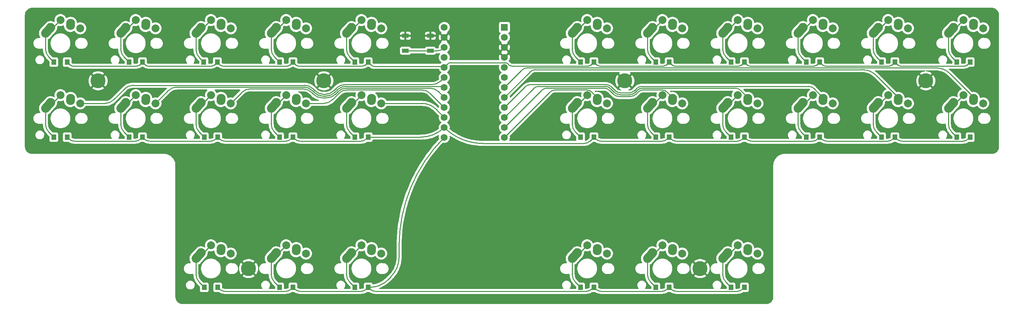
<source format=gbl>
G04 #@! TF.GenerationSoftware,KiCad,Pcbnew,(6.0.0-0)*
G04 #@! TF.CreationDate,2022-03-08T07:19:15-08:00*
G04 #@! TF.ProjectId,unisplit_orthosteno,756e6973-706c-4697-945f-6f7274686f73,rev?*
G04 #@! TF.SameCoordinates,Original*
G04 #@! TF.FileFunction,Copper,L2,Bot*
G04 #@! TF.FilePolarity,Positive*
%FSLAX46Y46*%
G04 Gerber Fmt 4.6, Leading zero omitted, Abs format (unit mm)*
G04 Created by KiCad (PCBNEW (6.0.0-0)) date 2022-03-08 07:19:15*
%MOMM*%
%LPD*%
G01*
G04 APERTURE LIST*
G04 Aperture macros list*
%AMHorizOval*
0 Thick line with rounded ends*
0 $1 width*
0 $2 $3 position (X,Y) of the first rounded end (center of the circle)*
0 $4 $5 position (X,Y) of the second rounded end (center of the circle)*
0 Add line between two ends*
20,1,$1,$2,$3,$4,$5,0*
0 Add two circle primitives to create the rounded ends*
1,1,$1,$2,$3*
1,1,$1,$4,$5*%
G04 Aperture macros list end*
G04 #@! TA.AperFunction,ComponentPad*
%ADD10HorizOval,2.250000X0.019771X0.290016X-0.019771X-0.290016X0*%
G04 #@! TD*
G04 #@! TA.AperFunction,ComponentPad*
%ADD11C,2.000000*%
G04 #@! TD*
G04 #@! TA.AperFunction,ComponentPad*
%ADD12C,2.250000*%
G04 #@! TD*
G04 #@! TA.AperFunction,ComponentPad*
%ADD13HorizOval,2.250000X0.654995X0.730004X-0.654995X-0.730004X0*%
G04 #@! TD*
G04 #@! TA.AperFunction,ComponentPad*
%ADD14C,3.800000*%
G04 #@! TD*
G04 #@! TA.AperFunction,SMDPad,CuDef*
%ADD15R,1.200000X1.400000*%
G04 #@! TD*
G04 #@! TA.AperFunction,ComponentPad*
%ADD16R,1.752600X1.752600*%
G04 #@! TD*
G04 #@! TA.AperFunction,ComponentPad*
%ADD17C,1.752600*%
G04 #@! TD*
G04 #@! TA.AperFunction,SMDPad,CuDef*
%ADD18R,1.700000X1.000000*%
G04 #@! TD*
G04 #@! TA.AperFunction,ViaPad*
%ADD19C,0.800000*%
G04 #@! TD*
G04 #@! TA.AperFunction,Conductor*
%ADD20C,0.250000*%
G04 #@! TD*
G04 APERTURE END LIST*
D10*
X39826021Y-65059984D03*
D11*
X42306250Y-66050000D03*
D12*
X39846250Y-64770000D03*
X34806250Y-65850000D03*
D11*
X37306250Y-63950000D03*
D13*
X34151245Y-66579996D03*
D10*
X58876021Y-65059984D03*
D11*
X61356250Y-66050000D03*
D12*
X58896250Y-64770000D03*
D11*
X56356250Y-63950000D03*
D13*
X53201245Y-66579996D03*
D12*
X53856250Y-65850000D03*
D10*
X77926021Y-65059984D03*
D12*
X77946250Y-64770000D03*
D11*
X80406250Y-66050000D03*
X75406250Y-63950000D03*
D13*
X72251245Y-66579996D03*
D12*
X72906250Y-65850000D03*
X96996250Y-64770000D03*
D11*
X99456250Y-66050000D03*
D10*
X96976021Y-65059984D03*
D13*
X91301245Y-66579996D03*
D11*
X94456250Y-63950000D03*
D12*
X91956250Y-65850000D03*
D10*
X116026021Y-65059984D03*
D11*
X118506250Y-66050000D03*
D12*
X116046250Y-64770000D03*
X111006250Y-65850000D03*
D11*
X113506250Y-63950000D03*
D13*
X110351245Y-66579996D03*
D10*
X173176021Y-65059984D03*
D12*
X173196250Y-64770000D03*
D11*
X175656250Y-66050000D03*
D13*
X167501245Y-66579996D03*
D11*
X170656250Y-63950000D03*
D12*
X168156250Y-65850000D03*
D10*
X192226021Y-65059984D03*
D12*
X192246250Y-64770000D03*
D11*
X194706250Y-66050000D03*
X189706250Y-63950000D03*
D12*
X187206250Y-65850000D03*
D13*
X186551245Y-66579996D03*
D12*
X211296250Y-64770000D03*
D11*
X213756250Y-66050000D03*
D10*
X211276021Y-65059984D03*
D12*
X206256250Y-65850000D03*
D13*
X205601245Y-66579996D03*
D11*
X208756250Y-63950000D03*
X232806250Y-66050000D03*
D10*
X230326021Y-65059984D03*
D12*
X230346250Y-64770000D03*
D11*
X227806250Y-63950000D03*
D12*
X225306250Y-65850000D03*
D13*
X224651245Y-66579996D03*
D11*
X251856250Y-66050000D03*
D10*
X249376021Y-65059984D03*
D12*
X249396250Y-64770000D03*
X244356250Y-65850000D03*
D13*
X243701245Y-66579996D03*
D11*
X246856250Y-63950000D03*
D12*
X268446250Y-64770000D03*
D11*
X270906250Y-66050000D03*
D10*
X268426021Y-65059984D03*
D11*
X265906250Y-63950000D03*
D13*
X262751245Y-66579996D03*
D12*
X263406250Y-65850000D03*
X39846250Y-83820000D03*
D11*
X42306250Y-85100000D03*
D10*
X39826021Y-84109984D03*
D11*
X37306250Y-83000000D03*
D12*
X34806250Y-84900000D03*
D13*
X34151245Y-85629996D03*
D11*
X61356250Y-85100000D03*
D12*
X58896250Y-83820000D03*
D10*
X58876021Y-84109984D03*
D12*
X53856250Y-84900000D03*
D11*
X56356250Y-83000000D03*
D13*
X53201245Y-85629996D03*
D12*
X77946250Y-83820000D03*
D11*
X80406250Y-85100000D03*
D10*
X77926021Y-84109984D03*
D11*
X75406250Y-83000000D03*
D12*
X72906250Y-84900000D03*
D13*
X72251245Y-85629996D03*
D11*
X99456250Y-85100000D03*
D12*
X96996250Y-83820000D03*
D10*
X96976021Y-84109984D03*
D12*
X91956250Y-84900000D03*
D13*
X91301245Y-85629996D03*
D11*
X94456250Y-83000000D03*
D12*
X116046250Y-83820000D03*
D10*
X116026021Y-84109984D03*
D11*
X118506250Y-85100000D03*
D12*
X111006250Y-84900000D03*
D11*
X113506250Y-83000000D03*
D13*
X110351245Y-85629996D03*
D12*
X173196250Y-83820000D03*
D10*
X173176021Y-84109984D03*
D11*
X175656250Y-85100000D03*
D13*
X167501245Y-85629996D03*
D11*
X170656250Y-83000000D03*
D12*
X168156250Y-84900000D03*
X192246250Y-83820000D03*
D11*
X194706250Y-85100000D03*
D10*
X192226021Y-84109984D03*
D13*
X186551245Y-85629996D03*
D11*
X189706250Y-83000000D03*
D12*
X187206250Y-84900000D03*
D11*
X213756250Y-85100000D03*
D12*
X211296250Y-83820000D03*
D10*
X211276021Y-84109984D03*
D11*
X208756250Y-83000000D03*
D12*
X206256250Y-84900000D03*
D13*
X205601245Y-85629996D03*
D12*
X230346250Y-83820000D03*
D10*
X230326021Y-84109984D03*
D11*
X232806250Y-85100000D03*
X227806250Y-83000000D03*
D12*
X225306250Y-84900000D03*
D13*
X224651245Y-85629996D03*
D12*
X249396250Y-83820000D03*
D11*
X251856250Y-85100000D03*
D10*
X249376021Y-84109984D03*
D11*
X246856250Y-83000000D03*
D13*
X243701245Y-85629996D03*
D12*
X244356250Y-84900000D03*
D10*
X268426021Y-84109984D03*
D12*
X268446250Y-83820000D03*
D11*
X270906250Y-85100000D03*
D12*
X263406250Y-84900000D03*
D13*
X262751245Y-85629996D03*
D11*
X265906250Y-83000000D03*
D12*
X77946250Y-121920000D03*
D11*
X80406250Y-123200000D03*
D10*
X77926021Y-122209984D03*
D11*
X75406250Y-121100000D03*
D12*
X72906250Y-123000000D03*
D13*
X72251245Y-123729996D03*
D11*
X99456250Y-123200000D03*
D12*
X96996250Y-121920000D03*
D10*
X96976021Y-122209984D03*
D12*
X91956250Y-123000000D03*
D11*
X94456250Y-121100000D03*
D13*
X91301245Y-123729996D03*
D12*
X173196250Y-121920000D03*
D10*
X173176021Y-122209984D03*
D11*
X175656250Y-123200000D03*
D12*
X168156250Y-123000000D03*
D13*
X167501245Y-123729996D03*
D11*
X170656250Y-121100000D03*
D10*
X192226021Y-122209984D03*
D11*
X194706250Y-123200000D03*
D12*
X192246250Y-121920000D03*
X187206250Y-123000000D03*
D13*
X186551245Y-123729996D03*
D11*
X189706250Y-121100000D03*
D10*
X116026021Y-122209984D03*
D12*
X116046250Y-121920000D03*
D11*
X118506250Y-123200000D03*
X113506250Y-121100000D03*
D13*
X110351245Y-123729996D03*
D12*
X111006250Y-123000000D03*
X211296250Y-121920000D03*
D11*
X213756250Y-123200000D03*
D10*
X211276021Y-122209984D03*
D13*
X205601245Y-123729996D03*
D11*
X208756250Y-121100000D03*
D12*
X206256250Y-123000000D03*
D14*
X84931250Y-127000000D03*
X103981250Y-79375000D03*
X180181250Y-79375000D03*
X256381250Y-79375000D03*
X46831250Y-79375000D03*
X199231250Y-127000000D03*
D15*
X39006250Y-74612500D03*
X35606250Y-74612500D03*
X58056250Y-74612500D03*
X54656250Y-74612500D03*
X76993750Y-74612500D03*
X73593750Y-74612500D03*
X96156250Y-74612500D03*
X92756250Y-74612500D03*
X115206250Y-74612500D03*
X111806250Y-74612500D03*
X172356250Y-74612500D03*
X168956250Y-74612500D03*
X191406250Y-74612500D03*
X188006250Y-74612500D03*
X210456250Y-74612500D03*
X207056250Y-74612500D03*
X229506250Y-74612500D03*
X226106250Y-74612500D03*
X248556250Y-74612500D03*
X245156250Y-74612500D03*
X267606250Y-74612500D03*
X264206250Y-74612500D03*
X39006250Y-93662500D03*
X35606250Y-93662500D03*
X58056250Y-93662500D03*
X54656250Y-93662500D03*
X77106250Y-93662500D03*
X73706250Y-93662500D03*
X96156250Y-93662500D03*
X92756250Y-93662500D03*
X115206250Y-93662500D03*
X111806250Y-93662500D03*
X172356250Y-93662500D03*
X168956250Y-93662500D03*
X191406250Y-93662500D03*
X188006250Y-93662500D03*
X210456250Y-93662500D03*
X207056250Y-93662500D03*
X229506250Y-93662500D03*
X226106250Y-93662500D03*
X248556250Y-93662500D03*
X245156250Y-93662500D03*
X267606250Y-93662500D03*
X264206250Y-93662500D03*
X77106250Y-131762500D03*
X73706250Y-131762500D03*
X96156250Y-131762500D03*
X92756250Y-131762500D03*
X172356250Y-131762500D03*
X168956250Y-131762500D03*
X191406250Y-131762500D03*
X188006250Y-131762500D03*
D16*
X149701250Y-65804250D03*
D17*
X149701250Y-68344250D03*
X149701250Y-70884250D03*
X149701250Y-73424250D03*
X149701250Y-75964250D03*
X149701250Y-78504250D03*
X149701250Y-81044250D03*
X149701250Y-83584250D03*
X149701250Y-86124250D03*
X149701250Y-88664250D03*
X149701250Y-91204250D03*
X149701250Y-93744250D03*
X134461250Y-93744250D03*
X134461250Y-91204250D03*
X134461250Y-88664250D03*
X134461250Y-86124250D03*
X134461250Y-83584250D03*
X134461250Y-81044250D03*
X134461250Y-78504250D03*
X134461250Y-75964250D03*
X134461250Y-73424250D03*
X134461250Y-70884250D03*
X134461250Y-68344250D03*
X134461250Y-65804250D03*
D15*
X115206250Y-131762500D03*
X111806250Y-131762500D03*
X210456250Y-131762500D03*
X207056250Y-131762500D03*
D18*
X124643750Y-71750000D03*
X130943750Y-71750000D03*
X124643750Y-67950000D03*
X130943750Y-67950000D03*
D19*
X208788000Y-85344000D03*
X165354000Y-91059000D03*
X56388000Y-85344000D03*
X170688000Y-85344000D03*
X141986000Y-92202000D03*
X113538000Y-85471000D03*
X94488000Y-85471000D03*
X246888000Y-85471000D03*
X80518000Y-82931000D03*
X118872000Y-82931000D03*
X227838000Y-85471000D03*
X99695000Y-82804000D03*
X75438000Y-85471000D03*
X189738000Y-85344000D03*
D20*
X249995465Y-75637501D02*
X266167035Y-75637501D01*
X58056250Y-74612500D02*
X58788358Y-75344608D01*
X114474142Y-75344608D02*
X115206250Y-74612500D01*
X172356250Y-74612500D02*
X171624132Y-75344618D01*
X40445465Y-75637501D02*
X56617035Y-75637501D01*
X172356250Y-74612500D02*
X173088358Y-75344608D01*
X149863666Y-74762939D02*
X136076775Y-74762939D01*
X135369668Y-75055832D02*
X134461250Y-75964250D01*
X266874142Y-75344608D02*
X267606250Y-74612500D01*
X210456250Y-74612500D02*
X211188358Y-75344608D01*
X228774142Y-75344608D02*
X229506250Y-74612500D01*
X192845465Y-75637501D02*
X209017035Y-75637501D01*
X115206250Y-74612500D02*
X115206250Y-74725000D01*
X248556250Y-74612500D02*
X249288358Y-75344608D01*
X150859559Y-75344618D02*
X150570773Y-75055832D01*
X96156250Y-74612500D02*
X96888358Y-75344608D01*
X229506250Y-74612500D02*
X230238358Y-75344608D01*
X78432965Y-75637501D02*
X94717035Y-75637501D01*
X76261642Y-75344608D02*
X76993750Y-74612500D01*
X115206250Y-74612500D02*
X115992857Y-75399107D01*
X190674142Y-75344608D02*
X191406250Y-74612500D01*
X211895465Y-75637501D02*
X228067035Y-75637501D01*
X76993750Y-74612500D02*
X77725858Y-75344608D01*
X97595465Y-75637501D02*
X113767035Y-75637501D01*
X170917025Y-75637511D02*
X151566666Y-75637511D01*
X134189000Y-75692000D02*
X134461250Y-75964250D01*
X116699964Y-75692000D02*
X134189000Y-75692000D01*
X230945465Y-75637501D02*
X247117035Y-75637501D01*
X59495465Y-75637501D02*
X75554535Y-75637501D01*
X191406250Y-74612500D02*
X192138358Y-75344608D01*
X57324142Y-75344608D02*
X58056250Y-74612500D01*
X173795465Y-75637501D02*
X189967035Y-75637501D01*
X247824142Y-75344608D02*
X248556250Y-74612500D01*
X209724142Y-75344608D02*
X210456250Y-74612500D01*
X39006250Y-74612500D02*
X39738358Y-75344608D01*
X95424142Y-75344608D02*
X96156250Y-74612500D01*
X95424142Y-75344608D02*
G75*
G02*
X94717035Y-75637501I-707106J707106D01*
G01*
X150570773Y-75055832D02*
G75*
G03*
X149863666Y-74762939I-707106J-707106D01*
G01*
X150859559Y-75344618D02*
G75*
G03*
X151566666Y-75637511I707106J707106D01*
G01*
X75554535Y-75637500D02*
G75*
G03*
X76261641Y-75344607I3J999993D01*
G01*
X57324142Y-75344608D02*
G75*
G02*
X56617035Y-75637501I-707106J707106D01*
G01*
X230945465Y-75637500D02*
G75*
G02*
X230238359Y-75344607I-3J999993D01*
G01*
X266167035Y-75637500D02*
G75*
G03*
X266874141Y-75344607I3J999993D01*
G01*
X77725858Y-75344608D02*
G75*
G03*
X78432965Y-75637501I707106J707106D01*
G01*
X115992857Y-75399107D02*
G75*
G03*
X116699964Y-75692000I707106J707106D01*
G01*
X228067035Y-75637500D02*
G75*
G03*
X228774141Y-75344607I3J999993D01*
G01*
X209724142Y-75344608D02*
G75*
G02*
X209017035Y-75637501I-707106J707106D01*
G01*
X211895465Y-75637500D02*
G75*
G02*
X211188359Y-75344607I-3J999993D01*
G01*
X192138358Y-75344608D02*
G75*
G03*
X192845465Y-75637501I707106J707106D01*
G01*
X59495465Y-75637500D02*
G75*
G02*
X58788359Y-75344607I-3J999993D01*
G01*
X113767035Y-75637500D02*
G75*
G03*
X114474141Y-75344607I3J999993D01*
G01*
X189967035Y-75637500D02*
G75*
G03*
X190674141Y-75344607I3J999993D01*
G01*
X173795465Y-75637500D02*
G75*
G02*
X173088359Y-75344607I-3J999993D01*
G01*
X39738358Y-75344608D02*
G75*
G03*
X40445465Y-75637501I707106J707106D01*
G01*
X249995465Y-75637500D02*
G75*
G02*
X249288359Y-75344607I-3J999993D01*
G01*
X247117035Y-75637500D02*
G75*
G03*
X247824141Y-75344607I3J999993D01*
G01*
X97595465Y-75637500D02*
G75*
G02*
X96888359Y-75344607I-3J999993D01*
G01*
X135369668Y-75055832D02*
G75*
G02*
X136076775Y-74762939I707106J-707106D01*
G01*
X171624132Y-75344618D02*
G75*
G02*
X170917025Y-75637511I-707106J707106D01*
G01*
X34374930Y-73381180D02*
X35606250Y-74612500D01*
X33532036Y-67310000D02*
X33496250Y-67310000D01*
X37306250Y-63950000D02*
X34239143Y-67017107D01*
X33496250Y-67310000D02*
X33496250Y-71259859D01*
X34239143Y-67017107D02*
G75*
G02*
X33532036Y-67310000I-707106J707106D01*
G01*
X33496251Y-71259859D02*
G75*
G03*
X34374931Y-73381179I2999993J-3D01*
G01*
X53424930Y-73381180D02*
X54656250Y-74612500D01*
X52546250Y-67310000D02*
X52546250Y-71259859D01*
X54042036Y-65850000D02*
X53856250Y-65850000D01*
X56356250Y-63950000D02*
X54749143Y-65557107D01*
X53424930Y-73381180D02*
G75*
G02*
X52546250Y-71259859I2121325J2121323D01*
G01*
X54042036Y-65849999D02*
G75*
G03*
X54749142Y-65557106I3J999993D01*
G01*
X71596250Y-67310000D02*
X71596250Y-71372359D01*
X75406250Y-63950000D02*
X72339143Y-67017107D01*
X72474930Y-73493680D02*
X73593750Y-74612500D01*
X71632036Y-67310000D02*
X71596250Y-67310000D01*
X72474930Y-73493680D02*
G75*
G02*
X71596250Y-71372359I2121325J2121323D01*
G01*
X71632036Y-67309999D02*
G75*
G03*
X72339142Y-67017106I3J999993D01*
G01*
X94456250Y-63950000D02*
X91389143Y-67017107D01*
X91524930Y-73381180D02*
X92756250Y-74612500D01*
X90682036Y-67310000D02*
X90646250Y-67310000D01*
X90646250Y-67310000D02*
X90646250Y-71259859D01*
X91389143Y-67017107D02*
G75*
G02*
X90682036Y-67310000I-707106J707106D01*
G01*
X90646251Y-71259859D02*
G75*
G03*
X91524931Y-73381179I2999993J-3D01*
G01*
X109696250Y-67310000D02*
X109696250Y-71259859D01*
X113506250Y-63950000D02*
X111899143Y-65557107D01*
X110574930Y-73381180D02*
X111806250Y-74612500D01*
X111192036Y-65850000D02*
X111006250Y-65850000D01*
X111192036Y-65849999D02*
G75*
G03*
X111899142Y-65557106I3J999993D01*
G01*
X110574930Y-73381180D02*
G75*
G02*
X109696250Y-71259859I2121325J2121323D01*
G01*
X166846250Y-67310000D02*
X166846250Y-71259859D01*
X166882036Y-67310000D02*
X166846250Y-67310000D01*
X167724930Y-73381180D02*
X168956250Y-74612500D01*
X170656250Y-63950000D02*
X167589143Y-67017107D01*
X166846251Y-71259859D02*
G75*
G03*
X167724931Y-73381179I2999993J-3D01*
G01*
X167589143Y-67017107D02*
G75*
G02*
X166882036Y-67310000I-707106J707106D01*
G01*
X189706250Y-63950000D02*
X188099143Y-65557107D01*
X186774930Y-73381180D02*
X188006250Y-74612500D01*
X187392036Y-65850000D02*
X187206250Y-65850000D01*
X185896250Y-67310000D02*
X185896250Y-71259859D01*
X188099143Y-65557107D02*
G75*
G02*
X187392036Y-65850000I-707106J707106D01*
G01*
X185896251Y-71259859D02*
G75*
G03*
X186774931Y-73381179I2999993J-3D01*
G01*
X206442036Y-65850000D02*
X206256250Y-65850000D01*
X208756250Y-63950000D02*
X207149143Y-65557107D01*
X205824930Y-73381180D02*
X207056250Y-74612500D01*
X204946250Y-67310000D02*
X204946250Y-71259859D01*
X205824930Y-73381180D02*
G75*
G02*
X204946250Y-71259859I2121325J2121323D01*
G01*
X207149143Y-65557107D02*
G75*
G02*
X206442036Y-65850000I-707106J707106D01*
G01*
X227806250Y-63950000D02*
X224739143Y-67017107D01*
X223996250Y-67310000D02*
X223996250Y-71259859D01*
X224874930Y-73381180D02*
X226106250Y-74612500D01*
X224032036Y-67310000D02*
X223996250Y-67310000D01*
X224874930Y-73381180D02*
G75*
G02*
X223996250Y-71259859I2121325J2121323D01*
G01*
X224032036Y-67309999D02*
G75*
G03*
X224739142Y-67017106I3J999993D01*
G01*
X246856250Y-63950000D02*
X245249143Y-65557107D01*
X243924930Y-73381180D02*
X245156250Y-74612500D01*
X244542036Y-65850000D02*
X244356250Y-65850000D01*
X243046250Y-67310000D02*
X243046250Y-71259859D01*
X243046251Y-71259859D02*
G75*
G03*
X243924931Y-73381179I2999993J-3D01*
G01*
X244542036Y-65849999D02*
G75*
G03*
X245249142Y-65557106I3J999993D01*
G01*
X262096250Y-67310000D02*
X262096250Y-71259859D01*
X262974930Y-73381180D02*
X264206250Y-74612500D01*
X265906250Y-63950000D02*
X262839143Y-67017107D01*
X262132036Y-67310000D02*
X262096250Y-67310000D01*
X262132036Y-67309999D02*
G75*
G03*
X262839142Y-67017106I3J999993D01*
G01*
X262974930Y-73381180D02*
G75*
G02*
X262096250Y-71259859I2121325J2121323D01*
G01*
X169940323Y-95250000D02*
X144228540Y-95250000D01*
X77545464Y-94101714D02*
X77106250Y-93662500D01*
X248556250Y-93662500D02*
X248117035Y-94101715D01*
X248995464Y-94101714D02*
X248556250Y-93662500D01*
X58056250Y-93662500D02*
X57617035Y-94101715D01*
X191845464Y-94101714D02*
X191406250Y-93662500D01*
X227652822Y-94687501D02*
X212309678Y-94687501D01*
X246702822Y-94687501D02*
X231359678Y-94687501D01*
X39445464Y-94101714D02*
X39006250Y-93662500D01*
X75252822Y-94687501D02*
X59909678Y-94687501D01*
X134461222Y-91204278D02*
X134461250Y-91204250D01*
X115206250Y-93662500D02*
X128526550Y-93662500D01*
X96156250Y-93662500D02*
X95717035Y-94101715D01*
X172356250Y-93662500D02*
X171354536Y-94664214D01*
X115206250Y-93662500D02*
X114767035Y-94101715D01*
X210895464Y-94101714D02*
X210456250Y-93662500D01*
X229945464Y-94101714D02*
X229506250Y-93662500D01*
X265752822Y-94687501D02*
X250409678Y-94687501D01*
X58495464Y-94101714D02*
X58056250Y-93662500D01*
X267606250Y-93662500D02*
X267167035Y-94101715D01*
X134461260Y-91204260D02*
X134461250Y-91204250D01*
X94302822Y-94687501D02*
X78959678Y-94687501D01*
X172795464Y-94101714D02*
X172356250Y-93662500D01*
X113352822Y-94687501D02*
X98009678Y-94687501D01*
X229506250Y-93662500D02*
X229067035Y-94101715D01*
X96595464Y-94101714D02*
X96156250Y-93662500D01*
X189552822Y-94687501D02*
X174209678Y-94687501D01*
X191406250Y-93662500D02*
X190967035Y-94101715D01*
X210456250Y-93662500D02*
X210017035Y-94101715D01*
X56202822Y-94687501D02*
X40859678Y-94687501D01*
X77106250Y-93662500D02*
X76667035Y-94101715D01*
X208602822Y-94687501D02*
X193259678Y-94687501D01*
X229067035Y-94101715D02*
G75*
G02*
X227652822Y-94687501I-1414213J1414214D01*
G01*
X57617035Y-94101715D02*
G75*
G02*
X56202822Y-94687501I-1414213J1414214D01*
G01*
X171354536Y-94664214D02*
G75*
G02*
X169940323Y-95250000I-1414213J1414214D01*
G01*
X98009678Y-94687500D02*
G75*
G02*
X96595465Y-94101713I0J1999999D01*
G01*
X78959678Y-94687500D02*
G75*
G02*
X77545465Y-94101713I0J1999999D01*
G01*
X210017035Y-94101715D02*
G75*
G02*
X208602822Y-94687501I-1414213J1414214D01*
G01*
X40859678Y-94687500D02*
G75*
G02*
X39445465Y-94101713I0J1999999D01*
G01*
X231359678Y-94687500D02*
G75*
G02*
X229945465Y-94101713I0J1999999D01*
G01*
X248995464Y-94101714D02*
G75*
G03*
X250409678Y-94687501I1414214J1414213D01*
G01*
X113352822Y-94687500D02*
G75*
G03*
X114767034Y-94101714I0J1999999D01*
G01*
X174209678Y-94687500D02*
G75*
G02*
X172795465Y-94101713I0J1999999D01*
G01*
X134461260Y-91204260D02*
G75*
G03*
X144228540Y-95250000I9767282J9767284D01*
G01*
X267167035Y-94101715D02*
G75*
G02*
X265752822Y-94687501I-1414213J1414214D01*
G01*
X95717035Y-94101715D02*
G75*
G02*
X94302822Y-94687501I-1414213J1414214D01*
G01*
X246702822Y-94687500D02*
G75*
G03*
X248117034Y-94101714I0J1999999D01*
G01*
X189552822Y-94687500D02*
G75*
G03*
X190967034Y-94101714I0J1999999D01*
G01*
X191845464Y-94101714D02*
G75*
G03*
X193259678Y-94687501I1414214J1414213D01*
G01*
X210895464Y-94101714D02*
G75*
G03*
X212309678Y-94687501I1414214J1414213D01*
G01*
X134461222Y-91204278D02*
G75*
G02*
X128526550Y-93662500I-5934672J5934672D01*
G01*
X76667035Y-94101715D02*
G75*
G02*
X75252822Y-94687501I-1414213J1414214D01*
G01*
X58495464Y-94101714D02*
G75*
G03*
X59909678Y-94687501I1414214J1414213D01*
G01*
X34374930Y-92431180D02*
X35606250Y-93662500D01*
X33496250Y-86360000D02*
X33496250Y-90309859D01*
X37306250Y-83000000D02*
X34239143Y-86067107D01*
X33532036Y-86360000D02*
X33496250Y-86360000D01*
X33532036Y-86359999D02*
G75*
G03*
X34239142Y-86067106I3J999993D01*
G01*
X34374930Y-92431180D02*
G75*
G02*
X33496250Y-90309859I2121325J2121323D01*
G01*
X53424930Y-92431180D02*
X54656250Y-93662500D01*
X56356250Y-83000000D02*
X53289143Y-86067107D01*
X52546250Y-86360000D02*
X52546250Y-90309859D01*
X52582036Y-86360000D02*
X52546250Y-86360000D01*
X53424930Y-92431180D02*
G75*
G02*
X52546250Y-90309859I2121325J2121323D01*
G01*
X53289143Y-86067107D02*
G75*
G02*
X52582036Y-86360000I-707106J707106D01*
G01*
X75406250Y-83000000D02*
X72339143Y-86067107D01*
X71596250Y-86360000D02*
X71596250Y-90309859D01*
X71632036Y-86360000D02*
X71596250Y-86360000D01*
X72474930Y-92431180D02*
X73706250Y-93662500D01*
X71596251Y-90309859D02*
G75*
G03*
X72474931Y-92431179I2999993J-3D01*
G01*
X72339143Y-86067107D02*
G75*
G02*
X71632036Y-86360000I-707106J707106D01*
G01*
X94456250Y-83000000D02*
X91389143Y-86067107D01*
X90682036Y-86360000D02*
X90646250Y-86360000D01*
X91524930Y-92431180D02*
X92756250Y-93662500D01*
X90646250Y-86360000D02*
X90646250Y-90309859D01*
X90646251Y-90309859D02*
G75*
G03*
X91524931Y-92431179I2999993J-3D01*
G01*
X91389143Y-86067107D02*
G75*
G02*
X90682036Y-86360000I-707106J707106D01*
G01*
X109696250Y-86360000D02*
X109696250Y-90309859D01*
X109732036Y-86360000D02*
X109696250Y-86360000D01*
X113506250Y-83000000D02*
X110439143Y-86067107D01*
X110574930Y-92431180D02*
X111806250Y-93662500D01*
X109696251Y-90309859D02*
G75*
G03*
X110574931Y-92431179I2999993J-3D01*
G01*
X110439143Y-86067107D02*
G75*
G02*
X109732036Y-86360000I-707106J707106D01*
G01*
X167724930Y-92431180D02*
X168956250Y-93662500D01*
X170656250Y-83000000D02*
X167589143Y-86067107D01*
X166846250Y-86360000D02*
X166846250Y-90309859D01*
X166882036Y-86360000D02*
X166846250Y-86360000D01*
X167724930Y-92431180D02*
G75*
G02*
X166846250Y-90309859I2121325J2121323D01*
G01*
X166882036Y-86359999D02*
G75*
G03*
X167589142Y-86067106I3J999993D01*
G01*
X189706250Y-83000000D02*
X186639143Y-86067107D01*
X185896250Y-86360000D02*
X185896250Y-90309859D01*
X185932036Y-86360000D02*
X185896250Y-86360000D01*
X186774930Y-92431180D02*
X188006250Y-93662500D01*
X186639143Y-86067107D02*
G75*
G02*
X185932036Y-86360000I-707106J707106D01*
G01*
X186774930Y-92431180D02*
G75*
G02*
X185896250Y-90309859I2121325J2121323D01*
G01*
X204946250Y-86360000D02*
X204946250Y-90309859D01*
X205824930Y-92431180D02*
X207056250Y-93662500D01*
X208756250Y-83000000D02*
X205689143Y-86067107D01*
X204982036Y-86360000D02*
X204946250Y-86360000D01*
X205824930Y-92431180D02*
G75*
G02*
X204946250Y-90309859I2121325J2121323D01*
G01*
X204982036Y-86359999D02*
G75*
G03*
X205689142Y-86067106I3J999993D01*
G01*
X224032036Y-86360000D02*
X223996250Y-86360000D01*
X227806250Y-83000000D02*
X224739143Y-86067107D01*
X224874930Y-92431180D02*
X226106250Y-93662500D01*
X223996250Y-86360000D02*
X223996250Y-90309859D01*
X224739143Y-86067107D02*
G75*
G02*
X224032036Y-86360000I-707106J707106D01*
G01*
X223996251Y-90309859D02*
G75*
G03*
X224874931Y-92431179I2999993J-3D01*
G01*
X246856250Y-83000000D02*
X245249143Y-84607107D01*
X243924930Y-92431180D02*
X245156250Y-93662500D01*
X244542036Y-84900000D02*
X244356250Y-84900000D01*
X243046250Y-86360000D02*
X243046250Y-90309859D01*
X243046251Y-90309859D02*
G75*
G03*
X243924931Y-92431179I2999993J-3D01*
G01*
X244542036Y-84899999D02*
G75*
G03*
X245249142Y-84607106I3J999993D01*
G01*
X262974930Y-92431180D02*
X264206250Y-93662500D01*
X262132036Y-86360000D02*
X262096250Y-86360000D01*
X265906250Y-83000000D02*
X262839143Y-86067107D01*
X262096250Y-86360000D02*
X262096250Y-90309859D01*
X262132036Y-86359999D02*
G75*
G03*
X262839142Y-86067106I3J999993D01*
G01*
X262096251Y-90309859D02*
G75*
G03*
X262974931Y-92431179I2999993J-3D01*
G01*
X171804526Y-132201724D02*
X172243750Y-131762500D01*
X96156250Y-131762500D02*
X96595465Y-132201715D01*
X95717036Y-132201714D02*
X96156250Y-131762500D01*
X120122537Y-129904614D02*
X120318980Y-129712270D01*
X191406250Y-131762500D02*
X191845465Y-132201715D01*
X117059688Y-132787511D02*
X170390312Y-132787511D01*
X78959678Y-132787501D02*
X94302822Y-132787501D01*
X118300921Y-131121779D02*
X118790821Y-130872163D01*
X120318980Y-129712270D02*
X120981015Y-129050235D01*
X172243750Y-131762500D02*
X172356250Y-131762500D01*
X115369291Y-131762500D02*
X115644205Y-131759601D01*
X134029335Y-94179439D02*
X134461250Y-93744250D01*
X98009678Y-132787501D02*
X113352822Y-132787501D01*
X210017036Y-132201714D02*
X210456250Y-131762500D01*
X123031250Y-124100531D02*
X123031250Y-121338580D01*
X77106250Y-131762500D02*
X77545465Y-132201715D01*
X119704445Y-130261698D02*
X120122537Y-129904614D01*
X117270030Y-131502095D02*
X117792947Y-131332189D01*
X172356250Y-131762500D02*
X172795465Y-132201715D01*
X116735395Y-131630450D02*
X117270030Y-131502095D01*
X118790821Y-130872163D02*
X119259626Y-130584879D01*
X115206250Y-131762500D02*
X115369291Y-131762500D01*
X190967036Y-132201714D02*
X191406250Y-131762500D01*
X193259678Y-132787501D02*
X208602822Y-132787501D01*
X117792947Y-131332189D02*
X118300921Y-131121779D01*
X174209678Y-132787501D02*
X189552822Y-132787501D01*
X114767036Y-132201714D02*
X115206250Y-131762500D01*
X119259626Y-130584879D02*
X119704445Y-130261698D01*
X115206250Y-131762500D02*
X116735395Y-131630450D01*
X115206250Y-131762500D02*
X115645475Y-132201725D01*
X115645475Y-132201725D02*
G75*
G03*
X117059688Y-132787511I1414213J1414214D01*
G01*
X190967036Y-132201714D02*
G75*
G02*
X189552822Y-132787501I-1414214J1414213D01*
G01*
X171804526Y-132201724D02*
G75*
G02*
X170390312Y-132787511I-1414214J1414213D01*
G01*
X193259678Y-132787500D02*
G75*
G02*
X191845466Y-132201714I0J1999999D01*
G01*
X123031249Y-124100531D02*
G75*
G02*
X120981015Y-129050235I-6999938J0D01*
G01*
X174209678Y-132787500D02*
G75*
G02*
X172795466Y-132201714I0J1999999D01*
G01*
X134461157Y-93744343D02*
G75*
G03*
X123031250Y-121338580I27594239J-27594238D01*
G01*
X78959678Y-132787500D02*
G75*
G02*
X77545466Y-132201714I0J1999999D01*
G01*
X208602822Y-132787500D02*
G75*
G03*
X210017035Y-132201713I0J1999999D01*
G01*
X98009678Y-132787500D02*
G75*
G02*
X96595466Y-132201714I0J1999999D01*
G01*
X94302822Y-132787500D02*
G75*
G03*
X95717035Y-132201713I0J1999999D01*
G01*
X114767036Y-132201714D02*
G75*
G02*
X113352822Y-132787501I-1414214J1414213D01*
G01*
X75406250Y-121100000D02*
X72339143Y-124167107D01*
X72474930Y-130531180D02*
X73706250Y-131762500D01*
X71596250Y-124460000D02*
X71596250Y-128409859D01*
X71632036Y-124460000D02*
X71596250Y-124460000D01*
X72474930Y-130531180D02*
G75*
G02*
X71596250Y-128409859I2121325J2121323D01*
G01*
X72339143Y-124167107D02*
G75*
G02*
X71632036Y-124460000I-707106J707106D01*
G01*
X94456250Y-121100000D02*
X92849143Y-122707107D01*
X92142036Y-123000000D02*
X91956250Y-123000000D01*
X91524930Y-130531180D02*
X92756250Y-131762500D01*
X90646250Y-124460000D02*
X90646250Y-128409859D01*
X91524930Y-130531180D02*
G75*
G02*
X90646250Y-128409859I2121325J2121323D01*
G01*
X92849143Y-122707107D02*
G75*
G02*
X92142036Y-123000000I-707106J707106D01*
G01*
X110574930Y-130531180D02*
X111806250Y-131762500D01*
X113506250Y-121100000D02*
X111899143Y-122707107D01*
X109696250Y-124460000D02*
X109696250Y-128409859D01*
X111192036Y-123000000D02*
X111006250Y-123000000D01*
X109696251Y-128409859D02*
G75*
G03*
X110574931Y-130531179I2999993J-3D01*
G01*
X111192036Y-122999999D02*
G75*
G03*
X111899142Y-122707106I3J999993D01*
G01*
X166882036Y-124460000D02*
X166846250Y-124460000D01*
X167724930Y-130531180D02*
X168956250Y-131762500D01*
X170656250Y-121100000D02*
X167589143Y-124167107D01*
X166846250Y-124460000D02*
X166846250Y-128409859D01*
X167724930Y-130531180D02*
G75*
G02*
X166846250Y-128409859I2121325J2121323D01*
G01*
X167589143Y-124167107D02*
G75*
G02*
X166882036Y-124460000I-707106J707106D01*
G01*
X106487071Y-81908787D02*
X107192240Y-81203618D01*
X103873858Y-82787467D02*
X104365750Y-82787467D01*
X109313560Y-80324939D02*
X131397920Y-80324939D01*
X55667661Y-80512480D02*
X99113589Y-80512480D01*
X42306250Y-85100000D02*
X48594859Y-85100000D01*
X133519241Y-79446259D02*
X134461250Y-78504250D01*
X101234910Y-81391160D02*
X101752538Y-81908788D01*
X50716180Y-84221320D02*
X53546341Y-81391159D01*
X103873858Y-82787467D02*
G75*
G02*
X101752538Y-81908788I-1J2999998D01*
G01*
X109313560Y-80324939D02*
G75*
G03*
X107192240Y-81203618I-1J-2999998D01*
G01*
X104365750Y-82787466D02*
G75*
G03*
X106487070Y-81908786I3J2999993D01*
G01*
X55667661Y-80512480D02*
G75*
G03*
X53546341Y-81391159I-1J-2999998D01*
G01*
X48594859Y-85099999D02*
G75*
G03*
X50716179Y-84221319I3J2999993D01*
G01*
X131397920Y-80324938D02*
G75*
G03*
X133519240Y-79446258I3J2999993D01*
G01*
X99113589Y-80512481D02*
G75*
G02*
X101234909Y-81391161I3J-2999993D01*
G01*
X66736391Y-80962500D02*
X98927185Y-80962500D01*
X103687454Y-83237487D02*
X104552154Y-83237487D01*
X101048506Y-81841180D02*
X101566134Y-82358808D01*
X61356250Y-85100000D02*
X64615071Y-81841179D01*
X134191959Y-80774959D02*
X134461250Y-81044250D01*
X109499964Y-80774959D02*
X134191959Y-80774959D01*
X106673475Y-82358807D02*
X107378644Y-81653638D01*
X104552154Y-83237486D02*
G75*
G03*
X106673474Y-82358806I3J2999993D01*
G01*
X103687454Y-83237487D02*
G75*
G02*
X101566134Y-82358808I-1J2999998D01*
G01*
X101048506Y-81841180D02*
G75*
G03*
X98927185Y-80962500I-2121323J-2121325D01*
G01*
X107378644Y-81653638D02*
G75*
G02*
X109499964Y-80774959I2121319J-2121319D01*
G01*
X64615071Y-81841179D02*
G75*
G02*
X66736391Y-80962500I2121319J-2121319D01*
G01*
X103501050Y-83687507D02*
X104738558Y-83687507D01*
X132980659Y-82103659D02*
X134461250Y-83584250D01*
X100862102Y-82291200D02*
X101379730Y-82808828D01*
X109686368Y-81224979D02*
X130859338Y-81224979D01*
X85336371Y-81412520D02*
X98740781Y-81412520D01*
X80406250Y-85100000D02*
X83215051Y-82291199D01*
X106859879Y-82808827D02*
X107565048Y-82103658D01*
X106859879Y-82808827D02*
G75*
G02*
X104738558Y-83687507I-2121323J2121325D01*
G01*
X101379730Y-82808828D02*
G75*
G03*
X103501050Y-83687507I2121319J2121319D01*
G01*
X83215051Y-82291199D02*
G75*
G02*
X85336371Y-81412520I2121319J-2121319D01*
G01*
X100862102Y-82291200D02*
G75*
G03*
X98740781Y-81412520I-2121323J-2121325D01*
G01*
X107565048Y-82103658D02*
G75*
G02*
X109686368Y-81224979I2121319J-2121319D01*
G01*
X132980659Y-82103659D02*
G75*
G03*
X130859338Y-81224979I-2121323J-2121325D01*
G01*
X106083810Y-84221320D02*
X107751452Y-82553678D01*
X99456250Y-85100000D02*
X103962489Y-85100000D01*
X130890679Y-82553679D02*
X134461250Y-86124250D01*
X109872772Y-81674999D02*
X128769358Y-81674999D01*
X103962489Y-85099999D02*
G75*
G03*
X106083809Y-84221319I3J2999993D01*
G01*
X109872772Y-81674999D02*
G75*
G03*
X107751452Y-82553678I-1J-2999998D01*
G01*
X128769358Y-81675000D02*
G75*
G02*
X130890678Y-82553680I3J-2999993D01*
G01*
X118506250Y-85100000D02*
X128825932Y-85100000D01*
X132361466Y-86564466D02*
X134461250Y-88664250D01*
X116006250Y-84400000D02*
X116006250Y-84018750D01*
X116006250Y-84400000D02*
X116006250Y-83225000D01*
X132361466Y-86564466D02*
G75*
G03*
X128825932Y-85100000I-3535533J-3535532D01*
G01*
X172570463Y-82953211D02*
X171878037Y-82260785D01*
X170463824Y-81674999D02*
X162598928Y-81674999D01*
X173156250Y-84400000D02*
X173156250Y-84367425D01*
X161184714Y-82260786D02*
X149701250Y-93744250D01*
X170463824Y-81675000D02*
G75*
G02*
X171878036Y-82260786I0J-1999999D01*
G01*
X161184714Y-82260786D02*
G75*
G02*
X162598928Y-81674999I1414214J-1414213D01*
G01*
X173156249Y-84367425D02*
G75*
G03*
X172570462Y-82953212I-1999999J0D01*
G01*
X159094721Y-81810779D02*
X149701250Y-91204250D01*
X174931485Y-81224992D02*
X160508935Y-81224992D01*
X177292883Y-82757963D02*
X176345698Y-81810778D01*
X191620463Y-82953211D02*
X190928037Y-82260785D01*
X181576747Y-83343750D02*
X178707097Y-83343750D01*
X183488138Y-82260786D02*
X182990960Y-82757964D01*
X189513824Y-81674999D02*
X184902352Y-81674999D01*
X192206250Y-84400000D02*
X192206250Y-84367425D01*
X191620463Y-82953211D02*
G75*
G02*
X192206250Y-84367425I-1414213J-1414214D01*
G01*
X174931485Y-81224993D02*
G75*
G02*
X176345697Y-81810779I0J-1999999D01*
G01*
X190928037Y-82260785D02*
G75*
G03*
X189513824Y-81674999I-1414213J-1414214D01*
G01*
X160508935Y-81224993D02*
G75*
G03*
X159094722Y-81810780I0J-1999999D01*
G01*
X177292883Y-82757963D02*
G75*
G03*
X178707097Y-83343750I1414214J1414213D01*
G01*
X184902352Y-81675000D02*
G75*
G03*
X183488139Y-82260787I0J-1999999D01*
G01*
X181576747Y-83343749D02*
G75*
G03*
X182990959Y-82757963I0J1999999D01*
G01*
X177557943Y-82307943D02*
X176610767Y-81360767D01*
X183301722Y-81810778D02*
X182804556Y-82307944D01*
X181390343Y-82893730D02*
X178972157Y-82893730D01*
X157004732Y-81360768D02*
X149701250Y-88664250D01*
X210670463Y-82953211D02*
X209528029Y-81810777D01*
X211256250Y-84400000D02*
X211256250Y-84367425D01*
X175196554Y-80774981D02*
X158418946Y-80774981D01*
X208113816Y-81224991D02*
X184715936Y-81224991D01*
X209528029Y-81810777D02*
G75*
G03*
X208113816Y-81224991I-1414213J-1414214D01*
G01*
X157004732Y-81360768D02*
G75*
G02*
X158418946Y-80774981I1414214J-1414213D01*
G01*
X176610767Y-81360767D02*
G75*
G03*
X175196554Y-80774981I-1414213J-1414214D01*
G01*
X183301722Y-81810778D02*
G75*
G02*
X184715936Y-81224991I1414214J-1414213D01*
G01*
X177557943Y-82307943D02*
G75*
G03*
X178972157Y-82893730I1414214J1414213D01*
G01*
X181390343Y-82893729D02*
G75*
G03*
X182804555Y-82307943I0J1999999D01*
G01*
X210670463Y-82953211D02*
G75*
G02*
X211256250Y-84367425I-1414213J-1414214D01*
G01*
X183115318Y-81360758D02*
X182618152Y-81857924D01*
X177744347Y-81857923D02*
X176797179Y-80910755D01*
X181203939Y-82443710D02*
X179158561Y-82443710D01*
X154914744Y-80910756D02*
X149701250Y-86124250D01*
X230306250Y-84400000D02*
X230306250Y-84367425D01*
X229720463Y-82953211D02*
X228128009Y-81360757D01*
X175382966Y-80324969D02*
X156328958Y-80324969D01*
X226713796Y-80774971D02*
X184529532Y-80774971D01*
X226713796Y-80774972D02*
G75*
G02*
X228128008Y-81360758I0J-1999999D01*
G01*
X181203939Y-82443709D02*
G75*
G03*
X182618151Y-81857923I0J1999999D01*
G01*
X229720463Y-82953211D02*
G75*
G02*
X230306250Y-84367425I-1414213J-1414214D01*
G01*
X156328958Y-80324970D02*
G75*
G03*
X154914745Y-80910757I0J-1999999D01*
G01*
X179158561Y-82443709D02*
G75*
G02*
X177744348Y-81857922I0J1999999D01*
G01*
X184529532Y-80774972D02*
G75*
G03*
X183115319Y-81360759I0J-1999999D01*
G01*
X175382966Y-80324970D02*
G75*
G02*
X176797178Y-80910756I0J-1999999D01*
G01*
X240283705Y-76537521D02*
X228600000Y-76537521D01*
X249356250Y-84400000D02*
X249356250Y-83953212D01*
X209804047Y-76537521D02*
X209804045Y-76537519D01*
X209804047Y-76537521D02*
X228600000Y-76537521D01*
X228600002Y-76537519D02*
X230158449Y-76537519D01*
X209804045Y-76537519D02*
X157576408Y-76537519D01*
X228600000Y-76537521D02*
X228600002Y-76537519D01*
X156162194Y-77123306D02*
X149701250Y-83584250D01*
X249063357Y-83246105D02*
X243819239Y-78001987D01*
X209804048Y-76537521D02*
G75*
G03*
X209804048Y-76537521I0J0D01*
G01*
X249063357Y-83246105D02*
G75*
G02*
X249356250Y-83953212I-707106J-707106D01*
G01*
X243819239Y-78001987D02*
G75*
G03*
X240283705Y-76537521I-3535533J-3535532D01*
G01*
X156162194Y-77123306D02*
G75*
G02*
X157576408Y-76537519I1414214J-1414213D01*
G01*
X268113357Y-83169607D02*
X262495726Y-77551976D01*
X230981249Y-76087510D02*
X230981250Y-76087511D01*
X258960192Y-76087510D02*
X190500000Y-76087510D01*
X268406250Y-84400000D02*
X268406250Y-83876714D01*
X230344850Y-76087510D02*
X211931250Y-76087511D01*
X149701250Y-81044250D02*
X154072203Y-76673297D01*
X268406250Y-84400000D02*
X268406250Y-83538998D01*
X155486416Y-76087511D02*
X190567649Y-76087511D01*
X268406249Y-83876714D02*
G75*
G03*
X268113356Y-83169608I-999993J3D01*
G01*
X154072203Y-76673297D02*
G75*
G02*
X155486416Y-76087511I1414213J-1414214D01*
G01*
X258960192Y-76087510D02*
G75*
G02*
X262495726Y-77551976I1J-4999998D01*
G01*
X124643750Y-71750000D02*
X130943750Y-71750000D01*
X134181287Y-71164213D02*
X134461250Y-70884250D01*
X130943750Y-71750000D02*
X132767073Y-71750000D01*
X132767073Y-71749999D02*
G75*
G03*
X134181286Y-71164212I0J1999999D01*
G01*
X185896250Y-124460000D02*
X185896250Y-128409859D01*
X185932036Y-124460000D02*
X185896250Y-124460000D01*
X186774930Y-130531180D02*
X188006250Y-131762500D01*
X189706250Y-121100000D02*
X186639143Y-124167107D01*
X186774930Y-130531180D02*
G75*
G02*
X185896250Y-128409859I2121325J2121323D01*
G01*
X186639143Y-124167107D02*
G75*
G02*
X185932036Y-124460000I-707106J707106D01*
G01*
X205824930Y-130531180D02*
X207056250Y-131762500D01*
X206442036Y-123000000D02*
X206256250Y-123000000D01*
X208756250Y-121100000D02*
X207149143Y-122707107D01*
X204946250Y-124460000D02*
X204946250Y-128409859D01*
X206442036Y-122999999D02*
G75*
G03*
X207149142Y-122707106I3J999993D01*
G01*
X204946251Y-128409859D02*
G75*
G03*
X205824931Y-130531179I2999993J-3D01*
G01*
G04 #@! TA.AperFunction,Conductor*
G36*
X273020057Y-60834500D02*
G01*
X273034858Y-60836805D01*
X273034861Y-60836805D01*
X273043730Y-60838186D01*
X273059999Y-60836059D01*
X273084567Y-60835266D01*
X273286266Y-60848486D01*
X273302606Y-60850637D01*
X273526733Y-60895218D01*
X273542654Y-60899484D01*
X273759043Y-60972939D01*
X273774269Y-60979246D01*
X273979217Y-61080315D01*
X273993491Y-61088556D01*
X274183497Y-61215514D01*
X274196572Y-61225547D01*
X274368386Y-61376223D01*
X274380027Y-61387864D01*
X274529795Y-61558642D01*
X274530703Y-61559678D01*
X274540736Y-61572753D01*
X274667694Y-61762759D01*
X274675935Y-61777033D01*
X274777004Y-61981981D01*
X274783311Y-61997207D01*
X274856766Y-62213596D01*
X274861032Y-62229517D01*
X274905613Y-62453644D01*
X274907764Y-62469984D01*
X274920514Y-62664518D01*
X274919489Y-62687554D01*
X274919446Y-62691104D01*
X274918064Y-62699980D01*
X274922186Y-62731501D01*
X274923250Y-62747839D01*
X274923250Y-95994422D01*
X274921750Y-96013806D01*
X274918064Y-96037480D01*
X274920191Y-96053749D01*
X274920984Y-96078317D01*
X274907764Y-96280016D01*
X274905613Y-96296356D01*
X274861032Y-96520483D01*
X274856766Y-96536404D01*
X274783311Y-96752793D01*
X274777004Y-96768019D01*
X274675935Y-96972967D01*
X274667694Y-96987241D01*
X274540736Y-97177247D01*
X274530703Y-97190322D01*
X274380027Y-97362136D01*
X274368386Y-97373777D01*
X274197608Y-97523545D01*
X274196572Y-97524453D01*
X274183497Y-97534486D01*
X273993491Y-97661444D01*
X273979217Y-97669685D01*
X273774269Y-97770754D01*
X273759043Y-97777061D01*
X273542654Y-97850516D01*
X273526733Y-97854782D01*
X273302606Y-97899363D01*
X273286266Y-97901514D01*
X273091732Y-97914264D01*
X273068696Y-97913239D01*
X273065146Y-97913196D01*
X273056270Y-97911814D01*
X273027762Y-97915542D01*
X273024749Y-97915936D01*
X273008411Y-97917000D01*
X220715707Y-97917000D01*
X220694803Y-97915254D01*
X220685952Y-97913765D01*
X220675039Y-97911929D01*
X220668963Y-97911855D01*
X220667369Y-97911835D01*
X220667364Y-97911835D01*
X220662500Y-97911776D01*
X220657685Y-97912466D01*
X220654519Y-97912672D01*
X220649356Y-97913187D01*
X220338497Y-97930644D01*
X220018568Y-97985002D01*
X219706738Y-98074839D01*
X219703470Y-98076193D01*
X219703469Y-98076193D01*
X219410194Y-98197670D01*
X219410189Y-98197673D01*
X219406926Y-98199024D01*
X219122905Y-98355998D01*
X218858244Y-98543784D01*
X218616273Y-98760023D01*
X218613928Y-98762647D01*
X218572775Y-98808697D01*
X218400034Y-99001994D01*
X218212248Y-99266655D01*
X218055274Y-99550676D01*
X218053923Y-99553939D01*
X218053920Y-99553944D01*
X217967952Y-99761492D01*
X217931089Y-99850488D01*
X217841252Y-100162318D01*
X217786894Y-100482247D01*
X217786696Y-100485776D01*
X217769953Y-100783886D01*
X217769478Y-100788381D01*
X217769465Y-100789432D01*
X217769621Y-100789807D01*
X217769606Y-100790073D01*
X217768064Y-100799980D01*
X217768754Y-100805255D01*
X217768698Y-100806250D01*
X217768884Y-100806250D01*
X217771151Y-100823585D01*
X217772186Y-100831500D01*
X217773250Y-100847838D01*
X217773250Y-134094422D01*
X217771750Y-134113806D01*
X217768064Y-134137480D01*
X217770191Y-134153749D01*
X217770984Y-134178317D01*
X217757764Y-134380016D01*
X217755613Y-134396356D01*
X217711032Y-134620483D01*
X217706766Y-134636404D01*
X217633311Y-134852793D01*
X217627004Y-134868019D01*
X217525935Y-135072967D01*
X217517694Y-135087241D01*
X217390736Y-135277247D01*
X217380703Y-135290322D01*
X217230027Y-135462136D01*
X217218386Y-135473777D01*
X217047608Y-135623545D01*
X217046572Y-135624453D01*
X217033497Y-135634486D01*
X216843491Y-135761444D01*
X216829217Y-135769685D01*
X216624269Y-135870754D01*
X216609043Y-135877061D01*
X216392654Y-135950516D01*
X216376733Y-135954782D01*
X216152606Y-135999363D01*
X216136266Y-136001514D01*
X215941732Y-136014264D01*
X215918696Y-136013239D01*
X215915146Y-136013196D01*
X215906270Y-136011814D01*
X215877762Y-136015542D01*
X215874749Y-136015936D01*
X215858411Y-136017000D01*
X68311828Y-136017000D01*
X68292443Y-136015500D01*
X68277642Y-136013195D01*
X68277639Y-136013195D01*
X68268770Y-136011814D01*
X68252501Y-136013941D01*
X68227933Y-136014734D01*
X68026234Y-136001514D01*
X68009894Y-135999363D01*
X67785767Y-135954782D01*
X67769846Y-135950516D01*
X67553457Y-135877061D01*
X67538231Y-135870754D01*
X67333283Y-135769685D01*
X67319009Y-135761444D01*
X67129003Y-135634486D01*
X67115928Y-135624453D01*
X67114892Y-135623545D01*
X66944114Y-135473777D01*
X66932473Y-135462136D01*
X66781797Y-135290322D01*
X66771764Y-135277247D01*
X66644806Y-135087241D01*
X66636565Y-135072967D01*
X66535496Y-134868019D01*
X66529189Y-134852793D01*
X66455734Y-134636404D01*
X66451468Y-134620483D01*
X66406887Y-134396356D01*
X66404736Y-134380016D01*
X66392224Y-134189126D01*
X66393397Y-134165968D01*
X66393079Y-134165939D01*
X66393514Y-134161083D01*
X66394321Y-134156289D01*
X66394474Y-134143750D01*
X66390523Y-134116162D01*
X66389250Y-134098299D01*
X66389250Y-131145604D01*
X69074037Y-131145604D01*
X69083817Y-131356899D01*
X69133375Y-131562534D01*
X69135857Y-131567992D01*
X69135858Y-131567996D01*
X69179303Y-131663546D01*
X69220924Y-131755087D01*
X69343304Y-131927611D01*
X69392977Y-131975162D01*
X69491477Y-132069455D01*
X69496100Y-132073881D01*
X69673798Y-132188620D01*
X69679364Y-132190863D01*
X69864418Y-132265442D01*
X69864421Y-132265443D01*
X69869987Y-132267686D01*
X70077587Y-132308228D01*
X70083149Y-132308500D01*
X70239096Y-132308500D01*
X70396816Y-132293452D01*
X70599784Y-132233908D01*
X70683361Y-132190863D01*
X70782499Y-132139804D01*
X70782502Y-132139802D01*
X70787830Y-132137058D01*
X70954170Y-132006396D01*
X70958102Y-132001865D01*
X70958105Y-132001862D01*
X71088871Y-131851167D01*
X71088875Y-131851162D01*
X71092802Y-131846637D01*
X71095802Y-131841451D01*
X71095805Y-131841447D01*
X71195717Y-131668742D01*
X71198723Y-131663546D01*
X71268111Y-131463729D01*
X71268972Y-131457792D01*
X71297602Y-131260336D01*
X71297602Y-131260333D01*
X71298463Y-131254396D01*
X71288683Y-131043101D01*
X71239125Y-130837466D01*
X71226005Y-130808609D01*
X71154056Y-130650368D01*
X71151576Y-130644913D01*
X71029196Y-130472389D01*
X70909200Y-130357518D01*
X70880730Y-130330264D01*
X70876400Y-130326119D01*
X70698702Y-130211380D01*
X70638604Y-130187160D01*
X70508082Y-130134558D01*
X70508079Y-130134557D01*
X70502513Y-130132314D01*
X70294913Y-130091772D01*
X70289351Y-130091500D01*
X70133404Y-130091500D01*
X69975684Y-130106548D01*
X69772716Y-130166092D01*
X69767389Y-130168836D01*
X69767388Y-130168836D01*
X69590001Y-130260196D01*
X69589998Y-130260198D01*
X69584670Y-130262942D01*
X69418330Y-130393604D01*
X69414398Y-130398135D01*
X69414395Y-130398138D01*
X69345724Y-130477275D01*
X69279698Y-130553363D01*
X69276698Y-130558549D01*
X69276695Y-130558553D01*
X69245842Y-130611885D01*
X69173777Y-130736454D01*
X69104389Y-130936271D01*
X69103528Y-130942206D01*
X69103528Y-130942208D01*
X69078485Y-131114930D01*
X69074037Y-131145604D01*
X66389250Y-131145604D01*
X66389250Y-126935774D01*
X68544352Y-126935774D01*
X68544552Y-126941103D01*
X68544552Y-126941105D01*
X68548677Y-127050966D01*
X68553001Y-127166158D01*
X68600343Y-127391791D01*
X68602301Y-127396750D01*
X68602302Y-127396752D01*
X68661316Y-127546183D01*
X68685026Y-127606221D01*
X68687793Y-127610780D01*
X68687794Y-127610783D01*
X68750248Y-127713703D01*
X68804627Y-127803317D01*
X68808124Y-127807347D01*
X68905272Y-127919300D01*
X68955727Y-127977445D01*
X68959858Y-127980832D01*
X69129877Y-128120240D01*
X69129883Y-128120244D01*
X69134005Y-128123624D01*
X69138641Y-128126263D01*
X69138644Y-128126265D01*
X69207927Y-128165703D01*
X69334364Y-128237675D01*
X69551075Y-128316337D01*
X69556324Y-128317286D01*
X69556327Y-128317287D01*
X69773858Y-128356623D01*
X69773865Y-128356624D01*
X69777942Y-128357361D01*
X69795664Y-128358197D01*
X69800606Y-128358430D01*
X69800613Y-128358430D01*
X69802094Y-128358500D01*
X69964140Y-128358500D01*
X69977564Y-128357361D01*
X70015294Y-128354160D01*
X70048367Y-128355720D01*
X70062497Y-128358275D01*
X70195580Y-128382340D01*
X70199719Y-128382535D01*
X70199726Y-128382536D01*
X70218690Y-128383430D01*
X70218699Y-128383430D01*
X70220179Y-128383500D01*
X70385200Y-128383500D01*
X70466549Y-128376597D01*
X70554887Y-128369102D01*
X70554891Y-128369101D01*
X70560198Y-128368651D01*
X70565353Y-128367313D01*
X70565359Y-128367312D01*
X70673353Y-128339282D01*
X70787456Y-128309667D01*
X70791472Y-128307858D01*
X70862088Y-128304112D01*
X70923764Y-128339278D01*
X70956636Y-128402206D01*
X70958892Y-128420536D01*
X70969042Y-128627136D01*
X70975886Y-128766434D01*
X71028269Y-129119575D01*
X71047715Y-129197206D01*
X71081297Y-129331273D01*
X71115014Y-129465881D01*
X71235286Y-129802016D01*
X71236606Y-129804806D01*
X71236606Y-129804807D01*
X71385018Y-130118598D01*
X71387925Y-130124745D01*
X71389508Y-130127386D01*
X71569873Y-130428308D01*
X71569879Y-130428317D01*
X71571462Y-130430958D01*
X71573305Y-130433443D01*
X71669784Y-130563529D01*
X71784130Y-130717707D01*
X71977091Y-130930607D01*
X72005308Y-130961740D01*
X72009679Y-130967034D01*
X72011862Y-130969577D01*
X72014337Y-130972873D01*
X72017213Y-130975810D01*
X72017218Y-130975816D01*
X72017227Y-130975825D01*
X72023687Y-130982422D01*
X72026931Y-130984965D01*
X72026937Y-130984971D01*
X72048193Y-131001637D01*
X72059542Y-131011696D01*
X72560845Y-131512999D01*
X72594871Y-131575311D01*
X72597750Y-131602094D01*
X72597750Y-132510634D01*
X72604505Y-132572816D01*
X72655635Y-132709205D01*
X72742989Y-132825761D01*
X72859545Y-132913115D01*
X72995934Y-132964245D01*
X73058116Y-132971000D01*
X74354384Y-132971000D01*
X74416566Y-132964245D01*
X74552955Y-132913115D01*
X74669511Y-132825761D01*
X74756865Y-132709205D01*
X74807995Y-132572816D01*
X74814750Y-132510634D01*
X74814750Y-131014366D01*
X74807995Y-130952184D01*
X74756865Y-130815795D01*
X74669511Y-130699239D01*
X74552955Y-130611885D01*
X74416566Y-130560755D01*
X74354384Y-130554000D01*
X73445845Y-130554000D01*
X73377724Y-130533998D01*
X73356750Y-130517095D01*
X72958253Y-130118598D01*
X72947385Y-130106207D01*
X72935495Y-130090711D01*
X72935493Y-130090709D01*
X72930873Y-130084688D01*
X72915520Y-130072388D01*
X72900347Y-130058011D01*
X72750759Y-129890621D01*
X72741949Y-129879574D01*
X72684850Y-129799100D01*
X72596570Y-129674680D01*
X72589056Y-129662722D01*
X72589054Y-129662717D01*
X72467529Y-129442835D01*
X72461400Y-129430108D01*
X72436719Y-129370521D01*
X72365257Y-129197996D01*
X72360591Y-129184661D01*
X72291044Y-128943261D01*
X72287899Y-128929485D01*
X72245815Y-128681799D01*
X72244233Y-128667758D01*
X72241648Y-128621725D01*
X72232056Y-128450921D01*
X72232937Y-128427411D01*
X72233377Y-128424073D01*
X72233377Y-128424069D01*
X72234368Y-128416542D01*
X72230511Y-128381606D01*
X72229750Y-128367779D01*
X72229750Y-127157438D01*
X72903850Y-127157438D01*
X72943314Y-127469830D01*
X73021620Y-127774813D01*
X73137534Y-128067577D01*
X73139436Y-128071036D01*
X73139437Y-128071039D01*
X73286903Y-128339278D01*
X73289226Y-128343504D01*
X73474305Y-128598244D01*
X73689852Y-128827778D01*
X73932468Y-129028487D01*
X74115760Y-129144808D01*
X74178439Y-129184585D01*
X74198326Y-129197206D01*
X74201905Y-129198890D01*
X74201912Y-129198894D01*
X74479644Y-129329584D01*
X74479648Y-129329586D01*
X74483234Y-129331273D01*
X74487006Y-129332499D01*
X74487007Y-129332499D01*
X74604027Y-129370521D01*
X74782698Y-129428575D01*
X75091996Y-129487577D01*
X75185550Y-129493463D01*
X75325608Y-129502275D01*
X75325624Y-129502276D01*
X75327603Y-129502400D01*
X75484897Y-129502400D01*
X75486876Y-129502276D01*
X75486892Y-129502275D01*
X75626950Y-129493463D01*
X75720504Y-129487577D01*
X76029802Y-129428575D01*
X76208473Y-129370521D01*
X76325493Y-129332499D01*
X76325494Y-129332499D01*
X76329266Y-129331273D01*
X76332852Y-129329586D01*
X76332856Y-129329584D01*
X76610588Y-129198894D01*
X76610595Y-129198890D01*
X76614174Y-129197206D01*
X76634062Y-129184585D01*
X76696740Y-129144808D01*
X76880032Y-129028487D01*
X77066299Y-128874394D01*
X83421564Y-128874394D01*
X83430393Y-128886014D01*
X83635220Y-129034830D01*
X83641900Y-129039070D01*
X83900484Y-129181228D01*
X83907619Y-129184585D01*
X84181996Y-129293219D01*
X84189487Y-129295653D01*
X84475309Y-129369039D01*
X84483080Y-129370521D01*
X84775820Y-129407503D01*
X84783710Y-129408000D01*
X85078790Y-129408000D01*
X85086680Y-129407503D01*
X85379420Y-129370521D01*
X85387191Y-129369039D01*
X85673013Y-129295653D01*
X85680504Y-129293219D01*
X85954881Y-129184585D01*
X85962016Y-129181228D01*
X86220600Y-129039070D01*
X86227280Y-129034830D01*
X86432480Y-128885744D01*
X86440903Y-128874821D01*
X86433999Y-128861960D01*
X84944060Y-127372020D01*
X84930119Y-127364408D01*
X84928284Y-127364539D01*
X84921670Y-127368790D01*
X83428177Y-128862284D01*
X83421564Y-128874394D01*
X77066299Y-128874394D01*
X77122648Y-128827778D01*
X77338195Y-128598244D01*
X77523274Y-128343504D01*
X77525598Y-128339278D01*
X77673063Y-128071039D01*
X77673064Y-128071036D01*
X77674966Y-128067577D01*
X77790880Y-127774813D01*
X77869186Y-127469830D01*
X77908650Y-127157438D01*
X77908650Y-126934593D01*
X79099289Y-126934593D01*
X79108098Y-127169216D01*
X79109193Y-127174434D01*
X79149054Y-127364408D01*
X79156312Y-127399001D01*
X79242552Y-127617377D01*
X79245321Y-127621940D01*
X79303890Y-127718458D01*
X79364354Y-127818100D01*
X79518235Y-127995432D01*
X79522367Y-127998820D01*
X79695666Y-128140917D01*
X79695672Y-128140921D01*
X79699794Y-128144301D01*
X79704430Y-128146940D01*
X79704433Y-128146942D01*
X79859185Y-128235032D01*
X79903840Y-128260451D01*
X80124539Y-128340561D01*
X80129788Y-128341510D01*
X80129791Y-128341511D01*
X80191934Y-128352748D01*
X80355580Y-128382340D01*
X80359719Y-128382535D01*
X80359726Y-128382536D01*
X80378690Y-128383430D01*
X80378699Y-128383430D01*
X80380179Y-128383500D01*
X80545200Y-128383500D01*
X80626549Y-128376597D01*
X80714887Y-128369102D01*
X80714891Y-128369101D01*
X80720198Y-128368651D01*
X80725359Y-128367312D01*
X80725362Y-128367311D01*
X80747390Y-128361594D01*
X80784978Y-128357693D01*
X80800604Y-128358430D01*
X80800615Y-128358430D01*
X80802094Y-128358500D01*
X80964140Y-128358500D01*
X81031929Y-128352748D01*
X81130659Y-128344371D01*
X81130663Y-128344370D01*
X81135970Y-128343920D01*
X81141125Y-128342582D01*
X81141131Y-128342581D01*
X81353953Y-128287343D01*
X81353957Y-128287342D01*
X81359122Y-128286001D01*
X81363988Y-128283809D01*
X81363991Y-128283808D01*
X81564452Y-128193507D01*
X81569325Y-128191312D01*
X81760569Y-128062559D01*
X81927385Y-127903424D01*
X82065004Y-127718458D01*
X82169490Y-127512949D01*
X82179613Y-127480350D01*
X82236274Y-127297871D01*
X82237857Y-127292773D01*
X82238558Y-127287484D01*
X82267448Y-127069511D01*
X82267448Y-127069506D01*
X82268148Y-127064226D01*
X82266097Y-127009580D01*
X82265886Y-127003958D01*
X82518738Y-127003958D01*
X82537265Y-127298436D01*
X82538258Y-127306297D01*
X82593546Y-127596128D01*
X82595517Y-127603805D01*
X82686696Y-127884424D01*
X82689611Y-127891787D01*
X82815243Y-128158770D01*
X82819055Y-128165703D01*
X82977159Y-128414835D01*
X82981813Y-128421241D01*
X83046771Y-128499761D01*
X83059290Y-128508217D01*
X83070028Y-128502011D01*
X84559230Y-127012810D01*
X84565607Y-127001131D01*
X85295658Y-127001131D01*
X85295789Y-127002966D01*
X85300040Y-127009580D01*
X86791369Y-128500908D01*
X86804631Y-128508150D01*
X86814735Y-128500962D01*
X86880687Y-128421241D01*
X86885341Y-128414835D01*
X87043445Y-128165703D01*
X87047257Y-128158770D01*
X87172889Y-127891787D01*
X87175804Y-127884424D01*
X87266983Y-127603805D01*
X87268954Y-127596128D01*
X87324242Y-127306297D01*
X87325235Y-127298436D01*
X87343762Y-127003958D01*
X87343762Y-126996042D01*
X87325235Y-126701564D01*
X87324242Y-126693703D01*
X87268954Y-126403872D01*
X87266983Y-126396195D01*
X87175804Y-126115576D01*
X87172889Y-126108213D01*
X87047257Y-125841230D01*
X87043445Y-125834297D01*
X86885341Y-125585165D01*
X86880687Y-125578759D01*
X86815729Y-125500239D01*
X86803210Y-125491783D01*
X86792472Y-125497989D01*
X85303270Y-126987190D01*
X85295658Y-127001131D01*
X84565607Y-127001131D01*
X84566842Y-126998869D01*
X84566711Y-126997034D01*
X84562460Y-126990420D01*
X83071131Y-125499092D01*
X83057869Y-125491850D01*
X83047765Y-125499038D01*
X82981813Y-125578759D01*
X82977159Y-125585165D01*
X82819055Y-125834297D01*
X82815243Y-125841230D01*
X82689611Y-126108213D01*
X82686696Y-126115576D01*
X82595517Y-126396195D01*
X82593546Y-126403872D01*
X82538258Y-126693703D01*
X82537265Y-126701564D01*
X82518738Y-126996042D01*
X82518738Y-127003958D01*
X82265886Y-127003958D01*
X82259699Y-126839173D01*
X82259499Y-126833842D01*
X82212157Y-126608209D01*
X82162431Y-126482296D01*
X82129435Y-126398744D01*
X82129434Y-126398742D01*
X82127474Y-126393779D01*
X82083373Y-126321102D01*
X82010640Y-126201243D01*
X82007873Y-126196683D01*
X81921005Y-126096576D01*
X81860273Y-126026588D01*
X81860271Y-126026586D01*
X81856773Y-126022555D01*
X81789982Y-125967790D01*
X81682623Y-125879760D01*
X81682617Y-125879756D01*
X81678495Y-125876376D01*
X81673859Y-125873737D01*
X81673856Y-125873735D01*
X81482779Y-125764968D01*
X81478136Y-125762325D01*
X81261425Y-125683663D01*
X81256176Y-125682714D01*
X81256173Y-125682713D01*
X81038642Y-125643377D01*
X81038635Y-125643376D01*
X81034558Y-125642639D01*
X81016836Y-125641803D01*
X81011894Y-125641570D01*
X81011887Y-125641570D01*
X81010406Y-125641500D01*
X80848360Y-125641500D01*
X80838849Y-125642307D01*
X80797206Y-125645840D01*
X80764133Y-125644280D01*
X80731648Y-125638406D01*
X80616920Y-125617660D01*
X80612781Y-125617465D01*
X80612774Y-125617464D01*
X80593810Y-125616570D01*
X80593801Y-125616570D01*
X80592321Y-125616500D01*
X80427300Y-125616500D01*
X80345951Y-125623403D01*
X80257613Y-125630898D01*
X80257609Y-125630899D01*
X80252302Y-125631349D01*
X80247147Y-125632687D01*
X80247141Y-125632688D01*
X80069427Y-125678814D01*
X80025044Y-125690333D01*
X80020178Y-125692525D01*
X80020175Y-125692526D01*
X79815833Y-125784576D01*
X79815830Y-125784577D01*
X79810972Y-125786766D01*
X79616209Y-125917888D01*
X79446323Y-126079951D01*
X79443141Y-126084228D01*
X79443140Y-126084229D01*
X79419817Y-126115576D01*
X79306172Y-126268321D01*
X79303756Y-126273072D01*
X79303754Y-126273076D01*
X79237254Y-126403872D01*
X79199763Y-126477612D01*
X79130139Y-126701840D01*
X79099289Y-126934593D01*
X77908650Y-126934593D01*
X77908650Y-126842562D01*
X77869186Y-126530170D01*
X77790880Y-126225187D01*
X77674966Y-125932423D01*
X77668999Y-125921569D01*
X77525183Y-125659968D01*
X77525181Y-125659965D01*
X77523274Y-125656496D01*
X77338195Y-125401756D01*
X77122648Y-125172222D01*
X77065783Y-125125179D01*
X83421597Y-125125179D01*
X83428501Y-125138040D01*
X84918440Y-126627980D01*
X84932381Y-126635592D01*
X84934216Y-126635461D01*
X84940830Y-126631210D01*
X86434323Y-125137716D01*
X86440936Y-125125606D01*
X86432107Y-125113986D01*
X86227280Y-124965170D01*
X86220600Y-124960930D01*
X85962016Y-124818772D01*
X85954881Y-124815415D01*
X85680504Y-124706781D01*
X85673013Y-124704347D01*
X85387191Y-124630961D01*
X85379420Y-124629479D01*
X85086680Y-124592497D01*
X85078790Y-124592000D01*
X84783710Y-124592000D01*
X84775820Y-124592497D01*
X84483080Y-124629479D01*
X84475309Y-124630961D01*
X84189487Y-124704347D01*
X84181996Y-124706781D01*
X83907619Y-124815415D01*
X83900484Y-124818772D01*
X83641900Y-124960930D01*
X83635220Y-124965170D01*
X83430020Y-125114256D01*
X83421597Y-125125179D01*
X77065783Y-125125179D01*
X76880032Y-124971513D01*
X76639351Y-124818772D01*
X76617521Y-124804918D01*
X76617520Y-124804918D01*
X76614174Y-124802794D01*
X76610595Y-124801110D01*
X76610588Y-124801106D01*
X76332856Y-124670416D01*
X76332852Y-124670414D01*
X76329266Y-124668727D01*
X76213035Y-124630961D01*
X76033578Y-124572652D01*
X76033579Y-124572652D01*
X76029802Y-124571425D01*
X75720504Y-124512423D01*
X75626950Y-124506537D01*
X75486892Y-124497725D01*
X75486876Y-124497724D01*
X75484897Y-124497600D01*
X75327603Y-124497600D01*
X75325624Y-124497724D01*
X75325608Y-124497725D01*
X75185550Y-124506537D01*
X75091996Y-124512423D01*
X74782698Y-124571425D01*
X74778921Y-124572652D01*
X74778922Y-124572652D01*
X74599466Y-124630961D01*
X74483234Y-124668727D01*
X74479648Y-124670414D01*
X74479644Y-124670416D01*
X74201912Y-124801106D01*
X74201905Y-124801110D01*
X74198326Y-124802794D01*
X74194980Y-124804918D01*
X74194979Y-124804918D01*
X74173149Y-124818772D01*
X73932468Y-124971513D01*
X73689852Y-125172222D01*
X73474305Y-125401756D01*
X73289226Y-125656496D01*
X73287319Y-125659965D01*
X73287317Y-125659968D01*
X73143501Y-125921569D01*
X73137534Y-125932423D01*
X73021620Y-126225187D01*
X72943314Y-126530170D01*
X72903850Y-126842562D01*
X72903850Y-127157438D01*
X72229750Y-127157438D01*
X72229750Y-126047137D01*
X72249752Y-125979016D01*
X72301307Y-125933506D01*
X72392521Y-125889803D01*
X72418001Y-125877595D01*
X72423597Y-125873735D01*
X72517888Y-125808688D01*
X72629645Y-125731592D01*
X72680973Y-125682713D01*
X72767428Y-125600383D01*
X72767436Y-125600375D01*
X72769222Y-125598674D01*
X74043959Y-124177955D01*
X74055913Y-124166290D01*
X74061116Y-124161847D01*
X74061120Y-124161843D01*
X74064881Y-124158631D01*
X74068094Y-124154869D01*
X74068099Y-124154864D01*
X74134752Y-124076822D01*
X74136780Y-124074505D01*
X74143551Y-124066959D01*
X74164935Y-124043126D01*
X74174860Y-124030145D01*
X74179123Y-124024870D01*
X74231866Y-123963116D01*
X74234449Y-123958901D01*
X74234454Y-123958894D01*
X74251726Y-123930708D01*
X74259064Y-123920012D01*
X74278988Y-123893953D01*
X74278993Y-123893945D01*
X74282001Y-123890011D01*
X74320395Y-123819002D01*
X74323799Y-123813095D01*
X74363622Y-123748110D01*
X74366210Y-123743887D01*
X74368103Y-123739317D01*
X74368106Y-123739311D01*
X74380755Y-123708772D01*
X74386329Y-123697059D01*
X74401939Y-123668190D01*
X74401942Y-123668183D01*
X74404292Y-123663837D01*
X74405934Y-123659176D01*
X74405936Y-123659170D01*
X74431102Y-123587706D01*
X74433539Y-123581340D01*
X74462711Y-123510912D01*
X74464605Y-123506340D01*
X74473477Y-123469387D01*
X74477149Y-123456951D01*
X74488052Y-123425989D01*
X74488053Y-123425986D01*
X74489697Y-123421317D01*
X74504271Y-123341910D01*
X74505681Y-123335248D01*
X74523472Y-123261146D01*
X74523474Y-123261131D01*
X74524628Y-123256326D01*
X74527609Y-123218448D01*
X74529291Y-123205589D01*
X74535218Y-123173297D01*
X74535219Y-123173290D01*
X74536112Y-123168423D01*
X74538086Y-123087681D01*
X74538435Y-123080888D01*
X74544413Y-123004929D01*
X74544801Y-123000000D01*
X74544413Y-122995068D01*
X74541821Y-122962128D01*
X74541471Y-122949167D01*
X74542394Y-122911382D01*
X74544183Y-122911426D01*
X74558701Y-122849829D01*
X74579134Y-122823020D01*
X74827790Y-122574364D01*
X74890102Y-122540338D01*
X74946299Y-122540940D01*
X75164726Y-122593380D01*
X75164732Y-122593381D01*
X75169539Y-122594535D01*
X75406250Y-122613165D01*
X75642961Y-122594535D01*
X75647768Y-122593381D01*
X75647774Y-122593380D01*
X75793641Y-122558360D01*
X75873844Y-122539105D01*
X75925736Y-122517611D01*
X76057610Y-122462987D01*
X76093213Y-122448240D01*
X76093431Y-122448766D01*
X76159871Y-122436288D01*
X76225656Y-122462987D01*
X76266563Y-122521014D01*
X76273292Y-122560339D01*
X76273846Y-122613165D01*
X76274186Y-122645660D01*
X76317065Y-122899177D01*
X76318641Y-122903860D01*
X76338641Y-122963289D01*
X76399076Y-123142866D01*
X76518198Y-123370725D01*
X76553929Y-123418837D01*
X76666179Y-123569981D01*
X76671499Y-123577145D01*
X76675026Y-123580599D01*
X76675027Y-123580600D01*
X76729258Y-123633707D01*
X76855203Y-123757041D01*
X77064788Y-123905984D01*
X77295092Y-124020308D01*
X77540445Y-124097197D01*
X77545345Y-124097921D01*
X77545347Y-124097921D01*
X77789906Y-124134034D01*
X77789911Y-124134034D01*
X77794805Y-124134757D01*
X77895146Y-124133706D01*
X78046967Y-124132116D01*
X78046970Y-124132116D01*
X78051910Y-124132064D01*
X78178668Y-124110625D01*
X78300557Y-124090009D01*
X78300561Y-124090008D01*
X78305427Y-124089185D01*
X78549116Y-124007174D01*
X78742674Y-123905984D01*
X78772591Y-123890344D01*
X78772592Y-123890343D01*
X78776975Y-123888052D01*
X78862537Y-123824508D01*
X78929148Y-123799952D01*
X78998465Y-123815307D01*
X79048475Y-123865700D01*
X79054068Y-123877447D01*
X79056113Y-123882385D01*
X79056115Y-123882389D01*
X79058010Y-123886963D01*
X79060596Y-123891183D01*
X79179491Y-124085202D01*
X79179495Y-124085208D01*
X79182074Y-124089416D01*
X79336281Y-124269969D01*
X79516834Y-124424176D01*
X79521042Y-124426755D01*
X79521048Y-124426759D01*
X79636650Y-124497600D01*
X79719287Y-124548240D01*
X79723857Y-124550133D01*
X79723861Y-124550135D01*
X79934083Y-124637211D01*
X79938656Y-124639105D01*
X80018859Y-124658360D01*
X80164726Y-124693380D01*
X80164732Y-124693381D01*
X80169539Y-124694535D01*
X80406250Y-124713165D01*
X80642961Y-124694535D01*
X80647768Y-124693381D01*
X80647774Y-124693380D01*
X80793641Y-124658360D01*
X80873844Y-124639105D01*
X80878417Y-124637211D01*
X81088639Y-124550135D01*
X81088643Y-124550133D01*
X81093213Y-124548240D01*
X81175850Y-124497600D01*
X81291452Y-124426759D01*
X81291458Y-124426755D01*
X81295666Y-124424176D01*
X81476219Y-124269969D01*
X81630426Y-124089416D01*
X81633005Y-124085208D01*
X81633009Y-124085202D01*
X81751904Y-123891183D01*
X81754490Y-123886963D01*
X81756387Y-123882385D01*
X81843461Y-123672167D01*
X81843462Y-123672165D01*
X81845355Y-123667594D01*
X81885225Y-123501525D01*
X81899630Y-123441524D01*
X81899631Y-123441518D01*
X81900785Y-123436711D01*
X81919415Y-123200000D01*
X81900785Y-122963289D01*
X81898955Y-122955664D01*
X81846510Y-122737218D01*
X81845355Y-122732406D01*
X81809424Y-122645660D01*
X81756385Y-122517611D01*
X81756383Y-122517607D01*
X81754490Y-122513037D01*
X81715418Y-122449278D01*
X81633009Y-122314798D01*
X81633005Y-122314792D01*
X81630426Y-122310584D01*
X81476219Y-122130031D01*
X81295666Y-121975824D01*
X81291458Y-121973245D01*
X81291452Y-121973241D01*
X81097433Y-121854346D01*
X81093213Y-121851760D01*
X81088643Y-121849867D01*
X81088639Y-121849865D01*
X80878417Y-121762789D01*
X80878415Y-121762788D01*
X80873844Y-121760895D01*
X80793641Y-121741640D01*
X80647774Y-121706620D01*
X80647768Y-121706619D01*
X80642961Y-121705465D01*
X80406250Y-121686835D01*
X80169539Y-121705465D01*
X80164732Y-121706619D01*
X80164726Y-121706620D01*
X80018859Y-121741640D01*
X79938656Y-121760895D01*
X79934089Y-121762787D01*
X79934082Y-121762789D01*
X79745442Y-121840926D01*
X79674852Y-121848515D01*
X79611365Y-121816735D01*
X79575138Y-121755677D01*
X79572988Y-121745524D01*
X79570337Y-121729846D01*
X79568961Y-121718726D01*
X79566451Y-121686835D01*
X79564628Y-121663674D01*
X79563472Y-121658860D01*
X79563471Y-121658852D01*
X79547070Y-121590539D01*
X79545352Y-121582135D01*
X79538233Y-121540040D01*
X79534977Y-121520791D01*
X79520537Y-121477886D01*
X79517437Y-121467111D01*
X79505759Y-121418467D01*
X79504605Y-121413660D01*
X79475947Y-121344474D01*
X79472937Y-121336445D01*
X79454543Y-121281788D01*
X79452966Y-121277102D01*
X79431852Y-121236714D01*
X79427104Y-121226556D01*
X79408103Y-121180684D01*
X79406210Y-121176113D01*
X79403628Y-121171899D01*
X79403622Y-121171888D01*
X79367334Y-121112673D01*
X79363104Y-121105213D01*
X79336136Y-121053627D01*
X79336135Y-121053626D01*
X79333844Y-121049243D01*
X79330894Y-121045271D01*
X79330891Y-121045266D01*
X79306422Y-121012318D01*
X79300145Y-121003029D01*
X79274456Y-120961109D01*
X79274450Y-120961101D01*
X79271866Y-120956884D01*
X79223935Y-120900763D01*
X79218597Y-120894063D01*
X79199406Y-120868223D01*
X79180543Y-120842824D01*
X79147311Y-120810281D01*
X79139670Y-120802102D01*
X79104881Y-120761369D01*
X79101117Y-120758154D01*
X79049339Y-120713931D01*
X79043013Y-120708144D01*
X79000371Y-120666387D01*
X78996839Y-120662928D01*
X78992813Y-120660067D01*
X78992806Y-120660061D01*
X78958429Y-120635631D01*
X78949587Y-120628736D01*
X78913127Y-120597596D01*
X78913126Y-120597595D01*
X78909366Y-120594384D01*
X78905154Y-120591803D01*
X78905150Y-120591800D01*
X78847816Y-120556666D01*
X78840662Y-120551939D01*
X78791290Y-120516852D01*
X78791288Y-120516851D01*
X78787254Y-120513984D01*
X78744433Y-120492728D01*
X78734622Y-120487301D01*
X78690137Y-120460040D01*
X78685562Y-120458145D01*
X78685558Y-120458143D01*
X78634795Y-120437117D01*
X78624325Y-120432780D01*
X78616523Y-120429233D01*
X78561389Y-120401863D01*
X78561383Y-120401861D01*
X78556950Y-120399660D01*
X78552230Y-120398181D01*
X78552223Y-120398178D01*
X78510611Y-120385138D01*
X78500074Y-120381313D01*
X78457167Y-120363541D01*
X78452590Y-120361645D01*
X78384295Y-120345249D01*
X78376033Y-120342965D01*
X78358956Y-120337614D01*
X78311597Y-120322772D01*
X78306697Y-120322048D01*
X78306695Y-120322048D01*
X78262797Y-120315566D01*
X78251789Y-120313437D01*
X78207389Y-120302777D01*
X78207383Y-120302776D01*
X78202576Y-120301622D01*
X78197639Y-120301233D01*
X78197630Y-120301232D01*
X78133590Y-120296191D01*
X78125089Y-120295231D01*
X78057237Y-120285212D01*
X78033008Y-120285466D01*
X78007098Y-120285737D01*
X77995893Y-120285356D01*
X77951180Y-120281837D01*
X77946250Y-120281449D01*
X77941320Y-120281837D01*
X77878336Y-120286794D01*
X77869769Y-120287175D01*
X77866762Y-120287206D01*
X77805088Y-120287852D01*
X77805087Y-120287852D01*
X77800132Y-120287904D01*
X77795251Y-120288730D01*
X77795246Y-120288730D01*
X77749885Y-120296402D01*
X77738760Y-120297777D01*
X77694870Y-120301232D01*
X77694861Y-120301233D01*
X77689924Y-120301622D01*
X77685111Y-120302778D01*
X77685108Y-120302778D01*
X77624688Y-120317283D01*
X77616289Y-120318999D01*
X77551498Y-120329958D01*
X77551497Y-120329958D01*
X77546615Y-120330784D01*
X77497568Y-120347290D01*
X77486802Y-120350387D01*
X77439910Y-120361645D01*
X77378853Y-120386936D01*
X77370848Y-120389936D01*
X77302926Y-120412794D01*
X77298545Y-120415084D01*
X77298541Y-120415086D01*
X77256400Y-120437117D01*
X77246241Y-120441865D01*
X77206941Y-120458143D01*
X77206933Y-120458147D01*
X77202363Y-120460040D01*
X77198144Y-120462626D01*
X77198137Y-120462629D01*
X77146831Y-120494069D01*
X77139373Y-120498297D01*
X77081783Y-120528405D01*
X77075067Y-120531916D01*
X77071091Y-120534869D01*
X77032362Y-120563632D01*
X77023076Y-120569908D01*
X76991238Y-120589418D01*
X76986473Y-120592338D01*
X76917940Y-120610875D01*
X76850263Y-120589418D01*
X76804231Y-120533122D01*
X76756385Y-120417611D01*
X76756383Y-120417607D01*
X76754490Y-120413037D01*
X76745384Y-120398178D01*
X76633009Y-120214798D01*
X76633005Y-120214792D01*
X76630426Y-120210584D01*
X76476219Y-120030031D01*
X76295666Y-119875824D01*
X76291458Y-119873245D01*
X76291452Y-119873241D01*
X76097433Y-119754346D01*
X76093213Y-119751760D01*
X76088643Y-119749867D01*
X76088639Y-119749865D01*
X75878417Y-119662789D01*
X75878415Y-119662788D01*
X75873844Y-119660895D01*
X75793641Y-119641640D01*
X75647774Y-119606620D01*
X75647768Y-119606619D01*
X75642961Y-119605465D01*
X75406250Y-119586835D01*
X75169539Y-119605465D01*
X75164732Y-119606619D01*
X75164726Y-119606620D01*
X75018859Y-119641640D01*
X74938656Y-119660895D01*
X74934085Y-119662788D01*
X74934083Y-119662789D01*
X74723861Y-119749865D01*
X74723857Y-119749867D01*
X74719287Y-119751760D01*
X74715067Y-119754346D01*
X74521048Y-119873241D01*
X74521042Y-119873245D01*
X74516834Y-119875824D01*
X74336281Y-120030031D01*
X74182074Y-120210584D01*
X74179495Y-120214792D01*
X74179491Y-120214798D01*
X74067116Y-120398178D01*
X74058010Y-120413037D01*
X74056117Y-120417607D01*
X74056115Y-120417611D01*
X73976063Y-120610875D01*
X73967145Y-120632406D01*
X73965990Y-120637218D01*
X73924441Y-120810282D01*
X73911715Y-120863289D01*
X73893085Y-121100000D01*
X73911715Y-121336711D01*
X73912869Y-121341518D01*
X73912870Y-121341524D01*
X73942352Y-121464325D01*
X73938805Y-121535233D01*
X73897485Y-121592967D01*
X73831511Y-121619197D01*
X73759904Y-121604574D01*
X73725031Y-121585718D01*
X73719125Y-121582316D01*
X73654357Y-121542626D01*
X73654355Y-121542625D01*
X73650137Y-121540040D01*
X73645567Y-121538147D01*
X73645563Y-121538145D01*
X73615155Y-121525550D01*
X73603445Y-121519977D01*
X73574438Y-121504293D01*
X73574431Y-121504290D01*
X73570085Y-121501940D01*
X73565425Y-121500299D01*
X73565423Y-121500298D01*
X73532855Y-121488829D01*
X73493656Y-121475025D01*
X73487321Y-121472599D01*
X73412590Y-121441645D01*
X73385946Y-121435248D01*
X73375791Y-121432810D01*
X73363355Y-121429138D01*
X73332237Y-121418180D01*
X73332234Y-121418179D01*
X73327565Y-121416535D01*
X73247853Y-121401905D01*
X73241183Y-121400494D01*
X73167389Y-121382777D01*
X73167383Y-121382776D01*
X73162576Y-121381622D01*
X73137240Y-121379628D01*
X73124865Y-121378654D01*
X73112006Y-121376972D01*
X73079545Y-121371014D01*
X73079538Y-121371013D01*
X73074671Y-121370120D01*
X72993601Y-121368138D01*
X72986825Y-121367790D01*
X72906250Y-121361449D01*
X72901321Y-121361837D01*
X72901320Y-121361837D01*
X72868554Y-121364416D01*
X72855587Y-121364766D01*
X72822586Y-121363959D01*
X72822584Y-121363959D01*
X72817629Y-121363838D01*
X72737215Y-121374567D01*
X72730472Y-121375282D01*
X72649924Y-121381622D01*
X72613164Y-121390447D01*
X72600423Y-121392820D01*
X72585969Y-121394748D01*
X72567677Y-121397189D01*
X72567676Y-121397189D01*
X72562769Y-121397844D01*
X72558028Y-121399257D01*
X72558025Y-121399258D01*
X72549146Y-121401905D01*
X72484994Y-121421029D01*
X72478453Y-121422788D01*
X72399910Y-121441645D01*
X72365000Y-121456106D01*
X72352789Y-121460442D01*
X72316367Y-121471299D01*
X72311905Y-121473437D01*
X72243173Y-121506368D01*
X72236948Y-121509146D01*
X72166935Y-121538146D01*
X72166933Y-121538147D01*
X72162363Y-121540040D01*
X72130149Y-121559781D01*
X72118766Y-121565974D01*
X72088952Y-121580258D01*
X72088945Y-121580262D01*
X72084489Y-121582397D01*
X72017659Y-121628500D01*
X72011970Y-121632201D01*
X71947356Y-121671796D01*
X71947349Y-121671801D01*
X71943134Y-121674384D01*
X71914403Y-121698923D01*
X71904143Y-121706809D01*
X71872845Y-121728400D01*
X71814043Y-121784397D01*
X71809001Y-121788944D01*
X71751386Y-121838151D01*
X71751381Y-121838156D01*
X71747619Y-121841369D01*
X71744406Y-121845131D01*
X71744398Y-121845139D01*
X71678407Y-121922405D01*
X71676379Y-121924722D01*
X70339209Y-123415022D01*
X70339203Y-123415030D01*
X70337555Y-123416866D01*
X70336049Y-123418836D01*
X70336048Y-123418837D01*
X70265652Y-123510912D01*
X70220490Y-123569981D01*
X70098198Y-123796155D01*
X70096556Y-123800817D01*
X70096554Y-123800822D01*
X70014437Y-124034005D01*
X70014435Y-124034012D01*
X70012793Y-124038675D01*
X69980240Y-124216042D01*
X69969754Y-124273177D01*
X69966378Y-124291569D01*
X69966257Y-124296524D01*
X69960987Y-124512174D01*
X69960096Y-124548611D01*
X69994102Y-124803471D01*
X70067558Y-125049873D01*
X70178655Y-125281751D01*
X70181464Y-125285822D01*
X70181464Y-125285823D01*
X70278412Y-125426357D01*
X70300630Y-125493787D01*
X70282864Y-125562525D01*
X70230757Y-125610747D01*
X70185352Y-125623454D01*
X70141668Y-125627160D01*
X70097613Y-125630898D01*
X70097609Y-125630899D01*
X70092302Y-125631349D01*
X70087141Y-125632688D01*
X70087138Y-125632689D01*
X70065110Y-125638406D01*
X70027522Y-125642307D01*
X70011896Y-125641570D01*
X70011885Y-125641570D01*
X70010406Y-125641500D01*
X69848360Y-125641500D01*
X69797212Y-125645840D01*
X69681841Y-125655629D01*
X69681837Y-125655630D01*
X69676530Y-125656080D01*
X69671375Y-125657418D01*
X69671369Y-125657419D01*
X69458547Y-125712657D01*
X69458543Y-125712658D01*
X69453378Y-125713999D01*
X69448512Y-125716191D01*
X69448509Y-125716192D01*
X69340230Y-125764968D01*
X69243175Y-125808688D01*
X69051931Y-125937441D01*
X68885115Y-126096576D01*
X68747496Y-126281542D01*
X68745080Y-126286293D01*
X68745078Y-126286297D01*
X68725211Y-126325373D01*
X68643010Y-126487051D01*
X68641428Y-126492145D01*
X68641427Y-126492148D01*
X68599250Y-126627980D01*
X68574643Y-126707227D01*
X68573942Y-126712516D01*
X68545209Y-126929310D01*
X68544352Y-126935774D01*
X66389250Y-126935774D01*
X66389250Y-100859457D01*
X66390996Y-100838553D01*
X66391529Y-100835387D01*
X66394321Y-100818789D01*
X66394474Y-100806250D01*
X66393784Y-100801435D01*
X66393578Y-100798269D01*
X66393063Y-100793102D01*
X66392798Y-100788381D01*
X66375606Y-100482247D01*
X66321248Y-100162318D01*
X66231411Y-99850488D01*
X66194548Y-99761492D01*
X66108580Y-99553944D01*
X66108577Y-99553939D01*
X66107226Y-99550676D01*
X65950252Y-99266655D01*
X65762466Y-99001994D01*
X65589725Y-98808697D01*
X65548572Y-98762647D01*
X65546227Y-98760023D01*
X65304256Y-98543784D01*
X65039595Y-98355998D01*
X64755574Y-98199024D01*
X64752311Y-98197673D01*
X64752306Y-98197670D01*
X64459031Y-98076193D01*
X64459030Y-98076193D01*
X64455762Y-98074839D01*
X64143932Y-97985002D01*
X63824003Y-97930644D01*
X63530409Y-97914156D01*
X63519276Y-97912910D01*
X63517337Y-97912736D01*
X63512539Y-97911929D01*
X63506184Y-97911851D01*
X63504859Y-97911835D01*
X63504855Y-97911835D01*
X63500000Y-97911776D01*
X63475715Y-97915254D01*
X63472412Y-97915727D01*
X63454549Y-97917000D01*
X30211828Y-97917000D01*
X30192443Y-97915500D01*
X30177642Y-97913195D01*
X30177639Y-97913195D01*
X30168770Y-97911814D01*
X30152501Y-97913941D01*
X30127933Y-97914734D01*
X29926234Y-97901514D01*
X29909894Y-97899363D01*
X29685767Y-97854782D01*
X29669846Y-97850516D01*
X29453457Y-97777061D01*
X29438231Y-97770754D01*
X29233283Y-97669685D01*
X29219009Y-97661444D01*
X29029003Y-97534486D01*
X29015928Y-97524453D01*
X29014892Y-97523545D01*
X28844114Y-97373777D01*
X28832473Y-97362136D01*
X28681797Y-97190322D01*
X28671764Y-97177247D01*
X28544806Y-96987241D01*
X28536565Y-96972967D01*
X28435496Y-96768019D01*
X28429189Y-96752793D01*
X28355734Y-96536404D01*
X28351468Y-96520483D01*
X28306887Y-96296356D01*
X28304736Y-96280016D01*
X28292224Y-96089126D01*
X28293397Y-96065968D01*
X28293079Y-96065939D01*
X28293514Y-96061083D01*
X28294321Y-96056289D01*
X28294474Y-96043750D01*
X28290523Y-96016162D01*
X28289250Y-95998299D01*
X28289250Y-93045604D01*
X30974037Y-93045604D01*
X30983817Y-93256899D01*
X30985221Y-93262724D01*
X30985221Y-93262725D01*
X31030943Y-93452441D01*
X31033375Y-93462534D01*
X31035857Y-93467992D01*
X31035858Y-93467996D01*
X31079303Y-93563546D01*
X31120924Y-93655087D01*
X31243304Y-93827611D01*
X31396100Y-93973881D01*
X31573798Y-94088620D01*
X31579364Y-94090863D01*
X31764418Y-94165442D01*
X31764421Y-94165443D01*
X31769987Y-94167686D01*
X31977587Y-94208228D01*
X31983149Y-94208500D01*
X32139096Y-94208500D01*
X32296816Y-94193452D01*
X32499784Y-94133908D01*
X32505112Y-94131164D01*
X32682499Y-94039804D01*
X32682502Y-94039802D01*
X32687830Y-94037058D01*
X32854170Y-93906396D01*
X32858102Y-93901865D01*
X32858105Y-93901862D01*
X32988871Y-93751167D01*
X32988875Y-93751162D01*
X32992802Y-93746637D01*
X32995802Y-93741451D01*
X32995805Y-93741447D01*
X33095717Y-93568742D01*
X33098723Y-93563546D01*
X33168111Y-93363729D01*
X33177822Y-93296752D01*
X33197602Y-93160336D01*
X33197602Y-93160333D01*
X33198463Y-93154396D01*
X33188683Y-92943101D01*
X33157069Y-92811923D01*
X33140531Y-92743299D01*
X33140530Y-92743297D01*
X33139125Y-92737466D01*
X33126132Y-92708888D01*
X33054056Y-92550368D01*
X33051576Y-92544913D01*
X32929196Y-92372389D01*
X32776400Y-92226119D01*
X32598702Y-92111380D01*
X32538604Y-92087160D01*
X32408082Y-92034558D01*
X32408079Y-92034557D01*
X32402513Y-92032314D01*
X32194913Y-91991772D01*
X32189351Y-91991500D01*
X32033404Y-91991500D01*
X31875684Y-92006548D01*
X31672716Y-92066092D01*
X31667389Y-92068836D01*
X31667388Y-92068836D01*
X31490001Y-92160196D01*
X31489998Y-92160198D01*
X31484670Y-92162942D01*
X31318330Y-92293604D01*
X31314398Y-92298135D01*
X31314395Y-92298138D01*
X31245724Y-92377275D01*
X31179698Y-92453363D01*
X31176698Y-92458549D01*
X31176695Y-92458553D01*
X31113132Y-92568426D01*
X31073777Y-92636454D01*
X31004389Y-92836271D01*
X31003528Y-92842206D01*
X31003528Y-92842208D01*
X30978834Y-93012522D01*
X30974037Y-93045604D01*
X28289250Y-93045604D01*
X28289250Y-88835774D01*
X30444352Y-88835774D01*
X30453001Y-89066158D01*
X30500343Y-89291791D01*
X30502301Y-89296750D01*
X30502302Y-89296752D01*
X30535147Y-89379919D01*
X30585026Y-89506221D01*
X30587793Y-89510780D01*
X30587794Y-89510783D01*
X30618051Y-89560645D01*
X30704627Y-89703317D01*
X30708124Y-89707347D01*
X30837929Y-89856934D01*
X30855727Y-89877445D01*
X30859858Y-89880832D01*
X31029877Y-90020240D01*
X31029883Y-90020244D01*
X31034005Y-90023624D01*
X31038641Y-90026263D01*
X31038644Y-90026265D01*
X31080469Y-90050073D01*
X31234364Y-90137675D01*
X31451075Y-90216337D01*
X31456324Y-90217286D01*
X31456327Y-90217287D01*
X31673858Y-90256623D01*
X31673865Y-90256624D01*
X31677942Y-90257361D01*
X31695664Y-90258197D01*
X31700606Y-90258430D01*
X31700613Y-90258430D01*
X31702094Y-90258500D01*
X31864140Y-90258500D01*
X31877564Y-90257361D01*
X31915294Y-90254160D01*
X31948367Y-90255720D01*
X31962497Y-90258275D01*
X32095580Y-90282340D01*
X32099719Y-90282535D01*
X32099726Y-90282536D01*
X32118690Y-90283430D01*
X32118699Y-90283430D01*
X32120179Y-90283500D01*
X32285200Y-90283500D01*
X32366549Y-90276597D01*
X32454887Y-90269102D01*
X32454891Y-90269101D01*
X32460198Y-90268651D01*
X32465353Y-90267313D01*
X32465359Y-90267312D01*
X32573353Y-90239282D01*
X32687456Y-90209667D01*
X32691472Y-90207858D01*
X32762088Y-90204112D01*
X32823764Y-90239278D01*
X32856636Y-90302206D01*
X32858892Y-90320536D01*
X32870281Y-90552356D01*
X32875886Y-90666434D01*
X32928269Y-91019575D01*
X32947715Y-91097206D01*
X32992363Y-91275451D01*
X33015014Y-91365881D01*
X33135286Y-91702016D01*
X33136606Y-91704806D01*
X33136606Y-91704807D01*
X33285018Y-92018598D01*
X33287925Y-92024745D01*
X33289508Y-92027386D01*
X33469873Y-92328308D01*
X33469879Y-92328317D01*
X33471462Y-92330958D01*
X33473305Y-92333443D01*
X33647581Y-92568426D01*
X33684130Y-92617707D01*
X33896804Y-92852357D01*
X33905308Y-92861740D01*
X33909679Y-92867034D01*
X33911862Y-92869577D01*
X33914337Y-92872873D01*
X33917213Y-92875810D01*
X33917218Y-92875816D01*
X33920798Y-92879472D01*
X33923687Y-92882422D01*
X33926931Y-92884965D01*
X33926937Y-92884971D01*
X33948193Y-92901637D01*
X33959542Y-92911696D01*
X34460845Y-93412999D01*
X34494871Y-93475311D01*
X34497750Y-93502094D01*
X34497750Y-94410634D01*
X34504505Y-94472816D01*
X34555635Y-94609205D01*
X34642989Y-94725761D01*
X34759545Y-94813115D01*
X34895934Y-94864245D01*
X34958116Y-94871000D01*
X36254384Y-94871000D01*
X36316566Y-94864245D01*
X36452955Y-94813115D01*
X36569511Y-94725761D01*
X36656865Y-94609205D01*
X36707995Y-94472816D01*
X36714750Y-94410634D01*
X36714750Y-92914366D01*
X36707995Y-92852184D01*
X36656865Y-92715795D01*
X36569511Y-92599239D01*
X36452955Y-92511885D01*
X36316566Y-92460755D01*
X36254384Y-92454000D01*
X35345845Y-92454000D01*
X35277724Y-92433998D01*
X35256750Y-92417095D01*
X34858253Y-92018598D01*
X34847385Y-92006207D01*
X34835495Y-91990711D01*
X34835493Y-91990709D01*
X34830873Y-91984688D01*
X34815520Y-91972388D01*
X34800347Y-91958011D01*
X34650759Y-91790621D01*
X34641949Y-91779574D01*
X34570865Y-91679390D01*
X34496570Y-91574680D01*
X34489056Y-91562722D01*
X34489054Y-91562717D01*
X34367529Y-91342835D01*
X34361400Y-91330108D01*
X34338761Y-91275451D01*
X34265257Y-91097996D01*
X34260591Y-91084661D01*
X34191044Y-90843261D01*
X34187899Y-90829485D01*
X34145815Y-90581799D01*
X34144233Y-90567758D01*
X34143102Y-90547619D01*
X34132056Y-90350921D01*
X34132937Y-90327411D01*
X34133377Y-90324073D01*
X34133377Y-90324069D01*
X34134368Y-90316542D01*
X34130511Y-90281606D01*
X34129750Y-90267779D01*
X34129750Y-89057438D01*
X34803850Y-89057438D01*
X34843314Y-89369830D01*
X34921620Y-89674813D01*
X35037534Y-89967577D01*
X35039436Y-89971036D01*
X35039437Y-89971039D01*
X35186903Y-90239278D01*
X35189226Y-90243504D01*
X35374305Y-90498244D01*
X35589852Y-90727778D01*
X35832468Y-90928487D01*
X36098326Y-91097206D01*
X36101905Y-91098890D01*
X36101912Y-91098894D01*
X36379644Y-91229584D01*
X36379648Y-91229586D01*
X36383234Y-91231273D01*
X36682698Y-91328575D01*
X36991996Y-91387577D01*
X37085550Y-91393463D01*
X37225608Y-91402275D01*
X37225624Y-91402276D01*
X37227603Y-91402400D01*
X37384897Y-91402400D01*
X37386876Y-91402276D01*
X37386892Y-91402275D01*
X37526950Y-91393463D01*
X37620504Y-91387577D01*
X37929802Y-91328575D01*
X38229266Y-91231273D01*
X38232852Y-91229586D01*
X38232856Y-91229584D01*
X38510588Y-91098894D01*
X38510595Y-91098890D01*
X38514174Y-91097206D01*
X38780032Y-90928487D01*
X39022648Y-90727778D01*
X39238195Y-90498244D01*
X39423274Y-90243504D01*
X39425598Y-90239278D01*
X39573063Y-89971039D01*
X39573064Y-89971036D01*
X39574966Y-89967577D01*
X39690880Y-89674813D01*
X39769186Y-89369830D01*
X39808650Y-89057438D01*
X39808650Y-88834593D01*
X40999289Y-88834593D01*
X40999489Y-88839922D01*
X40999489Y-88839923D01*
X41002670Y-88924638D01*
X41008098Y-89069216D01*
X41056312Y-89299001D01*
X41142552Y-89517377D01*
X41145321Y-89521940D01*
X41227304Y-89657043D01*
X41264354Y-89718100D01*
X41418235Y-89895432D01*
X41422367Y-89898820D01*
X41595666Y-90040917D01*
X41595672Y-90040921D01*
X41599794Y-90044301D01*
X41604430Y-90046940D01*
X41604433Y-90046942D01*
X41759185Y-90135032D01*
X41803840Y-90160451D01*
X42024539Y-90240561D01*
X42029788Y-90241510D01*
X42029791Y-90241511D01*
X42091934Y-90252748D01*
X42255580Y-90282340D01*
X42259719Y-90282535D01*
X42259726Y-90282536D01*
X42278690Y-90283430D01*
X42278699Y-90283430D01*
X42280179Y-90283500D01*
X42445200Y-90283500D01*
X42526549Y-90276597D01*
X42614887Y-90269102D01*
X42614891Y-90269101D01*
X42620198Y-90268651D01*
X42625359Y-90267312D01*
X42625362Y-90267311D01*
X42647390Y-90261594D01*
X42684978Y-90257693D01*
X42700604Y-90258430D01*
X42700615Y-90258430D01*
X42702094Y-90258500D01*
X42864140Y-90258500D01*
X42931929Y-90252748D01*
X43030659Y-90244371D01*
X43030663Y-90244370D01*
X43035970Y-90243920D01*
X43041125Y-90242582D01*
X43041131Y-90242581D01*
X43253953Y-90187343D01*
X43253957Y-90187342D01*
X43259122Y-90186001D01*
X43263988Y-90183809D01*
X43263991Y-90183808D01*
X43464452Y-90093507D01*
X43469325Y-90091312D01*
X43660569Y-89962559D01*
X43678237Y-89945705D01*
X43823528Y-89807103D01*
X43827385Y-89803424D01*
X43965004Y-89618458D01*
X44069490Y-89412949D01*
X44105571Y-89296752D01*
X44136274Y-89197871D01*
X44137857Y-89192773D01*
X44138558Y-89187484D01*
X44167448Y-88969511D01*
X44167448Y-88969506D01*
X44168148Y-88964226D01*
X44159499Y-88733842D01*
X44112157Y-88508209D01*
X44070953Y-88403875D01*
X44029435Y-88298744D01*
X44029434Y-88298742D01*
X44027474Y-88293779D01*
X43995158Y-88240523D01*
X43910640Y-88101243D01*
X43907873Y-88096683D01*
X43834698Y-88012356D01*
X43760273Y-87926588D01*
X43760271Y-87926586D01*
X43756773Y-87922555D01*
X43689982Y-87867790D01*
X43582623Y-87779760D01*
X43582617Y-87779756D01*
X43578495Y-87776376D01*
X43573859Y-87773737D01*
X43573856Y-87773735D01*
X43382779Y-87664968D01*
X43378136Y-87662325D01*
X43161425Y-87583663D01*
X43156176Y-87582714D01*
X43156173Y-87582713D01*
X42938642Y-87543377D01*
X42938635Y-87543376D01*
X42934558Y-87542639D01*
X42916836Y-87541803D01*
X42911894Y-87541570D01*
X42911887Y-87541570D01*
X42910406Y-87541500D01*
X42748360Y-87541500D01*
X42738849Y-87542307D01*
X42697206Y-87545840D01*
X42664133Y-87544280D01*
X42631648Y-87538406D01*
X42516920Y-87517660D01*
X42512781Y-87517465D01*
X42512774Y-87517464D01*
X42493810Y-87516570D01*
X42493801Y-87516570D01*
X42492321Y-87516500D01*
X42327300Y-87516500D01*
X42245951Y-87523403D01*
X42157613Y-87530898D01*
X42157609Y-87530899D01*
X42152302Y-87531349D01*
X42147147Y-87532687D01*
X42147141Y-87532688D01*
X41969427Y-87578814D01*
X41925044Y-87590333D01*
X41920178Y-87592525D01*
X41920175Y-87592526D01*
X41715833Y-87684576D01*
X41715830Y-87684577D01*
X41710972Y-87686766D01*
X41516209Y-87817888D01*
X41346323Y-87979951D01*
X41206172Y-88168321D01*
X41203756Y-88173072D01*
X41203754Y-88173076D01*
X41133462Y-88311331D01*
X41099763Y-88377612D01*
X41030139Y-88601840D01*
X41029438Y-88607129D01*
X41011680Y-88741110D01*
X40999289Y-88834593D01*
X39808650Y-88834593D01*
X39808650Y-88742562D01*
X39769186Y-88430170D01*
X39690880Y-88125187D01*
X39574966Y-87832423D01*
X39568557Y-87820765D01*
X39425183Y-87559968D01*
X39425181Y-87559965D01*
X39423274Y-87556496D01*
X39249862Y-87317814D01*
X39240523Y-87304960D01*
X39240522Y-87304958D01*
X39238195Y-87301756D01*
X39022648Y-87072222D01*
X38780032Y-86871513D01*
X38514174Y-86702794D01*
X38510595Y-86701110D01*
X38510588Y-86701106D01*
X38232856Y-86570416D01*
X38232852Y-86570414D01*
X38229266Y-86568727D01*
X37929802Y-86471425D01*
X37620504Y-86412423D01*
X37526950Y-86406537D01*
X37386892Y-86397725D01*
X37386876Y-86397724D01*
X37384897Y-86397600D01*
X37227603Y-86397600D01*
X37225624Y-86397724D01*
X37225608Y-86397725D01*
X37085550Y-86406537D01*
X36991996Y-86412423D01*
X36682698Y-86471425D01*
X36383234Y-86568727D01*
X36379648Y-86570414D01*
X36379644Y-86570416D01*
X36101912Y-86701106D01*
X36101905Y-86701110D01*
X36098326Y-86702794D01*
X35832468Y-86871513D01*
X35589852Y-87072222D01*
X35374305Y-87301756D01*
X35371978Y-87304958D01*
X35371977Y-87304960D01*
X35362638Y-87317814D01*
X35189226Y-87556496D01*
X35187319Y-87559965D01*
X35187317Y-87559968D01*
X35043943Y-87820765D01*
X35037534Y-87832423D01*
X34921620Y-88125187D01*
X34843314Y-88430170D01*
X34803850Y-88742562D01*
X34803850Y-89057438D01*
X34129750Y-89057438D01*
X34129750Y-87947137D01*
X34149752Y-87879016D01*
X34201307Y-87833506D01*
X34261229Y-87804796D01*
X34318001Y-87777595D01*
X34323597Y-87773735D01*
X34417888Y-87708688D01*
X34529645Y-87631592D01*
X34580973Y-87582713D01*
X34667428Y-87500383D01*
X34667436Y-87500375D01*
X34669222Y-87498674D01*
X34693625Y-87471477D01*
X34861584Y-87284283D01*
X35943959Y-86077955D01*
X35955913Y-86066290D01*
X35961116Y-86061847D01*
X35961120Y-86061843D01*
X35964881Y-86058631D01*
X35968094Y-86054869D01*
X35968099Y-86054864D01*
X36034752Y-85976822D01*
X36036780Y-85974505D01*
X36063273Y-85944978D01*
X36064935Y-85943126D01*
X36074860Y-85930145D01*
X36079123Y-85924870D01*
X36131866Y-85863116D01*
X36134449Y-85858901D01*
X36134454Y-85858894D01*
X36151726Y-85830708D01*
X36159064Y-85820012D01*
X36178988Y-85793953D01*
X36178993Y-85793945D01*
X36182001Y-85790011D01*
X36210063Y-85738110D01*
X36220395Y-85719002D01*
X36223799Y-85713095D01*
X36263622Y-85648110D01*
X36266210Y-85643887D01*
X36268103Y-85639317D01*
X36268106Y-85639311D01*
X36280755Y-85608772D01*
X36286329Y-85597059D01*
X36301939Y-85568190D01*
X36301942Y-85568183D01*
X36304292Y-85563837D01*
X36305934Y-85559176D01*
X36305936Y-85559170D01*
X36331102Y-85487706D01*
X36333539Y-85481340D01*
X36362711Y-85410912D01*
X36364605Y-85406340D01*
X36373477Y-85369387D01*
X36377149Y-85356951D01*
X36388052Y-85325989D01*
X36388053Y-85325986D01*
X36389697Y-85321317D01*
X36404271Y-85241910D01*
X36405681Y-85235248D01*
X36423472Y-85161146D01*
X36423474Y-85161131D01*
X36424628Y-85156326D01*
X36427609Y-85118448D01*
X36429291Y-85105589D01*
X36435218Y-85073297D01*
X36435219Y-85073290D01*
X36436112Y-85068423D01*
X36438086Y-84987681D01*
X36438435Y-84980888D01*
X36439287Y-84970073D01*
X36444801Y-84900000D01*
X36444050Y-84890455D01*
X36441821Y-84862128D01*
X36441471Y-84849167D01*
X36442394Y-84811382D01*
X36444183Y-84811426D01*
X36458701Y-84749829D01*
X36479134Y-84723020D01*
X36727790Y-84474364D01*
X36790102Y-84440338D01*
X36846299Y-84440940D01*
X37064726Y-84493380D01*
X37064732Y-84493381D01*
X37069539Y-84494535D01*
X37306250Y-84513165D01*
X37542961Y-84494535D01*
X37547768Y-84493381D01*
X37547774Y-84493380D01*
X37693641Y-84458360D01*
X37773844Y-84439105D01*
X37825736Y-84417611D01*
X37957610Y-84362987D01*
X37993213Y-84348240D01*
X37993431Y-84348766D01*
X38059871Y-84336288D01*
X38125656Y-84362987D01*
X38166563Y-84421014D01*
X38173292Y-84460339D01*
X38173846Y-84513165D01*
X38174186Y-84545660D01*
X38188858Y-84632406D01*
X38213452Y-84777814D01*
X38217065Y-84799177D01*
X38218641Y-84803860D01*
X38238641Y-84863289D01*
X38299076Y-85042866D01*
X38301367Y-85047248D01*
X38405295Y-85246043D01*
X38418198Y-85270725D01*
X38453929Y-85318837D01*
X38566179Y-85469981D01*
X38571499Y-85477145D01*
X38575026Y-85480599D01*
X38575027Y-85480600D01*
X38629258Y-85533707D01*
X38755203Y-85657041D01*
X38964788Y-85805984D01*
X39195092Y-85920308D01*
X39440445Y-85997197D01*
X39445345Y-85997921D01*
X39445347Y-85997921D01*
X39689906Y-86034034D01*
X39689911Y-86034034D01*
X39694805Y-86034757D01*
X39795146Y-86033706D01*
X39946967Y-86032116D01*
X39946970Y-86032116D01*
X39951910Y-86032064D01*
X40078669Y-86010624D01*
X40200557Y-85990009D01*
X40200561Y-85990008D01*
X40205427Y-85989185D01*
X40449116Y-85907174D01*
X40629355Y-85812947D01*
X40672591Y-85790344D01*
X40672592Y-85790343D01*
X40676975Y-85788052D01*
X40762537Y-85724508D01*
X40829148Y-85699952D01*
X40898465Y-85715307D01*
X40948475Y-85765700D01*
X40954068Y-85777447D01*
X40956113Y-85782385D01*
X40956115Y-85782389D01*
X40958010Y-85786963D01*
X40960596Y-85791183D01*
X41079491Y-85985202D01*
X41079495Y-85985208D01*
X41082074Y-85989416D01*
X41236281Y-86169969D01*
X41416834Y-86324176D01*
X41421042Y-86326755D01*
X41421048Y-86326759D01*
X41562053Y-86413167D01*
X41619287Y-86448240D01*
X41623857Y-86450133D01*
X41623861Y-86450135D01*
X41834083Y-86537211D01*
X41838656Y-86539105D01*
X41918859Y-86558360D01*
X42064726Y-86593380D01*
X42064732Y-86593381D01*
X42069539Y-86594535D01*
X42306250Y-86613165D01*
X42542961Y-86594535D01*
X42547768Y-86593381D01*
X42547774Y-86593380D01*
X42693641Y-86558360D01*
X42773844Y-86539105D01*
X42778417Y-86537211D01*
X42988639Y-86450135D01*
X42988643Y-86450133D01*
X42993213Y-86448240D01*
X43050447Y-86413167D01*
X43191452Y-86326759D01*
X43191458Y-86326755D01*
X43195666Y-86324176D01*
X43376219Y-86169969D01*
X43530426Y-85989416D01*
X43533005Y-85985208D01*
X43533009Y-85985202D01*
X43650383Y-85793665D01*
X43703031Y-85746034D01*
X43757816Y-85733500D01*
X48540863Y-85733500D01*
X48558617Y-85734757D01*
X48581494Y-85738013D01*
X48587781Y-85738079D01*
X48590727Y-85738110D01*
X48590731Y-85738110D01*
X48594858Y-85738153D01*
X48598097Y-85737761D01*
X48598652Y-85737891D01*
X48598642Y-85737695D01*
X48948344Y-85720516D01*
X48948349Y-85720515D01*
X48951433Y-85720364D01*
X49304574Y-85667981D01*
X49650880Y-85581236D01*
X49987016Y-85460964D01*
X49989807Y-85459644D01*
X50306963Y-85309641D01*
X50306967Y-85309639D01*
X50309745Y-85308325D01*
X50379791Y-85266341D01*
X50613308Y-85126377D01*
X50613317Y-85126371D01*
X50615958Y-85124788D01*
X50656028Y-85095070D01*
X50900221Y-84913964D01*
X50900224Y-84913961D01*
X50902707Y-84912120D01*
X50904998Y-84910044D01*
X50905006Y-84910037D01*
X51146735Y-84690947D01*
X51151989Y-84686609D01*
X51154568Y-84684394D01*
X51157874Y-84681913D01*
X51167423Y-84672562D01*
X51186646Y-84648047D01*
X51196695Y-84636710D01*
X53958923Y-81874482D01*
X53971314Y-81863614D01*
X53986810Y-81851724D01*
X53986812Y-81851722D01*
X53992833Y-81847102D01*
X54005136Y-81831746D01*
X54019508Y-81816578D01*
X54025991Y-81810785D01*
X54140059Y-81708847D01*
X54186895Y-81666992D01*
X54197942Y-81658182D01*
X54402839Y-81512800D01*
X54414803Y-81505283D01*
X54573717Y-81417454D01*
X54634685Y-81383758D01*
X54647408Y-81377631D01*
X54764785Y-81329012D01*
X54879517Y-81281489D01*
X54892854Y-81276822D01*
X55134266Y-81207272D01*
X55148041Y-81204128D01*
X55275845Y-81182413D01*
X55395726Y-81162044D01*
X55409758Y-81160463D01*
X55626597Y-81148286D01*
X55650108Y-81149167D01*
X55650617Y-81149234D01*
X55653447Y-81149607D01*
X55653451Y-81149607D01*
X55660978Y-81150598D01*
X55695914Y-81146741D01*
X55709741Y-81145980D01*
X64106754Y-81145980D01*
X64174875Y-81165982D01*
X64221368Y-81219638D01*
X64231472Y-81289912D01*
X64201978Y-81354492D01*
X64191369Y-81365341D01*
X64184516Y-81371552D01*
X64179242Y-81375907D01*
X64176683Y-81378104D01*
X64173377Y-81380586D01*
X64163829Y-81389937D01*
X64145676Y-81413089D01*
X64144617Y-81414439D01*
X64134558Y-81425788D01*
X61934709Y-83625636D01*
X61872397Y-83659662D01*
X61816201Y-83659060D01*
X61759819Y-83645524D01*
X61597774Y-83606620D01*
X61597768Y-83606619D01*
X61592961Y-83605465D01*
X61356250Y-83586835D01*
X61119539Y-83605465D01*
X61114732Y-83606619D01*
X61114726Y-83606620D01*
X60968859Y-83641640D01*
X60888656Y-83660895D01*
X60884089Y-83662787D01*
X60884082Y-83662789D01*
X60695442Y-83740926D01*
X60624852Y-83748515D01*
X60561365Y-83716735D01*
X60525138Y-83655677D01*
X60522988Y-83645524D01*
X60520337Y-83629846D01*
X60518961Y-83618726D01*
X60516247Y-83584250D01*
X60514628Y-83563674D01*
X60513472Y-83558860D01*
X60513471Y-83558852D01*
X60497070Y-83490539D01*
X60495352Y-83482135D01*
X60488233Y-83440040D01*
X60484977Y-83420791D01*
X60470537Y-83377886D01*
X60467437Y-83367111D01*
X60455759Y-83318467D01*
X60454605Y-83313660D01*
X60425947Y-83244474D01*
X60422937Y-83236445D01*
X60404543Y-83181788D01*
X60402966Y-83177102D01*
X60399712Y-83170876D01*
X60381852Y-83136714D01*
X60377104Y-83126556D01*
X60370008Y-83109425D01*
X60356210Y-83076113D01*
X60353628Y-83071899D01*
X60353622Y-83071888D01*
X60317334Y-83012673D01*
X60313104Y-83005213D01*
X60286136Y-82953627D01*
X60286135Y-82953626D01*
X60283844Y-82949243D01*
X60280894Y-82945271D01*
X60280891Y-82945266D01*
X60256422Y-82912318D01*
X60250145Y-82903029D01*
X60224456Y-82861109D01*
X60224450Y-82861101D01*
X60221866Y-82856884D01*
X60173935Y-82800763D01*
X60168597Y-82794063D01*
X60130543Y-82742824D01*
X60125887Y-82738264D01*
X60097312Y-82710282D01*
X60089670Y-82702102D01*
X60054881Y-82661369D01*
X60051117Y-82658154D01*
X59999339Y-82613931D01*
X59993013Y-82608144D01*
X59950371Y-82566387D01*
X59946839Y-82562928D01*
X59942813Y-82560067D01*
X59942806Y-82560061D01*
X59908429Y-82535631D01*
X59899587Y-82528736D01*
X59863127Y-82497596D01*
X59863126Y-82497595D01*
X59859366Y-82494384D01*
X59855154Y-82491803D01*
X59855150Y-82491800D01*
X59797816Y-82456666D01*
X59790662Y-82451939D01*
X59741290Y-82416852D01*
X59741288Y-82416851D01*
X59737254Y-82413984D01*
X59694433Y-82392728D01*
X59684622Y-82387301D01*
X59676228Y-82382157D01*
X59640137Y-82360040D01*
X59635562Y-82358145D01*
X59635558Y-82358143D01*
X59584795Y-82337117D01*
X59574325Y-82332780D01*
X59566523Y-82329233D01*
X59565049Y-82328501D01*
X59545219Y-82318657D01*
X59511389Y-82301863D01*
X59511383Y-82301861D01*
X59506950Y-82299660D01*
X59502230Y-82298181D01*
X59502223Y-82298178D01*
X59460611Y-82285138D01*
X59450074Y-82281313D01*
X59447814Y-82280377D01*
X59402590Y-82261645D01*
X59334295Y-82245249D01*
X59326033Y-82242965D01*
X59306558Y-82236862D01*
X59261597Y-82222772D01*
X59256697Y-82222048D01*
X59256695Y-82222048D01*
X59212797Y-82215566D01*
X59201789Y-82213437D01*
X59157389Y-82202777D01*
X59157383Y-82202776D01*
X59152576Y-82201622D01*
X59147639Y-82201233D01*
X59147630Y-82201232D01*
X59083590Y-82196191D01*
X59075089Y-82195231D01*
X59007237Y-82185212D01*
X58983008Y-82185466D01*
X58957098Y-82185737D01*
X58945893Y-82185356D01*
X58901180Y-82181837D01*
X58896250Y-82181449D01*
X58891320Y-82181837D01*
X58828336Y-82186794D01*
X58819769Y-82187175D01*
X58816762Y-82187206D01*
X58755088Y-82187852D01*
X58755087Y-82187852D01*
X58750132Y-82187904D01*
X58745251Y-82188730D01*
X58745246Y-82188730D01*
X58699885Y-82196402D01*
X58688760Y-82197777D01*
X58644870Y-82201232D01*
X58644861Y-82201233D01*
X58639924Y-82201622D01*
X58635111Y-82202778D01*
X58635108Y-82202778D01*
X58574688Y-82217283D01*
X58566289Y-82218999D01*
X58501498Y-82229958D01*
X58501497Y-82229958D01*
X58496615Y-82230784D01*
X58447568Y-82247290D01*
X58436802Y-82250387D01*
X58389910Y-82261645D01*
X58328853Y-82286936D01*
X58320848Y-82289936D01*
X58252926Y-82312794D01*
X58248545Y-82315084D01*
X58248541Y-82315086D01*
X58206400Y-82337117D01*
X58196241Y-82341865D01*
X58156941Y-82358143D01*
X58156933Y-82358147D01*
X58152363Y-82360040D01*
X58148144Y-82362626D01*
X58148137Y-82362629D01*
X58096831Y-82394069D01*
X58089373Y-82398297D01*
X58043042Y-82422519D01*
X58025067Y-82431916D01*
X58015068Y-82439342D01*
X57982362Y-82463632D01*
X57973076Y-82469908D01*
X57937351Y-82491800D01*
X57936473Y-82492338D01*
X57867940Y-82510875D01*
X57800263Y-82489418D01*
X57754231Y-82433122D01*
X57706385Y-82317611D01*
X57706383Y-82317607D01*
X57704490Y-82313037D01*
X57691105Y-82291195D01*
X57583009Y-82114798D01*
X57583005Y-82114792D01*
X57580426Y-82110584D01*
X57446045Y-81953244D01*
X57429427Y-81933787D01*
X57426219Y-81930031D01*
X57245666Y-81775824D01*
X57241458Y-81773245D01*
X57241452Y-81773241D01*
X57047433Y-81654346D01*
X57043213Y-81651760D01*
X57038643Y-81649867D01*
X57038639Y-81649865D01*
X56828417Y-81562789D01*
X56828415Y-81562788D01*
X56823844Y-81560895D01*
X56708782Y-81533271D01*
X56597774Y-81506620D01*
X56597768Y-81506619D01*
X56592961Y-81505465D01*
X56356250Y-81486835D01*
X56119539Y-81505465D01*
X56114732Y-81506619D01*
X56114726Y-81506620D01*
X56003718Y-81533271D01*
X55888656Y-81560895D01*
X55884085Y-81562788D01*
X55884083Y-81562789D01*
X55673861Y-81649865D01*
X55673857Y-81649867D01*
X55669287Y-81651760D01*
X55665067Y-81654346D01*
X55471048Y-81773241D01*
X55471042Y-81773245D01*
X55466834Y-81775824D01*
X55286281Y-81930031D01*
X55283073Y-81933787D01*
X55266455Y-81953244D01*
X55132074Y-82110584D01*
X55129495Y-82114792D01*
X55129491Y-82114798D01*
X55021395Y-82291195D01*
X55008010Y-82313037D01*
X55006117Y-82317607D01*
X55006115Y-82317611D01*
X54926063Y-82510875D01*
X54917145Y-82532406D01*
X54903106Y-82590882D01*
X54865592Y-82747142D01*
X54861715Y-82763289D01*
X54843085Y-83000000D01*
X54861715Y-83236711D01*
X54862869Y-83241518D01*
X54862870Y-83241524D01*
X54892352Y-83364325D01*
X54888805Y-83435233D01*
X54847485Y-83492967D01*
X54781511Y-83519197D01*
X54709904Y-83504574D01*
X54675031Y-83485718D01*
X54669125Y-83482316D01*
X54604357Y-83442626D01*
X54604355Y-83442625D01*
X54600137Y-83440040D01*
X54595567Y-83438147D01*
X54595563Y-83438145D01*
X54565155Y-83425550D01*
X54553445Y-83419977D01*
X54524438Y-83404293D01*
X54524431Y-83404290D01*
X54520085Y-83401940D01*
X54515425Y-83400299D01*
X54515423Y-83400298D01*
X54482855Y-83388829D01*
X54443656Y-83375025D01*
X54437321Y-83372599D01*
X54362590Y-83341645D01*
X54335946Y-83335248D01*
X54325791Y-83332810D01*
X54313355Y-83329138D01*
X54282237Y-83318180D01*
X54282234Y-83318179D01*
X54277565Y-83316535D01*
X54197853Y-83301905D01*
X54191183Y-83300494D01*
X54117389Y-83282777D01*
X54117383Y-83282776D01*
X54112576Y-83281622D01*
X54087240Y-83279628D01*
X54074865Y-83278654D01*
X54062006Y-83276972D01*
X54029545Y-83271014D01*
X54029538Y-83271013D01*
X54024671Y-83270120D01*
X53943601Y-83268138D01*
X53936825Y-83267790D01*
X53856250Y-83261449D01*
X53851321Y-83261837D01*
X53851320Y-83261837D01*
X53818554Y-83264416D01*
X53805587Y-83264766D01*
X53772586Y-83263959D01*
X53772584Y-83263959D01*
X53767629Y-83263838D01*
X53687215Y-83274567D01*
X53680472Y-83275282D01*
X53599924Y-83281622D01*
X53563164Y-83290447D01*
X53550423Y-83292820D01*
X53535969Y-83294748D01*
X53517677Y-83297189D01*
X53517676Y-83297189D01*
X53512769Y-83297844D01*
X53508028Y-83299257D01*
X53508025Y-83299258D01*
X53499146Y-83301905D01*
X53434994Y-83321029D01*
X53428453Y-83322788D01*
X53349910Y-83341645D01*
X53315000Y-83356106D01*
X53302789Y-83360442D01*
X53266367Y-83371299D01*
X53261905Y-83373437D01*
X53193173Y-83406368D01*
X53186948Y-83409146D01*
X53116935Y-83438146D01*
X53116933Y-83438147D01*
X53112363Y-83440040D01*
X53080149Y-83459781D01*
X53068766Y-83465974D01*
X53038952Y-83480258D01*
X53038945Y-83480262D01*
X53034489Y-83482397D01*
X52967659Y-83528500D01*
X52961970Y-83532201D01*
X52897356Y-83571796D01*
X52897349Y-83571801D01*
X52893134Y-83574384D01*
X52864403Y-83598923D01*
X52854143Y-83606809D01*
X52822845Y-83628400D01*
X52764043Y-83684397D01*
X52759001Y-83688944D01*
X52701386Y-83738151D01*
X52701381Y-83738156D01*
X52697619Y-83741369D01*
X52694406Y-83745131D01*
X52694398Y-83745139D01*
X52628407Y-83822405D01*
X52626379Y-83824722D01*
X51289209Y-85315022D01*
X51289203Y-85315030D01*
X51287555Y-85316866D01*
X51286049Y-85318836D01*
X51286048Y-85318837D01*
X51175613Y-85463281D01*
X51170490Y-85469981D01*
X51048198Y-85696155D01*
X51046556Y-85700817D01*
X51046554Y-85700822D01*
X50964437Y-85934005D01*
X50964435Y-85934012D01*
X50962793Y-85938675D01*
X50934018Y-86095456D01*
X50919754Y-86173177D01*
X50916378Y-86191569D01*
X50916257Y-86196524D01*
X50910987Y-86412174D01*
X50910096Y-86448611D01*
X50944102Y-86703471D01*
X50945514Y-86708206D01*
X50945514Y-86708208D01*
X50959514Y-86755169D01*
X51017558Y-86949873D01*
X51128655Y-87181751D01*
X51222519Y-87317814D01*
X51228412Y-87326357D01*
X51250630Y-87393787D01*
X51232864Y-87462525D01*
X51180757Y-87510747D01*
X51135352Y-87523454D01*
X51091668Y-87527160D01*
X51047613Y-87530898D01*
X51047609Y-87530899D01*
X51042302Y-87531349D01*
X51037141Y-87532688D01*
X51037138Y-87532689D01*
X51015110Y-87538406D01*
X50977522Y-87542307D01*
X50961896Y-87541570D01*
X50961885Y-87541570D01*
X50960406Y-87541500D01*
X50798360Y-87541500D01*
X50747212Y-87545840D01*
X50631841Y-87555629D01*
X50631837Y-87555630D01*
X50626530Y-87556080D01*
X50621375Y-87557418D01*
X50621369Y-87557419D01*
X50408547Y-87612657D01*
X50408543Y-87612658D01*
X50403378Y-87613999D01*
X50398512Y-87616191D01*
X50398509Y-87616192D01*
X50290230Y-87664968D01*
X50193175Y-87708688D01*
X50001931Y-87837441D01*
X49835115Y-87996576D01*
X49697496Y-88181542D01*
X49695080Y-88186293D01*
X49695078Y-88186297D01*
X49662245Y-88250876D01*
X49593010Y-88387051D01*
X49591428Y-88392145D01*
X49591427Y-88392148D01*
X49529365Y-88592020D01*
X49524643Y-88607227D01*
X49523942Y-88612516D01*
X49495209Y-88829310D01*
X49494352Y-88835774D01*
X49503001Y-89066158D01*
X49550343Y-89291791D01*
X49552301Y-89296750D01*
X49552302Y-89296752D01*
X49585147Y-89379919D01*
X49635026Y-89506221D01*
X49637793Y-89510780D01*
X49637794Y-89510783D01*
X49668051Y-89560645D01*
X49754627Y-89703317D01*
X49758124Y-89707347D01*
X49887929Y-89856934D01*
X49905727Y-89877445D01*
X49909858Y-89880832D01*
X50079877Y-90020240D01*
X50079883Y-90020244D01*
X50084005Y-90023624D01*
X50088641Y-90026263D01*
X50088644Y-90026265D01*
X50130469Y-90050073D01*
X50284364Y-90137675D01*
X50501075Y-90216337D01*
X50506324Y-90217286D01*
X50506327Y-90217287D01*
X50723858Y-90256623D01*
X50723865Y-90256624D01*
X50727942Y-90257361D01*
X50745664Y-90258197D01*
X50750606Y-90258430D01*
X50750613Y-90258430D01*
X50752094Y-90258500D01*
X50914140Y-90258500D01*
X50927564Y-90257361D01*
X50965294Y-90254160D01*
X50998367Y-90255720D01*
X51012497Y-90258275D01*
X51145580Y-90282340D01*
X51149719Y-90282535D01*
X51149726Y-90282536D01*
X51168690Y-90283430D01*
X51168699Y-90283430D01*
X51170179Y-90283500D01*
X51335200Y-90283500D01*
X51416549Y-90276597D01*
X51504887Y-90269102D01*
X51504891Y-90269101D01*
X51510198Y-90268651D01*
X51515353Y-90267313D01*
X51515359Y-90267312D01*
X51623353Y-90239282D01*
X51737456Y-90209667D01*
X51741472Y-90207858D01*
X51812088Y-90204112D01*
X51873764Y-90239278D01*
X51906636Y-90302206D01*
X51908892Y-90320536D01*
X51920281Y-90552356D01*
X51925886Y-90666434D01*
X51978269Y-91019575D01*
X51997715Y-91097206D01*
X52042363Y-91275451D01*
X52065014Y-91365881D01*
X52185286Y-91702016D01*
X52186606Y-91704806D01*
X52186606Y-91704807D01*
X52335018Y-92018598D01*
X52337925Y-92024745D01*
X52339508Y-92027386D01*
X52519873Y-92328308D01*
X52519879Y-92328317D01*
X52521462Y-92330958D01*
X52523305Y-92333443D01*
X52697581Y-92568426D01*
X52734130Y-92617707D01*
X52946804Y-92852357D01*
X52955308Y-92861740D01*
X52959679Y-92867034D01*
X52961862Y-92869577D01*
X52964337Y-92872873D01*
X52967213Y-92875810D01*
X52967218Y-92875816D01*
X52970798Y-92879472D01*
X52973687Y-92882422D01*
X52976931Y-92884965D01*
X52976937Y-92884971D01*
X52998193Y-92901637D01*
X53009542Y-92911696D01*
X53510845Y-93412999D01*
X53544871Y-93475311D01*
X53547750Y-93502094D01*
X53547750Y-93928001D01*
X53527748Y-93996122D01*
X53474092Y-94042615D01*
X53421750Y-94054001D01*
X52052246Y-94054001D01*
X51984125Y-94033999D01*
X51937632Y-93980343D01*
X51927528Y-93910069D01*
X51957079Y-93845423D01*
X52042802Y-93746637D01*
X52045802Y-93741451D01*
X52045805Y-93741447D01*
X52145717Y-93568742D01*
X52148723Y-93563546D01*
X52218111Y-93363729D01*
X52227822Y-93296752D01*
X52247602Y-93160336D01*
X52247602Y-93160333D01*
X52248463Y-93154396D01*
X52238683Y-92943101D01*
X52207069Y-92811923D01*
X52190531Y-92743299D01*
X52190530Y-92743297D01*
X52189125Y-92737466D01*
X52176132Y-92708888D01*
X52104056Y-92550368D01*
X52101576Y-92544913D01*
X51979196Y-92372389D01*
X51826400Y-92226119D01*
X51648702Y-92111380D01*
X51588604Y-92087160D01*
X51458082Y-92034558D01*
X51458079Y-92034557D01*
X51452513Y-92032314D01*
X51244913Y-91991772D01*
X51239351Y-91991500D01*
X51083404Y-91991500D01*
X50925684Y-92006548D01*
X50722716Y-92066092D01*
X50717389Y-92068836D01*
X50717388Y-92068836D01*
X50540001Y-92160196D01*
X50539998Y-92160198D01*
X50534670Y-92162942D01*
X50368330Y-92293604D01*
X50364398Y-92298135D01*
X50364395Y-92298138D01*
X50295724Y-92377275D01*
X50229698Y-92453363D01*
X50226698Y-92458549D01*
X50226695Y-92458553D01*
X50163132Y-92568426D01*
X50123777Y-92636454D01*
X50054389Y-92836271D01*
X50053528Y-92842206D01*
X50053528Y-92842208D01*
X50028834Y-93012522D01*
X50024037Y-93045604D01*
X50033817Y-93256899D01*
X50035221Y-93262724D01*
X50035221Y-93262725D01*
X50080943Y-93452441D01*
X50083375Y-93462534D01*
X50085857Y-93467992D01*
X50085858Y-93467996D01*
X50129303Y-93563546D01*
X50170924Y-93655087D01*
X50293304Y-93827611D01*
X50297631Y-93831753D01*
X50297636Y-93831759D01*
X50303094Y-93836984D01*
X50338470Y-93898539D01*
X50334951Y-93969448D01*
X50293654Y-94027198D01*
X50227691Y-94053454D01*
X50215963Y-94054001D01*
X40909696Y-94054001D01*
X40893250Y-94052923D01*
X40873892Y-94050374D01*
X40873888Y-94050374D01*
X40866361Y-94049383D01*
X40857385Y-94050374D01*
X40848640Y-94051339D01*
X40826574Y-94051830D01*
X40689556Y-94042849D01*
X40673216Y-94040698D01*
X40514102Y-94009049D01*
X40498181Y-94004783D01*
X40344559Y-93952635D01*
X40329333Y-93946328D01*
X40311710Y-93937637D01*
X40185022Y-93875162D01*
X40132773Y-93827094D01*
X40114750Y-93762156D01*
X40114750Y-92914366D01*
X40107995Y-92852184D01*
X40056865Y-92715795D01*
X39969511Y-92599239D01*
X39852955Y-92511885D01*
X39716566Y-92460755D01*
X39654384Y-92454000D01*
X38358116Y-92454000D01*
X38295934Y-92460755D01*
X38159545Y-92511885D01*
X38042989Y-92599239D01*
X37955635Y-92715795D01*
X37904505Y-92852184D01*
X37897750Y-92914366D01*
X37897750Y-94410634D01*
X37904505Y-94472816D01*
X37955635Y-94609205D01*
X38042989Y-94725761D01*
X38159545Y-94813115D01*
X38295934Y-94864245D01*
X38358116Y-94871000D01*
X39345929Y-94871000D01*
X39418841Y-94894239D01*
X39453472Y-94918811D01*
X39453482Y-94918817D01*
X39456364Y-94920862D01*
X39715245Y-95063940D01*
X39988517Y-95177134D01*
X39991914Y-95178113D01*
X39991915Y-95178113D01*
X40027531Y-95188374D01*
X40272746Y-95259019D01*
X40564355Y-95308565D01*
X40777926Y-95320559D01*
X40777846Y-95321982D01*
X40779648Y-95321759D01*
X40779648Y-95321001D01*
X40782260Y-95321001D01*
X40785107Y-95321081D01*
X40785751Y-95321001D01*
X40785799Y-95321001D01*
X40788994Y-95321180D01*
X40789086Y-95321192D01*
X40789323Y-95321199D01*
X40798245Y-95321700D01*
X40828015Y-95323372D01*
X40838699Y-95324431D01*
X40842222Y-95324932D01*
X40842228Y-95324932D01*
X40846314Y-95325514D01*
X40853293Y-95325587D01*
X40855558Y-95325611D01*
X40855560Y-95325611D01*
X40859678Y-95325654D01*
X40863768Y-95325159D01*
X40863769Y-95325159D01*
X40876048Y-95323673D01*
X40890585Y-95321914D01*
X40905720Y-95321001D01*
X56148827Y-95321001D01*
X56166581Y-95322258D01*
X56189458Y-95325514D01*
X56195745Y-95325580D01*
X56198691Y-95325611D01*
X56198695Y-95325611D01*
X56202822Y-95325654D01*
X56206916Y-95325158D01*
X56207286Y-95325138D01*
X56214619Y-95324488D01*
X56498145Y-95308566D01*
X56789754Y-95259020D01*
X57073982Y-95177135D01*
X57077253Y-95175780D01*
X57343987Y-95065296D01*
X57343992Y-95065293D01*
X57347255Y-95063942D01*
X57391516Y-95039480D01*
X57571351Y-94940088D01*
X57606136Y-94920863D01*
X57643659Y-94894239D01*
X57716572Y-94871000D01*
X58395927Y-94871000D01*
X58468840Y-94894239D01*
X58506363Y-94920863D01*
X58765244Y-95063941D01*
X59038517Y-95177135D01*
X59322745Y-95259020D01*
X59614355Y-95308566D01*
X59827914Y-95320559D01*
X59827932Y-95320560D01*
X59827852Y-95321988D01*
X59829648Y-95321765D01*
X59829648Y-95321001D01*
X59832238Y-95321001D01*
X59835142Y-95321082D01*
X59835790Y-95321002D01*
X59839022Y-95321183D01*
X59839107Y-95321194D01*
X59839303Y-95321199D01*
X59878030Y-95323374D01*
X59888715Y-95324433D01*
X59892223Y-95324932D01*
X59892226Y-95324932D01*
X59896314Y-95325514D01*
X59903357Y-95325588D01*
X59905558Y-95325611D01*
X59905560Y-95325611D01*
X59909678Y-95325654D01*
X59913768Y-95325159D01*
X59913769Y-95325159D01*
X59926048Y-95323673D01*
X59940585Y-95321914D01*
X59955720Y-95321001D01*
X75198827Y-95321001D01*
X75216581Y-95322258D01*
X75239458Y-95325514D01*
X75245745Y-95325580D01*
X75248691Y-95325611D01*
X75248695Y-95325611D01*
X75252822Y-95325654D01*
X75256916Y-95325158D01*
X75257286Y-95325138D01*
X75264619Y-95324488D01*
X75548145Y-95308566D01*
X75839754Y-95259020D01*
X76123982Y-95177135D01*
X76127253Y-95175780D01*
X76393987Y-95065296D01*
X76393992Y-95065293D01*
X76397255Y-95063942D01*
X76441516Y-95039480D01*
X76621351Y-94940088D01*
X76656136Y-94920863D01*
X76693659Y-94894239D01*
X76766572Y-94871000D01*
X77445929Y-94871000D01*
X77518841Y-94894239D01*
X77553472Y-94918811D01*
X77553482Y-94918817D01*
X77556364Y-94920862D01*
X77815245Y-95063940D01*
X78088517Y-95177134D01*
X78091914Y-95178113D01*
X78091915Y-95178113D01*
X78127531Y-95188374D01*
X78372746Y-95259019D01*
X78664355Y-95308565D01*
X78877926Y-95320559D01*
X78877846Y-95321982D01*
X78879648Y-95321759D01*
X78879648Y-95321001D01*
X78882260Y-95321001D01*
X78885107Y-95321081D01*
X78885751Y-95321001D01*
X78885799Y-95321001D01*
X78888994Y-95321180D01*
X78889086Y-95321192D01*
X78889323Y-95321199D01*
X78898245Y-95321700D01*
X78928015Y-95323372D01*
X78938699Y-95324431D01*
X78942222Y-95324932D01*
X78942228Y-95324932D01*
X78946314Y-95325514D01*
X78953293Y-95325587D01*
X78955558Y-95325611D01*
X78955560Y-95325611D01*
X78959678Y-95325654D01*
X78963768Y-95325159D01*
X78963769Y-95325159D01*
X78976048Y-95323673D01*
X78990585Y-95321914D01*
X79005720Y-95321001D01*
X94248827Y-95321001D01*
X94266581Y-95322258D01*
X94289458Y-95325514D01*
X94295745Y-95325580D01*
X94298691Y-95325611D01*
X94298695Y-95325611D01*
X94302822Y-95325654D01*
X94306916Y-95325158D01*
X94307286Y-95325138D01*
X94314619Y-95324488D01*
X94598145Y-95308566D01*
X94889754Y-95259020D01*
X95173982Y-95177135D01*
X95177253Y-95175780D01*
X95443987Y-95065296D01*
X95443992Y-95065293D01*
X95447255Y-95063942D01*
X95491516Y-95039480D01*
X95671351Y-94940088D01*
X95706136Y-94920863D01*
X95743659Y-94894239D01*
X95816572Y-94871000D01*
X96495929Y-94871000D01*
X96568841Y-94894239D01*
X96603472Y-94918811D01*
X96603482Y-94918817D01*
X96606364Y-94920862D01*
X96865245Y-95063940D01*
X97138517Y-95177134D01*
X97141914Y-95178113D01*
X97141915Y-95178113D01*
X97177531Y-95188374D01*
X97422746Y-95259019D01*
X97714355Y-95308565D01*
X97927926Y-95320559D01*
X97927846Y-95321982D01*
X97929648Y-95321759D01*
X97929648Y-95321001D01*
X97932260Y-95321001D01*
X97935107Y-95321081D01*
X97935751Y-95321001D01*
X97935799Y-95321001D01*
X97938994Y-95321180D01*
X97939086Y-95321192D01*
X97939323Y-95321199D01*
X97948245Y-95321700D01*
X97978015Y-95323372D01*
X97988699Y-95324431D01*
X97992222Y-95324932D01*
X97992228Y-95324932D01*
X97996314Y-95325514D01*
X98003293Y-95325587D01*
X98005558Y-95325611D01*
X98005560Y-95325611D01*
X98009678Y-95325654D01*
X98013768Y-95325159D01*
X98013769Y-95325159D01*
X98026048Y-95323673D01*
X98040585Y-95321914D01*
X98055720Y-95321001D01*
X113298827Y-95321001D01*
X113316581Y-95322258D01*
X113339458Y-95325514D01*
X113345898Y-95325581D01*
X113348694Y-95325611D01*
X113348698Y-95325611D01*
X113352822Y-95325654D01*
X113356923Y-95325158D01*
X113357267Y-95325139D01*
X113364624Y-95324488D01*
X113648145Y-95308565D01*
X113939754Y-95259019D01*
X114186731Y-95187866D01*
X114220584Y-95178113D01*
X114220585Y-95178113D01*
X114223982Y-95177134D01*
X114242907Y-95169295D01*
X114493987Y-95065295D01*
X114493992Y-95065292D01*
X114497255Y-95063941D01*
X114756135Y-94920863D01*
X114793660Y-94894238D01*
X114866570Y-94871000D01*
X115854384Y-94871000D01*
X115916566Y-94864245D01*
X116052955Y-94813115D01*
X116169511Y-94725761D01*
X116256865Y-94609205D01*
X116307995Y-94472816D01*
X116314750Y-94410634D01*
X116315889Y-94410758D01*
X116337961Y-94348266D01*
X116394044Y-94304732D01*
X116440134Y-94296000D01*
X128472555Y-94296000D01*
X128490309Y-94297257D01*
X128513186Y-94300513D01*
X128519573Y-94300580D01*
X128522421Y-94300610D01*
X128522425Y-94300610D01*
X128526550Y-94300653D01*
X128530649Y-94300157D01*
X128534759Y-94299931D01*
X128534764Y-94300020D01*
X128538092Y-94299772D01*
X128798297Y-94291909D01*
X129071799Y-94283644D01*
X129432956Y-94250825D01*
X129613167Y-94234449D01*
X129613172Y-94234448D01*
X129615058Y-94234277D01*
X129957187Y-94182206D01*
X130152487Y-94152482D01*
X130152489Y-94152482D01*
X130154346Y-94152199D01*
X130687693Y-94037710D01*
X131213155Y-93891226D01*
X131728814Y-93713283D01*
X132232789Y-93504530D01*
X132234502Y-93503696D01*
X132234513Y-93503691D01*
X132721528Y-93266562D01*
X132723239Y-93265729D01*
X132972753Y-93125003D01*
X133041912Y-93108960D01*
X133108767Y-93132856D01*
X133152090Y-93189102D01*
X133158127Y-93259841D01*
X133156067Y-93268422D01*
X133096317Y-93483875D01*
X133072119Y-93710300D01*
X133072416Y-93715452D01*
X133072416Y-93715456D01*
X133074475Y-93751162D01*
X133085227Y-93937637D01*
X133086362Y-93942674D01*
X133086363Y-93942680D01*
X133127626Y-94125779D01*
X133123090Y-94196630D01*
X133097749Y-94238447D01*
X132532466Y-94857428D01*
X132367835Y-95037698D01*
X131587013Y-95946351D01*
X130833991Y-96878173D01*
X130596958Y-97190322D01*
X130126192Y-97810274D01*
X130109456Y-97832313D01*
X130108907Y-97833083D01*
X130108902Y-97833090D01*
X130051958Y-97912979D01*
X129414070Y-98807901D01*
X128748467Y-99804046D01*
X128747996Y-99804799D01*
X128747978Y-99804827D01*
X128113912Y-100818789D01*
X128113254Y-100819841D01*
X128096263Y-100848931D01*
X127543007Y-101796152D01*
X127509010Y-101854357D01*
X127508561Y-101855182D01*
X126969560Y-102845522D01*
X126936289Y-102906652D01*
X126395610Y-103975764D01*
X125887469Y-105060718D01*
X125412329Y-106160526D01*
X125411986Y-106161391D01*
X124996915Y-107207893D01*
X124970623Y-107274181D01*
X124562754Y-108400670D01*
X124189095Y-109538964D01*
X123849986Y-110688024D01*
X123849737Y-110688973D01*
X123545988Y-111845844D01*
X123545980Y-111845876D01*
X123545737Y-111846802D01*
X123276625Y-113014241D01*
X123042896Y-114189274D01*
X122844764Y-115370832D01*
X122682408Y-116557834D01*
X122555978Y-117749198D01*
X122465588Y-118943838D01*
X122411321Y-120140662D01*
X122411308Y-120141528D01*
X122411307Y-120141558D01*
X122393466Y-121322698D01*
X122393405Y-121324039D01*
X122393237Y-121325216D01*
X122393097Y-121338580D01*
X122395912Y-121361837D01*
X122396837Y-121369484D01*
X122397750Y-121384622D01*
X122397750Y-124050513D01*
X122396672Y-124066959D01*
X122395374Y-124076822D01*
X122393132Y-124093848D01*
X122393966Y-124101398D01*
X122395792Y-124117940D01*
X122396473Y-124136265D01*
X122381688Y-124550214D01*
X122381046Y-124559186D01*
X122333429Y-125002095D01*
X122332149Y-125010998D01*
X122309287Y-125137716D01*
X122261071Y-125404960D01*
X122253055Y-125449387D01*
X122251143Y-125458175D01*
X122140977Y-125889803D01*
X122138445Y-125898429D01*
X122010932Y-126281542D01*
X121997765Y-126321102D01*
X121994626Y-126329518D01*
X121929374Y-126487051D01*
X121824147Y-126741092D01*
X121820410Y-126749274D01*
X121771732Y-126846521D01*
X121683250Y-127023286D01*
X121621017Y-127147611D01*
X121616710Y-127155500D01*
X121401804Y-127517704D01*
X121389396Y-127538616D01*
X121384535Y-127546180D01*
X121346295Y-127601256D01*
X121130472Y-127912100D01*
X121125082Y-127919300D01*
X120845571Y-128266153D01*
X120839682Y-128272949D01*
X120684965Y-128439128D01*
X120562623Y-128570532D01*
X120547111Y-128584633D01*
X120534523Y-128594292D01*
X120529774Y-128600220D01*
X120512545Y-128621725D01*
X120503306Y-128632040D01*
X119873850Y-129261495D01*
X119872906Y-129262429D01*
X119697786Y-129433895D01*
X119691465Y-129439676D01*
X119315709Y-129760601D01*
X119307940Y-129766726D01*
X119075375Y-129935696D01*
X118911401Y-130054830D01*
X118903191Y-130060317D01*
X118485256Y-130316427D01*
X118476624Y-130321261D01*
X118039906Y-130543779D01*
X118030921Y-130547921D01*
X117578090Y-130735490D01*
X117568808Y-130738914D01*
X117102653Y-130890377D01*
X117093131Y-130893063D01*
X116642801Y-131001179D01*
X116624228Y-131004193D01*
X116432056Y-131020788D01*
X116362467Y-131006721D01*
X116311531Y-130957264D01*
X116303234Y-130939484D01*
X116260018Y-130824205D01*
X116260017Y-130824203D01*
X116256865Y-130815795D01*
X116169511Y-130699239D01*
X116052955Y-130611885D01*
X115916566Y-130560755D01*
X115854384Y-130554000D01*
X114558116Y-130554000D01*
X114495934Y-130560755D01*
X114359545Y-130611885D01*
X114242989Y-130699239D01*
X114155635Y-130815795D01*
X114104505Y-130952184D01*
X114097750Y-131014366D01*
X114097750Y-131862157D01*
X114077748Y-131930278D01*
X114027478Y-131975163D01*
X113920333Y-132028001D01*
X113883167Y-132046329D01*
X113867943Y-132052635D01*
X113818415Y-132069448D01*
X113714319Y-132104784D01*
X113698398Y-132109050D01*
X113539284Y-132140699D01*
X113522945Y-132142850D01*
X113393089Y-132151362D01*
X113368400Y-132150554D01*
X113367036Y-132150374D01*
X113367031Y-132150374D01*
X113359505Y-132149383D01*
X113324569Y-132153240D01*
X113310742Y-132154001D01*
X113040750Y-132154001D01*
X112972629Y-132133999D01*
X112926136Y-132080343D01*
X112914750Y-132028001D01*
X112914750Y-131014366D01*
X112907995Y-130952184D01*
X112856865Y-130815795D01*
X112769511Y-130699239D01*
X112652955Y-130611885D01*
X112516566Y-130560755D01*
X112454384Y-130554000D01*
X111545845Y-130554000D01*
X111477724Y-130533998D01*
X111456750Y-130517095D01*
X111058253Y-130118598D01*
X111047385Y-130106207D01*
X111035495Y-130090711D01*
X111035493Y-130090709D01*
X111030873Y-130084688D01*
X111015518Y-130072387D01*
X111000351Y-130058014D01*
X110850763Y-129890624D01*
X110841953Y-129879578D01*
X110696571Y-129674681D01*
X110689054Y-129662717D01*
X110601533Y-129504361D01*
X110567529Y-129442835D01*
X110561400Y-129430108D01*
X110536719Y-129370521D01*
X110504699Y-129293219D01*
X110465260Y-129198004D01*
X110460593Y-129184667D01*
X110391043Y-128943254D01*
X110387899Y-128929479D01*
X110345816Y-128681799D01*
X110344234Y-128667758D01*
X110341649Y-128621725D01*
X110332057Y-128450918D01*
X110332937Y-128427411D01*
X110334368Y-128416543D01*
X110330511Y-128381606D01*
X110329750Y-128367780D01*
X110329750Y-127157438D01*
X111003850Y-127157438D01*
X111043314Y-127469830D01*
X111121620Y-127774813D01*
X111237534Y-128067577D01*
X111239436Y-128071036D01*
X111239437Y-128071039D01*
X111386903Y-128339278D01*
X111389226Y-128343504D01*
X111574305Y-128598244D01*
X111789852Y-128827778D01*
X112032468Y-129028487D01*
X112215760Y-129144808D01*
X112278439Y-129184585D01*
X112298326Y-129197206D01*
X112301905Y-129198890D01*
X112301912Y-129198894D01*
X112579644Y-129329584D01*
X112579648Y-129329586D01*
X112583234Y-129331273D01*
X112587006Y-129332499D01*
X112587007Y-129332499D01*
X112704027Y-129370521D01*
X112882698Y-129428575D01*
X113191996Y-129487577D01*
X113285550Y-129493463D01*
X113425608Y-129502275D01*
X113425624Y-129502276D01*
X113427603Y-129502400D01*
X113584897Y-129502400D01*
X113586876Y-129502276D01*
X113586892Y-129502275D01*
X113726950Y-129493463D01*
X113820504Y-129487577D01*
X114129802Y-129428575D01*
X114308473Y-129370521D01*
X114425493Y-129332499D01*
X114425494Y-129332499D01*
X114429266Y-129331273D01*
X114432852Y-129329586D01*
X114432856Y-129329584D01*
X114710588Y-129198894D01*
X114710595Y-129198890D01*
X114714174Y-129197206D01*
X114734062Y-129184585D01*
X114796740Y-129144808D01*
X114980032Y-129028487D01*
X115222648Y-128827778D01*
X115438195Y-128598244D01*
X115623274Y-128343504D01*
X115625598Y-128339278D01*
X115773063Y-128071039D01*
X115773064Y-128071036D01*
X115774966Y-128067577D01*
X115890880Y-127774813D01*
X115969186Y-127469830D01*
X116008650Y-127157438D01*
X116008650Y-126934593D01*
X117199289Y-126934593D01*
X117208098Y-127169216D01*
X117209193Y-127174434D01*
X117249054Y-127364408D01*
X117256312Y-127399001D01*
X117342552Y-127617377D01*
X117345321Y-127621940D01*
X117403890Y-127718458D01*
X117464354Y-127818100D01*
X117618235Y-127995432D01*
X117622367Y-127998820D01*
X117795666Y-128140917D01*
X117795672Y-128140921D01*
X117799794Y-128144301D01*
X117804430Y-128146940D01*
X117804433Y-128146942D01*
X117959185Y-128235032D01*
X118003840Y-128260451D01*
X118224539Y-128340561D01*
X118229788Y-128341510D01*
X118229791Y-128341511D01*
X118291934Y-128352748D01*
X118455580Y-128382340D01*
X118459719Y-128382535D01*
X118459726Y-128382536D01*
X118478690Y-128383430D01*
X118478699Y-128383430D01*
X118480179Y-128383500D01*
X118645200Y-128383500D01*
X118726549Y-128376597D01*
X118814887Y-128369102D01*
X118814891Y-128369101D01*
X118820198Y-128368651D01*
X118825359Y-128367312D01*
X118825362Y-128367311D01*
X118847390Y-128361594D01*
X118884978Y-128357693D01*
X118900604Y-128358430D01*
X118900615Y-128358430D01*
X118902094Y-128358500D01*
X119064140Y-128358500D01*
X119131929Y-128352748D01*
X119230659Y-128344371D01*
X119230663Y-128344370D01*
X119235970Y-128343920D01*
X119241125Y-128342582D01*
X119241131Y-128342581D01*
X119453953Y-128287343D01*
X119453957Y-128287342D01*
X119459122Y-128286001D01*
X119463988Y-128283809D01*
X119463991Y-128283808D01*
X119664452Y-128193507D01*
X119669325Y-128191312D01*
X119860569Y-128062559D01*
X120027385Y-127903424D01*
X120165004Y-127718458D01*
X120269490Y-127512949D01*
X120279613Y-127480350D01*
X120336274Y-127297871D01*
X120337857Y-127292773D01*
X120338558Y-127287484D01*
X120367448Y-127069511D01*
X120367448Y-127069506D01*
X120368148Y-127064226D01*
X120366097Y-127009580D01*
X120359699Y-126839173D01*
X120359499Y-126833842D01*
X120312157Y-126608209D01*
X120262431Y-126482296D01*
X120229435Y-126398744D01*
X120229434Y-126398742D01*
X120227474Y-126393779D01*
X120183373Y-126321102D01*
X120110640Y-126201243D01*
X120107873Y-126196683D01*
X120021005Y-126096576D01*
X119960273Y-126026588D01*
X119960271Y-126026586D01*
X119956773Y-126022555D01*
X119889982Y-125967790D01*
X119782623Y-125879760D01*
X119782617Y-125879756D01*
X119778495Y-125876376D01*
X119773859Y-125873737D01*
X119773856Y-125873735D01*
X119582779Y-125764968D01*
X119578136Y-125762325D01*
X119361425Y-125683663D01*
X119356176Y-125682714D01*
X119356173Y-125682713D01*
X119138642Y-125643377D01*
X119138635Y-125643376D01*
X119134558Y-125642639D01*
X119116836Y-125641803D01*
X119111894Y-125641570D01*
X119111887Y-125641570D01*
X119110406Y-125641500D01*
X118948360Y-125641500D01*
X118938849Y-125642307D01*
X118897206Y-125645840D01*
X118864133Y-125644280D01*
X118831648Y-125638406D01*
X118716920Y-125617660D01*
X118712781Y-125617465D01*
X118712774Y-125617464D01*
X118693810Y-125616570D01*
X118693801Y-125616570D01*
X118692321Y-125616500D01*
X118527300Y-125616500D01*
X118445951Y-125623403D01*
X118357613Y-125630898D01*
X118357609Y-125630899D01*
X118352302Y-125631349D01*
X118347147Y-125632687D01*
X118347141Y-125632688D01*
X118169427Y-125678814D01*
X118125044Y-125690333D01*
X118120178Y-125692525D01*
X118120175Y-125692526D01*
X117915833Y-125784576D01*
X117915830Y-125784577D01*
X117910972Y-125786766D01*
X117716209Y-125917888D01*
X117546323Y-126079951D01*
X117543141Y-126084228D01*
X117543140Y-126084229D01*
X117519817Y-126115576D01*
X117406172Y-126268321D01*
X117403756Y-126273072D01*
X117403754Y-126273076D01*
X117337254Y-126403872D01*
X117299763Y-126477612D01*
X117230139Y-126701840D01*
X117199289Y-126934593D01*
X116008650Y-126934593D01*
X116008650Y-126842562D01*
X115969186Y-126530170D01*
X115890880Y-126225187D01*
X115774966Y-125932423D01*
X115768999Y-125921569D01*
X115625183Y-125659968D01*
X115625181Y-125659965D01*
X115623274Y-125656496D01*
X115438195Y-125401756D01*
X115222648Y-125172222D01*
X114980032Y-124971513D01*
X114739351Y-124818772D01*
X114717521Y-124804918D01*
X114717520Y-124804918D01*
X114714174Y-124802794D01*
X114710595Y-124801110D01*
X114710588Y-124801106D01*
X114432856Y-124670416D01*
X114432852Y-124670414D01*
X114429266Y-124668727D01*
X114313035Y-124630961D01*
X114133578Y-124572652D01*
X114133579Y-124572652D01*
X114129802Y-124571425D01*
X113820504Y-124512423D01*
X113726950Y-124506537D01*
X113586892Y-124497725D01*
X113586876Y-124497724D01*
X113584897Y-124497600D01*
X113427603Y-124497600D01*
X113425624Y-124497724D01*
X113425608Y-124497725D01*
X113285550Y-124506537D01*
X113191996Y-124512423D01*
X112882698Y-124571425D01*
X112878921Y-124572652D01*
X112878922Y-124572652D01*
X112699466Y-124630961D01*
X112583234Y-124668727D01*
X112579648Y-124670414D01*
X112579644Y-124670416D01*
X112301912Y-124801106D01*
X112301905Y-124801110D01*
X112298326Y-124802794D01*
X112294980Y-124804918D01*
X112294979Y-124804918D01*
X112273149Y-124818772D01*
X112032468Y-124971513D01*
X111789852Y-125172222D01*
X111574305Y-125401756D01*
X111389226Y-125656496D01*
X111387319Y-125659965D01*
X111387317Y-125659968D01*
X111243501Y-125921569D01*
X111237534Y-125932423D01*
X111121620Y-126225187D01*
X111043314Y-126530170D01*
X111003850Y-126842562D01*
X111003850Y-127157438D01*
X110329750Y-127157438D01*
X110329750Y-126047137D01*
X110349752Y-125979016D01*
X110401307Y-125933506D01*
X110492521Y-125889803D01*
X110518001Y-125877595D01*
X110523597Y-125873735D01*
X110617888Y-125808688D01*
X110729645Y-125731592D01*
X110780973Y-125682713D01*
X110867428Y-125600383D01*
X110867436Y-125600375D01*
X110869222Y-125598674D01*
X112143959Y-124177955D01*
X112155913Y-124166290D01*
X112161116Y-124161847D01*
X112161120Y-124161843D01*
X112164881Y-124158631D01*
X112168094Y-124154869D01*
X112168099Y-124154864D01*
X112234752Y-124076822D01*
X112236780Y-124074505D01*
X112243551Y-124066959D01*
X112264935Y-124043126D01*
X112274860Y-124030145D01*
X112279123Y-124024870D01*
X112331866Y-123963116D01*
X112334449Y-123958901D01*
X112334454Y-123958894D01*
X112351726Y-123930708D01*
X112359064Y-123920012D01*
X112378988Y-123893953D01*
X112378993Y-123893945D01*
X112382001Y-123890011D01*
X112420395Y-123819002D01*
X112423799Y-123813095D01*
X112463622Y-123748110D01*
X112466210Y-123743887D01*
X112468103Y-123739317D01*
X112468106Y-123739311D01*
X112480755Y-123708772D01*
X112486329Y-123697059D01*
X112501939Y-123668190D01*
X112501942Y-123668183D01*
X112504292Y-123663837D01*
X112505934Y-123659176D01*
X112505936Y-123659170D01*
X112531102Y-123587706D01*
X112533539Y-123581340D01*
X112562711Y-123510912D01*
X112564605Y-123506340D01*
X112573477Y-123469387D01*
X112577149Y-123456951D01*
X112588052Y-123425989D01*
X112588053Y-123425986D01*
X112589697Y-123421317D01*
X112604271Y-123341910D01*
X112605681Y-123335248D01*
X112623472Y-123261146D01*
X112623474Y-123261131D01*
X112624628Y-123256326D01*
X112627609Y-123218448D01*
X112629291Y-123205589D01*
X112635218Y-123173297D01*
X112635219Y-123173290D01*
X112636112Y-123168423D01*
X112638086Y-123087681D01*
X112638435Y-123080888D01*
X112644413Y-123004929D01*
X112644801Y-123000000D01*
X112644413Y-122995068D01*
X112641821Y-122962128D01*
X112641471Y-122949167D01*
X112642394Y-122911382D01*
X112644183Y-122911426D01*
X112658701Y-122849829D01*
X112679134Y-122823020D01*
X112927790Y-122574364D01*
X112990102Y-122540338D01*
X113046299Y-122540940D01*
X113264726Y-122593380D01*
X113264732Y-122593381D01*
X113269539Y-122594535D01*
X113506250Y-122613165D01*
X113742961Y-122594535D01*
X113747768Y-122593381D01*
X113747774Y-122593380D01*
X113893641Y-122558360D01*
X113973844Y-122539105D01*
X114025736Y-122517611D01*
X114157610Y-122462987D01*
X114193213Y-122448240D01*
X114193431Y-122448766D01*
X114259871Y-122436288D01*
X114325656Y-122462987D01*
X114366563Y-122521014D01*
X114373292Y-122560339D01*
X114373846Y-122613165D01*
X114374186Y-122645660D01*
X114417065Y-122899177D01*
X114418641Y-122903860D01*
X114438641Y-122963289D01*
X114499076Y-123142866D01*
X114618198Y-123370725D01*
X114653929Y-123418837D01*
X114766179Y-123569981D01*
X114771499Y-123577145D01*
X114775026Y-123580599D01*
X114775027Y-123580600D01*
X114829258Y-123633707D01*
X114955203Y-123757041D01*
X115164788Y-123905984D01*
X115395092Y-124020308D01*
X115640445Y-124097197D01*
X115645345Y-124097921D01*
X115645347Y-124097921D01*
X115889906Y-124134034D01*
X115889911Y-124134034D01*
X115894805Y-124134757D01*
X115995146Y-124133706D01*
X116146967Y-124132116D01*
X116146970Y-124132116D01*
X116151910Y-124132064D01*
X116278668Y-124110625D01*
X116400557Y-124090009D01*
X116400561Y-124090008D01*
X116405427Y-124089185D01*
X116649116Y-124007174D01*
X116842674Y-123905984D01*
X116872591Y-123890344D01*
X116872592Y-123890343D01*
X116876975Y-123888052D01*
X116962537Y-123824508D01*
X117029148Y-123799952D01*
X117098465Y-123815307D01*
X117148475Y-123865700D01*
X117154068Y-123877447D01*
X117156113Y-123882385D01*
X117156115Y-123882389D01*
X117158010Y-123886963D01*
X117160596Y-123891183D01*
X117279491Y-124085202D01*
X117279495Y-124085208D01*
X117282074Y-124089416D01*
X117436281Y-124269969D01*
X117616834Y-124424176D01*
X117621042Y-124426755D01*
X117621048Y-124426759D01*
X117736650Y-124497600D01*
X117819287Y-124548240D01*
X117823857Y-124550133D01*
X117823861Y-124550135D01*
X118034083Y-124637211D01*
X118038656Y-124639105D01*
X118118859Y-124658360D01*
X118264726Y-124693380D01*
X118264732Y-124693381D01*
X118269539Y-124694535D01*
X118506250Y-124713165D01*
X118742961Y-124694535D01*
X118747768Y-124693381D01*
X118747774Y-124693380D01*
X118893641Y-124658360D01*
X118973844Y-124639105D01*
X118978417Y-124637211D01*
X119188639Y-124550135D01*
X119188643Y-124550133D01*
X119193213Y-124548240D01*
X119275850Y-124497600D01*
X119391452Y-124426759D01*
X119391458Y-124426755D01*
X119395666Y-124424176D01*
X119576219Y-124269969D01*
X119730426Y-124089416D01*
X119733005Y-124085208D01*
X119733009Y-124085202D01*
X119851904Y-123891183D01*
X119854490Y-123886963D01*
X119856387Y-123882385D01*
X119943461Y-123672167D01*
X119943462Y-123672165D01*
X119945355Y-123667594D01*
X119985225Y-123501525D01*
X119999630Y-123441524D01*
X119999631Y-123441518D01*
X120000785Y-123436711D01*
X120019415Y-123200000D01*
X120000785Y-122963289D01*
X119998955Y-122955664D01*
X119946510Y-122737218D01*
X119945355Y-122732406D01*
X119909424Y-122645660D01*
X119856385Y-122517611D01*
X119856383Y-122517607D01*
X119854490Y-122513037D01*
X119815418Y-122449278D01*
X119733009Y-122314798D01*
X119733005Y-122314792D01*
X119730426Y-122310584D01*
X119576219Y-122130031D01*
X119395666Y-121975824D01*
X119391458Y-121973245D01*
X119391452Y-121973241D01*
X119197433Y-121854346D01*
X119193213Y-121851760D01*
X119188643Y-121849867D01*
X119188639Y-121849865D01*
X118978417Y-121762789D01*
X118978415Y-121762788D01*
X118973844Y-121760895D01*
X118893641Y-121741640D01*
X118747774Y-121706620D01*
X118747768Y-121706619D01*
X118742961Y-121705465D01*
X118506250Y-121686835D01*
X118269539Y-121705465D01*
X118264732Y-121706619D01*
X118264726Y-121706620D01*
X118118859Y-121741640D01*
X118038656Y-121760895D01*
X118034089Y-121762787D01*
X118034082Y-121762789D01*
X117845442Y-121840926D01*
X117774852Y-121848515D01*
X117711365Y-121816735D01*
X117675138Y-121755677D01*
X117672988Y-121745524D01*
X117670337Y-121729846D01*
X117668961Y-121718726D01*
X117666451Y-121686835D01*
X117664628Y-121663674D01*
X117663472Y-121658860D01*
X117663471Y-121658852D01*
X117647070Y-121590539D01*
X117645352Y-121582135D01*
X117638233Y-121540040D01*
X117634977Y-121520791D01*
X117620537Y-121477886D01*
X117617437Y-121467111D01*
X117605759Y-121418467D01*
X117604605Y-121413660D01*
X117575947Y-121344474D01*
X117572937Y-121336445D01*
X117554543Y-121281788D01*
X117552966Y-121277102D01*
X117531852Y-121236714D01*
X117527104Y-121226556D01*
X117508103Y-121180684D01*
X117506210Y-121176113D01*
X117503628Y-121171899D01*
X117503622Y-121171888D01*
X117467334Y-121112673D01*
X117463104Y-121105213D01*
X117436136Y-121053627D01*
X117436135Y-121053626D01*
X117433844Y-121049243D01*
X117430894Y-121045271D01*
X117430891Y-121045266D01*
X117406422Y-121012318D01*
X117400145Y-121003029D01*
X117374456Y-120961109D01*
X117374450Y-120961101D01*
X117371866Y-120956884D01*
X117323935Y-120900763D01*
X117318597Y-120894063D01*
X117299406Y-120868223D01*
X117280543Y-120842824D01*
X117247311Y-120810281D01*
X117239670Y-120802102D01*
X117204881Y-120761369D01*
X117201117Y-120758154D01*
X117149339Y-120713931D01*
X117143013Y-120708144D01*
X117100371Y-120666387D01*
X117096839Y-120662928D01*
X117092813Y-120660067D01*
X117092806Y-120660061D01*
X117058429Y-120635631D01*
X117049587Y-120628736D01*
X117013127Y-120597596D01*
X117013126Y-120597595D01*
X117009366Y-120594384D01*
X117005154Y-120591803D01*
X117005150Y-120591800D01*
X116947816Y-120556666D01*
X116940662Y-120551939D01*
X116891290Y-120516852D01*
X116891288Y-120516851D01*
X116887254Y-120513984D01*
X116844433Y-120492728D01*
X116834622Y-120487301D01*
X116790137Y-120460040D01*
X116785562Y-120458145D01*
X116785558Y-120458143D01*
X116734795Y-120437117D01*
X116724325Y-120432780D01*
X116716523Y-120429233D01*
X116661389Y-120401863D01*
X116661383Y-120401861D01*
X116656950Y-120399660D01*
X116652230Y-120398181D01*
X116652223Y-120398178D01*
X116610611Y-120385138D01*
X116600074Y-120381313D01*
X116557167Y-120363541D01*
X116552590Y-120361645D01*
X116484295Y-120345249D01*
X116476033Y-120342965D01*
X116458956Y-120337614D01*
X116411597Y-120322772D01*
X116406697Y-120322048D01*
X116406695Y-120322048D01*
X116362797Y-120315566D01*
X116351789Y-120313437D01*
X116307389Y-120302777D01*
X116307383Y-120302776D01*
X116302576Y-120301622D01*
X116297639Y-120301233D01*
X116297630Y-120301232D01*
X116233590Y-120296191D01*
X116225089Y-120295231D01*
X116157237Y-120285212D01*
X116133008Y-120285466D01*
X116107098Y-120285737D01*
X116095893Y-120285356D01*
X116051180Y-120281837D01*
X116046250Y-120281449D01*
X116041320Y-120281837D01*
X115978336Y-120286794D01*
X115969769Y-120287175D01*
X115966762Y-120287206D01*
X115905088Y-120287852D01*
X115905087Y-120287852D01*
X115900132Y-120287904D01*
X115895251Y-120288730D01*
X115895246Y-120288730D01*
X115849885Y-120296402D01*
X115838760Y-120297777D01*
X115794870Y-120301232D01*
X115794861Y-120301233D01*
X115789924Y-120301622D01*
X115785111Y-120302778D01*
X115785108Y-120302778D01*
X115724688Y-120317283D01*
X115716289Y-120318999D01*
X115651498Y-120329958D01*
X115651497Y-120329958D01*
X115646615Y-120330784D01*
X115597568Y-120347290D01*
X115586802Y-120350387D01*
X115539910Y-120361645D01*
X115478853Y-120386936D01*
X115470848Y-120389936D01*
X115402926Y-120412794D01*
X115398545Y-120415084D01*
X115398541Y-120415086D01*
X115356400Y-120437117D01*
X115346241Y-120441865D01*
X115306941Y-120458143D01*
X115306933Y-120458147D01*
X115302363Y-120460040D01*
X115298144Y-120462626D01*
X115298137Y-120462629D01*
X115246831Y-120494069D01*
X115239373Y-120498297D01*
X115181783Y-120528405D01*
X115175067Y-120531916D01*
X115171091Y-120534869D01*
X115132362Y-120563632D01*
X115123076Y-120569908D01*
X115091238Y-120589418D01*
X115086473Y-120592338D01*
X115017940Y-120610875D01*
X114950263Y-120589418D01*
X114904231Y-120533122D01*
X114856385Y-120417611D01*
X114856383Y-120417607D01*
X114854490Y-120413037D01*
X114845384Y-120398178D01*
X114733009Y-120214798D01*
X114733005Y-120214792D01*
X114730426Y-120210584D01*
X114576219Y-120030031D01*
X114395666Y-119875824D01*
X114391458Y-119873245D01*
X114391452Y-119873241D01*
X114197433Y-119754346D01*
X114193213Y-119751760D01*
X114188643Y-119749867D01*
X114188639Y-119749865D01*
X113978417Y-119662789D01*
X113978415Y-119662788D01*
X113973844Y-119660895D01*
X113893641Y-119641640D01*
X113747774Y-119606620D01*
X113747768Y-119606619D01*
X113742961Y-119605465D01*
X113506250Y-119586835D01*
X113269539Y-119605465D01*
X113264732Y-119606619D01*
X113264726Y-119606620D01*
X113118859Y-119641640D01*
X113038656Y-119660895D01*
X113034085Y-119662788D01*
X113034083Y-119662789D01*
X112823861Y-119749865D01*
X112823857Y-119749867D01*
X112819287Y-119751760D01*
X112815067Y-119754346D01*
X112621048Y-119873241D01*
X112621042Y-119873245D01*
X112616834Y-119875824D01*
X112436281Y-120030031D01*
X112282074Y-120210584D01*
X112279495Y-120214792D01*
X112279491Y-120214798D01*
X112167116Y-120398178D01*
X112158010Y-120413037D01*
X112156117Y-120417607D01*
X112156115Y-120417611D01*
X112076063Y-120610875D01*
X112067145Y-120632406D01*
X112065990Y-120637218D01*
X112024441Y-120810282D01*
X112011715Y-120863289D01*
X111993085Y-121100000D01*
X112011715Y-121336711D01*
X112012869Y-121341518D01*
X112012870Y-121341524D01*
X112042352Y-121464325D01*
X112038805Y-121535233D01*
X111997485Y-121592967D01*
X111931511Y-121619197D01*
X111859904Y-121604574D01*
X111825031Y-121585718D01*
X111819125Y-121582316D01*
X111754357Y-121542626D01*
X111754355Y-121542625D01*
X111750137Y-121540040D01*
X111745567Y-121538147D01*
X111745563Y-121538145D01*
X111715155Y-121525550D01*
X111703445Y-121519977D01*
X111674438Y-121504293D01*
X111674431Y-121504290D01*
X111670085Y-121501940D01*
X111665425Y-121500299D01*
X111665423Y-121500298D01*
X111632855Y-121488829D01*
X111593656Y-121475025D01*
X111587321Y-121472599D01*
X111512590Y-121441645D01*
X111485946Y-121435248D01*
X111475791Y-121432810D01*
X111463355Y-121429138D01*
X111432237Y-121418180D01*
X111432234Y-121418179D01*
X111427565Y-121416535D01*
X111347853Y-121401905D01*
X111341183Y-121400494D01*
X111267389Y-121382777D01*
X111267383Y-121382776D01*
X111262576Y-121381622D01*
X111237240Y-121379628D01*
X111224865Y-121378654D01*
X111212006Y-121376972D01*
X111179545Y-121371014D01*
X111179538Y-121371013D01*
X111174671Y-121370120D01*
X111093601Y-121368138D01*
X111086825Y-121367790D01*
X111006250Y-121361449D01*
X111001321Y-121361837D01*
X111001320Y-121361837D01*
X110968554Y-121364416D01*
X110955587Y-121364766D01*
X110922586Y-121363959D01*
X110922584Y-121363959D01*
X110917629Y-121363838D01*
X110837215Y-121374567D01*
X110830472Y-121375282D01*
X110749924Y-121381622D01*
X110713164Y-121390447D01*
X110700423Y-121392820D01*
X110685969Y-121394748D01*
X110667677Y-121397189D01*
X110667676Y-121397189D01*
X110662769Y-121397844D01*
X110658028Y-121399257D01*
X110658025Y-121399258D01*
X110649146Y-121401905D01*
X110584994Y-121421029D01*
X110578453Y-121422788D01*
X110499910Y-121441645D01*
X110465000Y-121456106D01*
X110452789Y-121460442D01*
X110416367Y-121471299D01*
X110411905Y-121473437D01*
X110343173Y-121506368D01*
X110336948Y-121509146D01*
X110266935Y-121538146D01*
X110266933Y-121538147D01*
X110262363Y-121540040D01*
X110230149Y-121559781D01*
X110218766Y-121565974D01*
X110188952Y-121580258D01*
X110188945Y-121580262D01*
X110184489Y-121582397D01*
X110117659Y-121628500D01*
X110111970Y-121632201D01*
X110047356Y-121671796D01*
X110047349Y-121671801D01*
X110043134Y-121674384D01*
X110014403Y-121698923D01*
X110004143Y-121706809D01*
X109972845Y-121728400D01*
X109914043Y-121784397D01*
X109909001Y-121788944D01*
X109851386Y-121838151D01*
X109851381Y-121838156D01*
X109847619Y-121841369D01*
X109844406Y-121845131D01*
X109844398Y-121845139D01*
X109778407Y-121922405D01*
X109776379Y-121924722D01*
X108439209Y-123415022D01*
X108439203Y-123415030D01*
X108437555Y-123416866D01*
X108436049Y-123418836D01*
X108436048Y-123418837D01*
X108365652Y-123510912D01*
X108320490Y-123569981D01*
X108198198Y-123796155D01*
X108196556Y-123800817D01*
X108196554Y-123800822D01*
X108114437Y-124034005D01*
X108114435Y-124034012D01*
X108112793Y-124038675D01*
X108080240Y-124216042D01*
X108069754Y-124273177D01*
X108066378Y-124291569D01*
X108066257Y-124296524D01*
X108060987Y-124512174D01*
X108060096Y-124548611D01*
X108094102Y-124803471D01*
X108167558Y-125049873D01*
X108278655Y-125281751D01*
X108281464Y-125285822D01*
X108281464Y-125285823D01*
X108378412Y-125426357D01*
X108400630Y-125493787D01*
X108382864Y-125562525D01*
X108330757Y-125610747D01*
X108285352Y-125623454D01*
X108241668Y-125627160D01*
X108197613Y-125630898D01*
X108197609Y-125630899D01*
X108192302Y-125631349D01*
X108187141Y-125632688D01*
X108187138Y-125632689D01*
X108165110Y-125638406D01*
X108127522Y-125642307D01*
X108111896Y-125641570D01*
X108111885Y-125641570D01*
X108110406Y-125641500D01*
X107948360Y-125641500D01*
X107897212Y-125645840D01*
X107781841Y-125655629D01*
X107781837Y-125655630D01*
X107776530Y-125656080D01*
X107771375Y-125657418D01*
X107771369Y-125657419D01*
X107558547Y-125712657D01*
X107558543Y-125712658D01*
X107553378Y-125713999D01*
X107548512Y-125716191D01*
X107548509Y-125716192D01*
X107440230Y-125764968D01*
X107343175Y-125808688D01*
X107151931Y-125937441D01*
X106985115Y-126096576D01*
X106847496Y-126281542D01*
X106845080Y-126286293D01*
X106845078Y-126286297D01*
X106825211Y-126325373D01*
X106743010Y-126487051D01*
X106741428Y-126492145D01*
X106741427Y-126492148D01*
X106699250Y-126627980D01*
X106674643Y-126707227D01*
X106673942Y-126712516D01*
X106645209Y-126929310D01*
X106644352Y-126935774D01*
X106644552Y-126941103D01*
X106644552Y-126941105D01*
X106648677Y-127050966D01*
X106653001Y-127166158D01*
X106700343Y-127391791D01*
X106702301Y-127396750D01*
X106702302Y-127396752D01*
X106761316Y-127546183D01*
X106785026Y-127606221D01*
X106787793Y-127610780D01*
X106787794Y-127610783D01*
X106850248Y-127713703D01*
X106904627Y-127803317D01*
X106908124Y-127807347D01*
X107005272Y-127919300D01*
X107055727Y-127977445D01*
X107059858Y-127980832D01*
X107229877Y-128120240D01*
X107229883Y-128120244D01*
X107234005Y-128123624D01*
X107238641Y-128126263D01*
X107238644Y-128126265D01*
X107307927Y-128165703D01*
X107434364Y-128237675D01*
X107651075Y-128316337D01*
X107656324Y-128317286D01*
X107656327Y-128317287D01*
X107873858Y-128356623D01*
X107873865Y-128356624D01*
X107877942Y-128357361D01*
X107895664Y-128358197D01*
X107900606Y-128358430D01*
X107900613Y-128358430D01*
X107902094Y-128358500D01*
X108064140Y-128358500D01*
X108077564Y-128357361D01*
X108115294Y-128354160D01*
X108148367Y-128355720D01*
X108162497Y-128358275D01*
X108295580Y-128382340D01*
X108299719Y-128382535D01*
X108299726Y-128382536D01*
X108318690Y-128383430D01*
X108318699Y-128383430D01*
X108320179Y-128383500D01*
X108485200Y-128383500D01*
X108566549Y-128376597D01*
X108654887Y-128369102D01*
X108654891Y-128369101D01*
X108660198Y-128368651D01*
X108665353Y-128367313D01*
X108665359Y-128367312D01*
X108773353Y-128339282D01*
X108887456Y-128309667D01*
X108891475Y-128307856D01*
X108962096Y-128304113D01*
X109023770Y-128339282D01*
X109056640Y-128402211D01*
X109058894Y-128420533D01*
X109067430Y-128594292D01*
X109071039Y-128667758D01*
X109075886Y-128766433D01*
X109128269Y-129119574D01*
X109215014Y-129465880D01*
X109335286Y-129802016D01*
X109336606Y-129804806D01*
X109336606Y-129804807D01*
X109485018Y-130118598D01*
X109487925Y-130124745D01*
X109489508Y-130127386D01*
X109669873Y-130428308D01*
X109669879Y-130428317D01*
X109671462Y-130430958D01*
X109673305Y-130433443D01*
X109769784Y-130563529D01*
X109884130Y-130717707D01*
X109886206Y-130719998D01*
X109886213Y-130720006D01*
X110105303Y-130961735D01*
X110109641Y-130966989D01*
X110111856Y-130969568D01*
X110114337Y-130972874D01*
X110123688Y-130982423D01*
X110126931Y-130984965D01*
X110126930Y-130984965D01*
X110148200Y-131001643D01*
X110159548Y-131011702D01*
X110660845Y-131512999D01*
X110694871Y-131575311D01*
X110697750Y-131602094D01*
X110697750Y-132028001D01*
X110677748Y-132096122D01*
X110624092Y-132142615D01*
X110571750Y-132154001D01*
X109202246Y-132154001D01*
X109134125Y-132133999D01*
X109087632Y-132080343D01*
X109077528Y-132010069D01*
X109107079Y-131945423D01*
X109192802Y-131846637D01*
X109195802Y-131841451D01*
X109195805Y-131841447D01*
X109295717Y-131668742D01*
X109298723Y-131663546D01*
X109368111Y-131463729D01*
X109368972Y-131457792D01*
X109397602Y-131260336D01*
X109397602Y-131260333D01*
X109398463Y-131254396D01*
X109388683Y-131043101D01*
X109339125Y-130837466D01*
X109326005Y-130808609D01*
X109254056Y-130650368D01*
X109251576Y-130644913D01*
X109129196Y-130472389D01*
X109009200Y-130357518D01*
X108980730Y-130330264D01*
X108976400Y-130326119D01*
X108798702Y-130211380D01*
X108738604Y-130187160D01*
X108608082Y-130134558D01*
X108608079Y-130134557D01*
X108602513Y-130132314D01*
X108394913Y-130091772D01*
X108389351Y-130091500D01*
X108233404Y-130091500D01*
X108075684Y-130106548D01*
X107872716Y-130166092D01*
X107867389Y-130168836D01*
X107867388Y-130168836D01*
X107690001Y-130260196D01*
X107689998Y-130260198D01*
X107684670Y-130262942D01*
X107518330Y-130393604D01*
X107514398Y-130398135D01*
X107514395Y-130398138D01*
X107445724Y-130477275D01*
X107379698Y-130553363D01*
X107376698Y-130558549D01*
X107376695Y-130558553D01*
X107345842Y-130611885D01*
X107273777Y-130736454D01*
X107204389Y-130936271D01*
X107203528Y-130942206D01*
X107203528Y-130942208D01*
X107178485Y-131114930D01*
X107174037Y-131145604D01*
X107183817Y-131356899D01*
X107233375Y-131562534D01*
X107235857Y-131567992D01*
X107235858Y-131567996D01*
X107279303Y-131663546D01*
X107320924Y-131755087D01*
X107443304Y-131927611D01*
X107447630Y-131931752D01*
X107447636Y-131931759D01*
X107453094Y-131936984D01*
X107488470Y-131998539D01*
X107484951Y-132069448D01*
X107443654Y-132127198D01*
X107377691Y-132153454D01*
X107365963Y-132154001D01*
X98059696Y-132154001D01*
X98043250Y-132152923D01*
X98023892Y-132150374D01*
X98023888Y-132150374D01*
X98016361Y-132149383D01*
X98008717Y-132150227D01*
X97998640Y-132151339D01*
X97976574Y-132151830D01*
X97839556Y-132142849D01*
X97823216Y-132140698D01*
X97743658Y-132124874D01*
X97664097Y-132109048D01*
X97648187Y-132104785D01*
X97494565Y-132052637D01*
X97479339Y-132046331D01*
X97335021Y-131975161D01*
X97282773Y-131927092D01*
X97264750Y-131862155D01*
X97264750Y-131014366D01*
X97257995Y-130952184D01*
X97206865Y-130815795D01*
X97119511Y-130699239D01*
X97002955Y-130611885D01*
X96866566Y-130560755D01*
X96804384Y-130554000D01*
X95508116Y-130554000D01*
X95445934Y-130560755D01*
X95309545Y-130611885D01*
X95192989Y-130699239D01*
X95105635Y-130815795D01*
X95054505Y-130952184D01*
X95047750Y-131014366D01*
X95047750Y-131862156D01*
X95027748Y-131930277D01*
X94977478Y-131975162D01*
X94870331Y-132028001D01*
X94833167Y-132046328D01*
X94817943Y-132052634D01*
X94768412Y-132069448D01*
X94664319Y-132104783D01*
X94648398Y-132109049D01*
X94489284Y-132140698D01*
X94472944Y-132142849D01*
X94343081Y-132151361D01*
X94318395Y-132150553D01*
X94317039Y-132150374D01*
X94317031Y-132150374D01*
X94309505Y-132149383D01*
X94274569Y-132153240D01*
X94260742Y-132154001D01*
X93990750Y-132154001D01*
X93922629Y-132133999D01*
X93876136Y-132080343D01*
X93864750Y-132028001D01*
X93864750Y-131014366D01*
X93857995Y-130952184D01*
X93806865Y-130815795D01*
X93719511Y-130699239D01*
X93602955Y-130611885D01*
X93466566Y-130560755D01*
X93404384Y-130554000D01*
X92495845Y-130554000D01*
X92427724Y-130533998D01*
X92406750Y-130517095D01*
X92008253Y-130118598D01*
X91997385Y-130106207D01*
X91985495Y-130090711D01*
X91985493Y-130090709D01*
X91980873Y-130084688D01*
X91965520Y-130072388D01*
X91950347Y-130058011D01*
X91800759Y-129890621D01*
X91791949Y-129879574D01*
X91734850Y-129799100D01*
X91646570Y-129674680D01*
X91639056Y-129662722D01*
X91639054Y-129662717D01*
X91517529Y-129442835D01*
X91511400Y-129430108D01*
X91486719Y-129370521D01*
X91415257Y-129197996D01*
X91410591Y-129184661D01*
X91341044Y-128943261D01*
X91337899Y-128929485D01*
X91295815Y-128681799D01*
X91294233Y-128667758D01*
X91291648Y-128621725D01*
X91282056Y-128450921D01*
X91282937Y-128427411D01*
X91283377Y-128424073D01*
X91283377Y-128424069D01*
X91284368Y-128416542D01*
X91280511Y-128381606D01*
X91279750Y-128367779D01*
X91279750Y-127157438D01*
X91953850Y-127157438D01*
X91993314Y-127469830D01*
X92071620Y-127774813D01*
X92187534Y-128067577D01*
X92189436Y-128071036D01*
X92189437Y-128071039D01*
X92336903Y-128339278D01*
X92339226Y-128343504D01*
X92524305Y-128598244D01*
X92739852Y-128827778D01*
X92982468Y-129028487D01*
X93165760Y-129144808D01*
X93228439Y-129184585D01*
X93248326Y-129197206D01*
X93251905Y-129198890D01*
X93251912Y-129198894D01*
X93529644Y-129329584D01*
X93529648Y-129329586D01*
X93533234Y-129331273D01*
X93537006Y-129332499D01*
X93537007Y-129332499D01*
X93654027Y-129370521D01*
X93832698Y-129428575D01*
X94141996Y-129487577D01*
X94235550Y-129493463D01*
X94375608Y-129502275D01*
X94375624Y-129502276D01*
X94377603Y-129502400D01*
X94534897Y-129502400D01*
X94536876Y-129502276D01*
X94536892Y-129502275D01*
X94676950Y-129493463D01*
X94770504Y-129487577D01*
X95079802Y-129428575D01*
X95258473Y-129370521D01*
X95375493Y-129332499D01*
X95375494Y-129332499D01*
X95379266Y-129331273D01*
X95382852Y-129329586D01*
X95382856Y-129329584D01*
X95660588Y-129198894D01*
X95660595Y-129198890D01*
X95664174Y-129197206D01*
X95684062Y-129184585D01*
X95746740Y-129144808D01*
X95930032Y-129028487D01*
X96172648Y-128827778D01*
X96388195Y-128598244D01*
X96573274Y-128343504D01*
X96575598Y-128339278D01*
X96723063Y-128071039D01*
X96723064Y-128071036D01*
X96724966Y-128067577D01*
X96840880Y-127774813D01*
X96919186Y-127469830D01*
X96958650Y-127157438D01*
X96958650Y-126934593D01*
X98149289Y-126934593D01*
X98158098Y-127169216D01*
X98159193Y-127174434D01*
X98199054Y-127364408D01*
X98206312Y-127399001D01*
X98292552Y-127617377D01*
X98295321Y-127621940D01*
X98353890Y-127718458D01*
X98414354Y-127818100D01*
X98568235Y-127995432D01*
X98572367Y-127998820D01*
X98745666Y-128140917D01*
X98745672Y-128140921D01*
X98749794Y-128144301D01*
X98754430Y-128146940D01*
X98754433Y-128146942D01*
X98909185Y-128235032D01*
X98953840Y-128260451D01*
X99174539Y-128340561D01*
X99179788Y-128341510D01*
X99179791Y-128341511D01*
X99241934Y-128352748D01*
X99405580Y-128382340D01*
X99409719Y-128382535D01*
X99409726Y-128382536D01*
X99428690Y-128383430D01*
X99428699Y-128383430D01*
X99430179Y-128383500D01*
X99595200Y-128383500D01*
X99676549Y-128376597D01*
X99764887Y-128369102D01*
X99764891Y-128369101D01*
X99770198Y-128368651D01*
X99775359Y-128367312D01*
X99775362Y-128367311D01*
X99797390Y-128361594D01*
X99834978Y-128357693D01*
X99850604Y-128358430D01*
X99850615Y-128358430D01*
X99852094Y-128358500D01*
X100014140Y-128358500D01*
X100081929Y-128352748D01*
X100180659Y-128344371D01*
X100180663Y-128344370D01*
X100185970Y-128343920D01*
X100191125Y-128342582D01*
X100191131Y-128342581D01*
X100403953Y-128287343D01*
X100403957Y-128287342D01*
X100409122Y-128286001D01*
X100413988Y-128283809D01*
X100413991Y-128283808D01*
X100614452Y-128193507D01*
X100619325Y-128191312D01*
X100810569Y-128062559D01*
X100977385Y-127903424D01*
X101115004Y-127718458D01*
X101219490Y-127512949D01*
X101229613Y-127480350D01*
X101286274Y-127297871D01*
X101287857Y-127292773D01*
X101288558Y-127287484D01*
X101317448Y-127069511D01*
X101317448Y-127069506D01*
X101318148Y-127064226D01*
X101316097Y-127009580D01*
X101309699Y-126839173D01*
X101309499Y-126833842D01*
X101262157Y-126608209D01*
X101212431Y-126482296D01*
X101179435Y-126398744D01*
X101179434Y-126398742D01*
X101177474Y-126393779D01*
X101133373Y-126321102D01*
X101060640Y-126201243D01*
X101057873Y-126196683D01*
X100971005Y-126096576D01*
X100910273Y-126026588D01*
X100910271Y-126026586D01*
X100906773Y-126022555D01*
X100839982Y-125967790D01*
X100732623Y-125879760D01*
X100732617Y-125879756D01*
X100728495Y-125876376D01*
X100723859Y-125873737D01*
X100723856Y-125873735D01*
X100532779Y-125764968D01*
X100528136Y-125762325D01*
X100311425Y-125683663D01*
X100306176Y-125682714D01*
X100306173Y-125682713D01*
X100088642Y-125643377D01*
X100088635Y-125643376D01*
X100084558Y-125642639D01*
X100066836Y-125641803D01*
X100061894Y-125641570D01*
X100061887Y-125641570D01*
X100060406Y-125641500D01*
X99898360Y-125641500D01*
X99888849Y-125642307D01*
X99847206Y-125645840D01*
X99814133Y-125644280D01*
X99781648Y-125638406D01*
X99666920Y-125617660D01*
X99662781Y-125617465D01*
X99662774Y-125617464D01*
X99643810Y-125616570D01*
X99643801Y-125616570D01*
X99642321Y-125616500D01*
X99477300Y-125616500D01*
X99395951Y-125623403D01*
X99307613Y-125630898D01*
X99307609Y-125630899D01*
X99302302Y-125631349D01*
X99297147Y-125632687D01*
X99297141Y-125632688D01*
X99119427Y-125678814D01*
X99075044Y-125690333D01*
X99070178Y-125692525D01*
X99070175Y-125692526D01*
X98865833Y-125784576D01*
X98865830Y-125784577D01*
X98860972Y-125786766D01*
X98666209Y-125917888D01*
X98496323Y-126079951D01*
X98493141Y-126084228D01*
X98493140Y-126084229D01*
X98469817Y-126115576D01*
X98356172Y-126268321D01*
X98353756Y-126273072D01*
X98353754Y-126273076D01*
X98287254Y-126403872D01*
X98249763Y-126477612D01*
X98180139Y-126701840D01*
X98149289Y-126934593D01*
X96958650Y-126934593D01*
X96958650Y-126842562D01*
X96919186Y-126530170D01*
X96840880Y-126225187D01*
X96724966Y-125932423D01*
X96718999Y-125921569D01*
X96575183Y-125659968D01*
X96575181Y-125659965D01*
X96573274Y-125656496D01*
X96388195Y-125401756D01*
X96172648Y-125172222D01*
X95930032Y-124971513D01*
X95689351Y-124818772D01*
X95667521Y-124804918D01*
X95667520Y-124804918D01*
X95664174Y-124802794D01*
X95660595Y-124801110D01*
X95660588Y-124801106D01*
X95382856Y-124670416D01*
X95382852Y-124670414D01*
X95379266Y-124668727D01*
X95263035Y-124630961D01*
X95083578Y-124572652D01*
X95083579Y-124572652D01*
X95079802Y-124571425D01*
X94770504Y-124512423D01*
X94676950Y-124506537D01*
X94536892Y-124497725D01*
X94536876Y-124497724D01*
X94534897Y-124497600D01*
X94377603Y-124497600D01*
X94375624Y-124497724D01*
X94375608Y-124497725D01*
X94235550Y-124506537D01*
X94141996Y-124512423D01*
X93832698Y-124571425D01*
X93828921Y-124572652D01*
X93828922Y-124572652D01*
X93649466Y-124630961D01*
X93533234Y-124668727D01*
X93529648Y-124670414D01*
X93529644Y-124670416D01*
X93251912Y-124801106D01*
X93251905Y-124801110D01*
X93248326Y-124802794D01*
X93244980Y-124804918D01*
X93244979Y-124804918D01*
X93223149Y-124818772D01*
X92982468Y-124971513D01*
X92739852Y-125172222D01*
X92524305Y-125401756D01*
X92339226Y-125656496D01*
X92337319Y-125659965D01*
X92337317Y-125659968D01*
X92193501Y-125921569D01*
X92187534Y-125932423D01*
X92071620Y-126225187D01*
X91993314Y-126530170D01*
X91953850Y-126842562D01*
X91953850Y-127157438D01*
X91279750Y-127157438D01*
X91279750Y-126047137D01*
X91299752Y-125979016D01*
X91351307Y-125933506D01*
X91442521Y-125889803D01*
X91468001Y-125877595D01*
X91473597Y-125873735D01*
X91567888Y-125808688D01*
X91679645Y-125731592D01*
X91730973Y-125682713D01*
X91817428Y-125600383D01*
X91817436Y-125600375D01*
X91819222Y-125598674D01*
X93093959Y-124177955D01*
X93105913Y-124166290D01*
X93111116Y-124161847D01*
X93111120Y-124161843D01*
X93114881Y-124158631D01*
X93118094Y-124154869D01*
X93118099Y-124154864D01*
X93184752Y-124076822D01*
X93186780Y-124074505D01*
X93193551Y-124066959D01*
X93214935Y-124043126D01*
X93224860Y-124030145D01*
X93229123Y-124024870D01*
X93281866Y-123963116D01*
X93284449Y-123958901D01*
X93284454Y-123958894D01*
X93301726Y-123930708D01*
X93309064Y-123920012D01*
X93328988Y-123893953D01*
X93328993Y-123893945D01*
X93332001Y-123890011D01*
X93370395Y-123819002D01*
X93373799Y-123813095D01*
X93413622Y-123748110D01*
X93416210Y-123743887D01*
X93418103Y-123739317D01*
X93418106Y-123739311D01*
X93430755Y-123708772D01*
X93436329Y-123697059D01*
X93451939Y-123668190D01*
X93451942Y-123668183D01*
X93454292Y-123663837D01*
X93455934Y-123659176D01*
X93455936Y-123659170D01*
X93481102Y-123587706D01*
X93483539Y-123581340D01*
X93512711Y-123510912D01*
X93514605Y-123506340D01*
X93523477Y-123469387D01*
X93527149Y-123456951D01*
X93538052Y-123425989D01*
X93538053Y-123425986D01*
X93539697Y-123421317D01*
X93554271Y-123341910D01*
X93555681Y-123335248D01*
X93573472Y-123261146D01*
X93573474Y-123261131D01*
X93574628Y-123256326D01*
X93577609Y-123218448D01*
X93579291Y-123205589D01*
X93585218Y-123173297D01*
X93585219Y-123173290D01*
X93586112Y-123168423D01*
X93588086Y-123087681D01*
X93588435Y-123080888D01*
X93594413Y-123004929D01*
X93594801Y-123000000D01*
X93594413Y-122995068D01*
X93591821Y-122962128D01*
X93591471Y-122949167D01*
X93592394Y-122911382D01*
X93594183Y-122911426D01*
X93608701Y-122849829D01*
X93629134Y-122823020D01*
X93877790Y-122574364D01*
X93940102Y-122540338D01*
X93996299Y-122540940D01*
X94214726Y-122593380D01*
X94214732Y-122593381D01*
X94219539Y-122594535D01*
X94456250Y-122613165D01*
X94692961Y-122594535D01*
X94697768Y-122593381D01*
X94697774Y-122593380D01*
X94843641Y-122558360D01*
X94923844Y-122539105D01*
X94975736Y-122517611D01*
X95107610Y-122462987D01*
X95143213Y-122448240D01*
X95143431Y-122448766D01*
X95209871Y-122436288D01*
X95275656Y-122462987D01*
X95316563Y-122521014D01*
X95323292Y-122560339D01*
X95323846Y-122613165D01*
X95324186Y-122645660D01*
X95367065Y-122899177D01*
X95368641Y-122903860D01*
X95388641Y-122963289D01*
X95449076Y-123142866D01*
X95568198Y-123370725D01*
X95603929Y-123418837D01*
X95716179Y-123569981D01*
X95721499Y-123577145D01*
X95725026Y-123580599D01*
X95725027Y-123580600D01*
X95779258Y-123633707D01*
X95905203Y-123757041D01*
X96114788Y-123905984D01*
X96345092Y-124020308D01*
X96590445Y-124097197D01*
X96595345Y-124097921D01*
X96595347Y-124097921D01*
X96839906Y-124134034D01*
X96839911Y-124134034D01*
X96844805Y-124134757D01*
X96945146Y-124133706D01*
X97096967Y-124132116D01*
X97096970Y-124132116D01*
X97101910Y-124132064D01*
X97228668Y-124110625D01*
X97350557Y-124090009D01*
X97350561Y-124090008D01*
X97355427Y-124089185D01*
X97599116Y-124007174D01*
X97792674Y-123905984D01*
X97822591Y-123890344D01*
X97822592Y-123890343D01*
X97826975Y-123888052D01*
X97912537Y-123824508D01*
X97979148Y-123799952D01*
X98048465Y-123815307D01*
X98098475Y-123865700D01*
X98104068Y-123877447D01*
X98106113Y-123882385D01*
X98106115Y-123882389D01*
X98108010Y-123886963D01*
X98110596Y-123891183D01*
X98229491Y-124085202D01*
X98229495Y-124085208D01*
X98232074Y-124089416D01*
X98386281Y-124269969D01*
X98566834Y-124424176D01*
X98571042Y-124426755D01*
X98571048Y-124426759D01*
X98686650Y-124497600D01*
X98769287Y-124548240D01*
X98773857Y-124550133D01*
X98773861Y-124550135D01*
X98984083Y-124637211D01*
X98988656Y-124639105D01*
X99068859Y-124658360D01*
X99214726Y-124693380D01*
X99214732Y-124693381D01*
X99219539Y-124694535D01*
X99456250Y-124713165D01*
X99692961Y-124694535D01*
X99697768Y-124693381D01*
X99697774Y-124693380D01*
X99843641Y-124658360D01*
X99923844Y-124639105D01*
X99928417Y-124637211D01*
X100138639Y-124550135D01*
X100138643Y-124550133D01*
X100143213Y-124548240D01*
X100225850Y-124497600D01*
X100341452Y-124426759D01*
X100341458Y-124426755D01*
X100345666Y-124424176D01*
X100526219Y-124269969D01*
X100680426Y-124089416D01*
X100683005Y-124085208D01*
X100683009Y-124085202D01*
X100801904Y-123891183D01*
X100804490Y-123886963D01*
X100806387Y-123882385D01*
X100893461Y-123672167D01*
X100893462Y-123672165D01*
X100895355Y-123667594D01*
X100935225Y-123501525D01*
X100949630Y-123441524D01*
X100949631Y-123441518D01*
X100950785Y-123436711D01*
X100969415Y-123200000D01*
X100950785Y-122963289D01*
X100948955Y-122955664D01*
X100896510Y-122737218D01*
X100895355Y-122732406D01*
X100859424Y-122645660D01*
X100806385Y-122517611D01*
X100806383Y-122517607D01*
X100804490Y-122513037D01*
X100765418Y-122449278D01*
X100683009Y-122314798D01*
X100683005Y-122314792D01*
X100680426Y-122310584D01*
X100526219Y-122130031D01*
X100345666Y-121975824D01*
X100341458Y-121973245D01*
X100341452Y-121973241D01*
X100147433Y-121854346D01*
X100143213Y-121851760D01*
X100138643Y-121849867D01*
X100138639Y-121849865D01*
X99928417Y-121762789D01*
X99928415Y-121762788D01*
X99923844Y-121760895D01*
X99843641Y-121741640D01*
X99697774Y-121706620D01*
X99697768Y-121706619D01*
X99692961Y-121705465D01*
X99456250Y-121686835D01*
X99219539Y-121705465D01*
X99214732Y-121706619D01*
X99214726Y-121706620D01*
X99068859Y-121741640D01*
X98988656Y-121760895D01*
X98984089Y-121762787D01*
X98984082Y-121762789D01*
X98795442Y-121840926D01*
X98724852Y-121848515D01*
X98661365Y-121816735D01*
X98625138Y-121755677D01*
X98622988Y-121745524D01*
X98620337Y-121729846D01*
X98618961Y-121718726D01*
X98616451Y-121686835D01*
X98614628Y-121663674D01*
X98613472Y-121658860D01*
X98613471Y-121658852D01*
X98597070Y-121590539D01*
X98595352Y-121582135D01*
X98588233Y-121540040D01*
X98584977Y-121520791D01*
X98570537Y-121477886D01*
X98567437Y-121467111D01*
X98555759Y-121418467D01*
X98554605Y-121413660D01*
X98525947Y-121344474D01*
X98522937Y-121336445D01*
X98504543Y-121281788D01*
X98502966Y-121277102D01*
X98481852Y-121236714D01*
X98477104Y-121226556D01*
X98458103Y-121180684D01*
X98456210Y-121176113D01*
X98453628Y-121171899D01*
X98453622Y-121171888D01*
X98417334Y-121112673D01*
X98413104Y-121105213D01*
X98386136Y-121053627D01*
X98386135Y-121053626D01*
X98383844Y-121049243D01*
X98380894Y-121045271D01*
X98380891Y-121045266D01*
X98356422Y-121012318D01*
X98350145Y-121003029D01*
X98324456Y-120961109D01*
X98324450Y-120961101D01*
X98321866Y-120956884D01*
X98273935Y-120900763D01*
X98268597Y-120894063D01*
X98249406Y-120868223D01*
X98230543Y-120842824D01*
X98197311Y-120810281D01*
X98189670Y-120802102D01*
X98154881Y-120761369D01*
X98151117Y-120758154D01*
X98099339Y-120713931D01*
X98093013Y-120708144D01*
X98050371Y-120666387D01*
X98046839Y-120662928D01*
X98042813Y-120660067D01*
X98042806Y-120660061D01*
X98008429Y-120635631D01*
X97999587Y-120628736D01*
X97963127Y-120597596D01*
X97963126Y-120597595D01*
X97959366Y-120594384D01*
X97955154Y-120591803D01*
X97955150Y-120591800D01*
X97897816Y-120556666D01*
X97890662Y-120551939D01*
X97841290Y-120516852D01*
X97841288Y-120516851D01*
X97837254Y-120513984D01*
X97794433Y-120492728D01*
X97784622Y-120487301D01*
X97740137Y-120460040D01*
X97735562Y-120458145D01*
X97735558Y-120458143D01*
X97684795Y-120437117D01*
X97674325Y-120432780D01*
X97666523Y-120429233D01*
X97611389Y-120401863D01*
X97611383Y-120401861D01*
X97606950Y-120399660D01*
X97602230Y-120398181D01*
X97602223Y-120398178D01*
X97560611Y-120385138D01*
X97550074Y-120381313D01*
X97507167Y-120363541D01*
X97502590Y-120361645D01*
X97434295Y-120345249D01*
X97426033Y-120342965D01*
X97408956Y-120337614D01*
X97361597Y-120322772D01*
X97356697Y-120322048D01*
X97356695Y-120322048D01*
X97312797Y-120315566D01*
X97301789Y-120313437D01*
X97257389Y-120302777D01*
X97257383Y-120302776D01*
X97252576Y-120301622D01*
X97247639Y-120301233D01*
X97247630Y-120301232D01*
X97183590Y-120296191D01*
X97175089Y-120295231D01*
X97107237Y-120285212D01*
X97083008Y-120285466D01*
X97057098Y-120285737D01*
X97045893Y-120285356D01*
X97001180Y-120281837D01*
X96996250Y-120281449D01*
X96991320Y-120281837D01*
X96928336Y-120286794D01*
X96919769Y-120287175D01*
X96916762Y-120287206D01*
X96855088Y-120287852D01*
X96855087Y-120287852D01*
X96850132Y-120287904D01*
X96845251Y-120288730D01*
X96845246Y-120288730D01*
X96799885Y-120296402D01*
X96788760Y-120297777D01*
X96744870Y-120301232D01*
X96744861Y-120301233D01*
X96739924Y-120301622D01*
X96735111Y-120302778D01*
X96735108Y-120302778D01*
X96674688Y-120317283D01*
X96666289Y-120318999D01*
X96601498Y-120329958D01*
X96601497Y-120329958D01*
X96596615Y-120330784D01*
X96547568Y-120347290D01*
X96536802Y-120350387D01*
X96489910Y-120361645D01*
X96428853Y-120386936D01*
X96420848Y-120389936D01*
X96352926Y-120412794D01*
X96348545Y-120415084D01*
X96348541Y-120415086D01*
X96306400Y-120437117D01*
X96296241Y-120441865D01*
X96256941Y-120458143D01*
X96256933Y-120458147D01*
X96252363Y-120460040D01*
X96248144Y-120462626D01*
X96248137Y-120462629D01*
X96196831Y-120494069D01*
X96189373Y-120498297D01*
X96131783Y-120528405D01*
X96125067Y-120531916D01*
X96121091Y-120534869D01*
X96082362Y-120563632D01*
X96073076Y-120569908D01*
X96041238Y-120589418D01*
X96036473Y-120592338D01*
X95967940Y-120610875D01*
X95900263Y-120589418D01*
X95854231Y-120533122D01*
X95806385Y-120417611D01*
X95806383Y-120417607D01*
X95804490Y-120413037D01*
X95795384Y-120398178D01*
X95683009Y-120214798D01*
X95683005Y-120214792D01*
X95680426Y-120210584D01*
X95526219Y-120030031D01*
X95345666Y-119875824D01*
X95341458Y-119873245D01*
X95341452Y-119873241D01*
X95147433Y-119754346D01*
X95143213Y-119751760D01*
X95138643Y-119749867D01*
X95138639Y-119749865D01*
X94928417Y-119662789D01*
X94928415Y-119662788D01*
X94923844Y-119660895D01*
X94843641Y-119641640D01*
X94697774Y-119606620D01*
X94697768Y-119606619D01*
X94692961Y-119605465D01*
X94456250Y-119586835D01*
X94219539Y-119605465D01*
X94214732Y-119606619D01*
X94214726Y-119606620D01*
X94068859Y-119641640D01*
X93988656Y-119660895D01*
X93984085Y-119662788D01*
X93984083Y-119662789D01*
X93773861Y-119749865D01*
X93773857Y-119749867D01*
X93769287Y-119751760D01*
X93765067Y-119754346D01*
X93571048Y-119873241D01*
X93571042Y-119873245D01*
X93566834Y-119875824D01*
X93386281Y-120030031D01*
X93232074Y-120210584D01*
X93229495Y-120214792D01*
X93229491Y-120214798D01*
X93117116Y-120398178D01*
X93108010Y-120413037D01*
X93106117Y-120417607D01*
X93106115Y-120417611D01*
X93026063Y-120610875D01*
X93017145Y-120632406D01*
X93015990Y-120637218D01*
X92974441Y-120810282D01*
X92961715Y-120863289D01*
X92943085Y-121100000D01*
X92961715Y-121336711D01*
X92962869Y-121341518D01*
X92962870Y-121341524D01*
X92992352Y-121464325D01*
X92988805Y-121535233D01*
X92947485Y-121592967D01*
X92881511Y-121619197D01*
X92809904Y-121604574D01*
X92775031Y-121585718D01*
X92769125Y-121582316D01*
X92704357Y-121542626D01*
X92704355Y-121542625D01*
X92700137Y-121540040D01*
X92695567Y-121538147D01*
X92695563Y-121538145D01*
X92665155Y-121525550D01*
X92653445Y-121519977D01*
X92624438Y-121504293D01*
X92624431Y-121504290D01*
X92620085Y-121501940D01*
X92615425Y-121500299D01*
X92615423Y-121500298D01*
X92582855Y-121488829D01*
X92543656Y-121475025D01*
X92537321Y-121472599D01*
X92462590Y-121441645D01*
X92435946Y-121435248D01*
X92425791Y-121432810D01*
X92413355Y-121429138D01*
X92382237Y-121418180D01*
X92382234Y-121418179D01*
X92377565Y-121416535D01*
X92297853Y-121401905D01*
X92291183Y-121400494D01*
X92217389Y-121382777D01*
X92217383Y-121382776D01*
X92212576Y-121381622D01*
X92187240Y-121379628D01*
X92174865Y-121378654D01*
X92162006Y-121376972D01*
X92129545Y-121371014D01*
X92129538Y-121371013D01*
X92124671Y-121370120D01*
X92043601Y-121368138D01*
X92036825Y-121367790D01*
X91956250Y-121361449D01*
X91951321Y-121361837D01*
X91951320Y-121361837D01*
X91918554Y-121364416D01*
X91905587Y-121364766D01*
X91872586Y-121363959D01*
X91872584Y-121363959D01*
X91867629Y-121363838D01*
X91787215Y-121374567D01*
X91780472Y-121375282D01*
X91699924Y-121381622D01*
X91663164Y-121390447D01*
X91650423Y-121392820D01*
X91635969Y-121394748D01*
X91617677Y-121397189D01*
X91617676Y-121397189D01*
X91612769Y-121397844D01*
X91608028Y-121399257D01*
X91608025Y-121399258D01*
X91599146Y-121401905D01*
X91534994Y-121421029D01*
X91528453Y-121422788D01*
X91449910Y-121441645D01*
X91415000Y-121456106D01*
X91402789Y-121460442D01*
X91366367Y-121471299D01*
X91361905Y-121473437D01*
X91293173Y-121506368D01*
X91286948Y-121509146D01*
X91216935Y-121538146D01*
X91216933Y-121538147D01*
X91212363Y-121540040D01*
X91180149Y-121559781D01*
X91168766Y-121565974D01*
X91138952Y-121580258D01*
X91138945Y-121580262D01*
X91134489Y-121582397D01*
X91067659Y-121628500D01*
X91061970Y-121632201D01*
X90997356Y-121671796D01*
X90997349Y-121671801D01*
X90993134Y-121674384D01*
X90964403Y-121698923D01*
X90954143Y-121706809D01*
X90922845Y-121728400D01*
X90864043Y-121784397D01*
X90859001Y-121788944D01*
X90801386Y-121838151D01*
X90801381Y-121838156D01*
X90797619Y-121841369D01*
X90794406Y-121845131D01*
X90794398Y-121845139D01*
X90728407Y-121922405D01*
X90726379Y-121924722D01*
X89389209Y-123415022D01*
X89389203Y-123415030D01*
X89387555Y-123416866D01*
X89386049Y-123418836D01*
X89386048Y-123418837D01*
X89315652Y-123510912D01*
X89270490Y-123569981D01*
X89148198Y-123796155D01*
X89146556Y-123800817D01*
X89146554Y-123800822D01*
X89064437Y-124034005D01*
X89064435Y-124034012D01*
X89062793Y-124038675D01*
X89030240Y-124216042D01*
X89019754Y-124273177D01*
X89016378Y-124291569D01*
X89016257Y-124296524D01*
X89010987Y-124512174D01*
X89010096Y-124548611D01*
X89044102Y-124803471D01*
X89117558Y-125049873D01*
X89228655Y-125281751D01*
X89231464Y-125285822D01*
X89231464Y-125285823D01*
X89328412Y-125426357D01*
X89350630Y-125493787D01*
X89332864Y-125562525D01*
X89280757Y-125610747D01*
X89235352Y-125623454D01*
X89191668Y-125627160D01*
X89147613Y-125630898D01*
X89147609Y-125630899D01*
X89142302Y-125631349D01*
X89137141Y-125632688D01*
X89137138Y-125632689D01*
X89115110Y-125638406D01*
X89077522Y-125642307D01*
X89061896Y-125641570D01*
X89061885Y-125641570D01*
X89060406Y-125641500D01*
X88898360Y-125641500D01*
X88847212Y-125645840D01*
X88731841Y-125655629D01*
X88731837Y-125655630D01*
X88726530Y-125656080D01*
X88721375Y-125657418D01*
X88721369Y-125657419D01*
X88508547Y-125712657D01*
X88508543Y-125712658D01*
X88503378Y-125713999D01*
X88498512Y-125716191D01*
X88498509Y-125716192D01*
X88390230Y-125764968D01*
X88293175Y-125808688D01*
X88101931Y-125937441D01*
X87935115Y-126096576D01*
X87797496Y-126281542D01*
X87795080Y-126286293D01*
X87795078Y-126286297D01*
X87775211Y-126325373D01*
X87693010Y-126487051D01*
X87691428Y-126492145D01*
X87691427Y-126492148D01*
X87649250Y-126627980D01*
X87624643Y-126707227D01*
X87623942Y-126712516D01*
X87595209Y-126929310D01*
X87594352Y-126935774D01*
X87594552Y-126941103D01*
X87594552Y-126941105D01*
X87598677Y-127050966D01*
X87603001Y-127166158D01*
X87650343Y-127391791D01*
X87652301Y-127396750D01*
X87652302Y-127396752D01*
X87711316Y-127546183D01*
X87735026Y-127606221D01*
X87737793Y-127610780D01*
X87737794Y-127610783D01*
X87800248Y-127713703D01*
X87854627Y-127803317D01*
X87858124Y-127807347D01*
X87955272Y-127919300D01*
X88005727Y-127977445D01*
X88009858Y-127980832D01*
X88179877Y-128120240D01*
X88179883Y-128120244D01*
X88184005Y-128123624D01*
X88188641Y-128126263D01*
X88188644Y-128126265D01*
X88257927Y-128165703D01*
X88384364Y-128237675D01*
X88601075Y-128316337D01*
X88606324Y-128317286D01*
X88606327Y-128317287D01*
X88823858Y-128356623D01*
X88823865Y-128356624D01*
X88827942Y-128357361D01*
X88845664Y-128358197D01*
X88850606Y-128358430D01*
X88850613Y-128358430D01*
X88852094Y-128358500D01*
X89014140Y-128358500D01*
X89027564Y-128357361D01*
X89065294Y-128354160D01*
X89098367Y-128355720D01*
X89112497Y-128358275D01*
X89245580Y-128382340D01*
X89249719Y-128382535D01*
X89249726Y-128382536D01*
X89268690Y-128383430D01*
X89268699Y-128383430D01*
X89270179Y-128383500D01*
X89435200Y-128383500D01*
X89516549Y-128376597D01*
X89604887Y-128369102D01*
X89604891Y-128369101D01*
X89610198Y-128368651D01*
X89615353Y-128367313D01*
X89615359Y-128367312D01*
X89723353Y-128339282D01*
X89837456Y-128309667D01*
X89841472Y-128307858D01*
X89912088Y-128304112D01*
X89973764Y-128339278D01*
X90006636Y-128402206D01*
X90008892Y-128420536D01*
X90019042Y-128627136D01*
X90025886Y-128766434D01*
X90078269Y-129119575D01*
X90097715Y-129197206D01*
X90131297Y-129331273D01*
X90165014Y-129465881D01*
X90285286Y-129802016D01*
X90286606Y-129804806D01*
X90286606Y-129804807D01*
X90435018Y-130118598D01*
X90437925Y-130124745D01*
X90439508Y-130127386D01*
X90619873Y-130428308D01*
X90619879Y-130428317D01*
X90621462Y-130430958D01*
X90623305Y-130433443D01*
X90719784Y-130563529D01*
X90834130Y-130717707D01*
X91027091Y-130930607D01*
X91055308Y-130961740D01*
X91059679Y-130967034D01*
X91061862Y-130969577D01*
X91064337Y-130972873D01*
X91067213Y-130975810D01*
X91067218Y-130975816D01*
X91067227Y-130975825D01*
X91073687Y-130982422D01*
X91076931Y-130984965D01*
X91076937Y-130984971D01*
X91098193Y-131001637D01*
X91109542Y-131011696D01*
X91610845Y-131512999D01*
X91644871Y-131575311D01*
X91647750Y-131602094D01*
X91647750Y-132028001D01*
X91627748Y-132096122D01*
X91574092Y-132142615D01*
X91521750Y-132154001D01*
X90152246Y-132154001D01*
X90084125Y-132133999D01*
X90037632Y-132080343D01*
X90027528Y-132010069D01*
X90057079Y-131945423D01*
X90142802Y-131846637D01*
X90145802Y-131841451D01*
X90145805Y-131841447D01*
X90245717Y-131668742D01*
X90248723Y-131663546D01*
X90318111Y-131463729D01*
X90318972Y-131457792D01*
X90347602Y-131260336D01*
X90347602Y-131260333D01*
X90348463Y-131254396D01*
X90338683Y-131043101D01*
X90289125Y-130837466D01*
X90276005Y-130808609D01*
X90204056Y-130650368D01*
X90201576Y-130644913D01*
X90079196Y-130472389D01*
X89959200Y-130357518D01*
X89930730Y-130330264D01*
X89926400Y-130326119D01*
X89748702Y-130211380D01*
X89688604Y-130187160D01*
X89558082Y-130134558D01*
X89558079Y-130134557D01*
X89552513Y-130132314D01*
X89344913Y-130091772D01*
X89339351Y-130091500D01*
X89183404Y-130091500D01*
X89025684Y-130106548D01*
X88822716Y-130166092D01*
X88817389Y-130168836D01*
X88817388Y-130168836D01*
X88640001Y-130260196D01*
X88639998Y-130260198D01*
X88634670Y-130262942D01*
X88468330Y-130393604D01*
X88464398Y-130398135D01*
X88464395Y-130398138D01*
X88395724Y-130477275D01*
X88329698Y-130553363D01*
X88326698Y-130558549D01*
X88326695Y-130558553D01*
X88295842Y-130611885D01*
X88223777Y-130736454D01*
X88154389Y-130936271D01*
X88153528Y-130942206D01*
X88153528Y-130942208D01*
X88128485Y-131114930D01*
X88124037Y-131145604D01*
X88133817Y-131356899D01*
X88183375Y-131562534D01*
X88185857Y-131567992D01*
X88185858Y-131567996D01*
X88229303Y-131663546D01*
X88270924Y-131755087D01*
X88393304Y-131927611D01*
X88397630Y-131931752D01*
X88397636Y-131931759D01*
X88403094Y-131936984D01*
X88438470Y-131998539D01*
X88434951Y-132069448D01*
X88393654Y-132127198D01*
X88327691Y-132153454D01*
X88315963Y-132154001D01*
X79009696Y-132154001D01*
X78993250Y-132152923D01*
X78973892Y-132150374D01*
X78973888Y-132150374D01*
X78966361Y-132149383D01*
X78958717Y-132150227D01*
X78948640Y-132151339D01*
X78926574Y-132151830D01*
X78789556Y-132142849D01*
X78773216Y-132140698D01*
X78693658Y-132124874D01*
X78614097Y-132109048D01*
X78598187Y-132104785D01*
X78444565Y-132052637D01*
X78429339Y-132046331D01*
X78285021Y-131975161D01*
X78232773Y-131927092D01*
X78214750Y-131862155D01*
X78214750Y-131014366D01*
X78207995Y-130952184D01*
X78156865Y-130815795D01*
X78069511Y-130699239D01*
X77952955Y-130611885D01*
X77816566Y-130560755D01*
X77754384Y-130554000D01*
X76458116Y-130554000D01*
X76395934Y-130560755D01*
X76259545Y-130611885D01*
X76142989Y-130699239D01*
X76055635Y-130815795D01*
X76004505Y-130952184D01*
X75997750Y-131014366D01*
X75997750Y-132510634D01*
X76004505Y-132572816D01*
X76055635Y-132709205D01*
X76142989Y-132825761D01*
X76259545Y-132913115D01*
X76395934Y-132964245D01*
X76458116Y-132971000D01*
X77445930Y-132971000D01*
X77518840Y-132994238D01*
X77556365Y-133020863D01*
X77815245Y-133163941D01*
X77818508Y-133165292D01*
X77818513Y-133165295D01*
X77818540Y-133165306D01*
X78088518Y-133277134D01*
X78091915Y-133278113D01*
X78091916Y-133278113D01*
X78091954Y-133278124D01*
X78372746Y-133359019D01*
X78664355Y-133408565D01*
X78877926Y-133420559D01*
X78877846Y-133421982D01*
X78879648Y-133421759D01*
X78879648Y-133421001D01*
X78882260Y-133421001D01*
X78885107Y-133421081D01*
X78885751Y-133421001D01*
X78885799Y-133421001D01*
X78888994Y-133421180D01*
X78889086Y-133421192D01*
X78889323Y-133421199D01*
X78898245Y-133421700D01*
X78928015Y-133423372D01*
X78938699Y-133424431D01*
X78942222Y-133424932D01*
X78942228Y-133424932D01*
X78946314Y-133425514D01*
X78953293Y-133425587D01*
X78955558Y-133425611D01*
X78955560Y-133425611D01*
X78959678Y-133425654D01*
X78963768Y-133425159D01*
X78963769Y-133425159D01*
X78971425Y-133424232D01*
X78990585Y-133421914D01*
X79005720Y-133421001D01*
X94248827Y-133421001D01*
X94266581Y-133422258D01*
X94289458Y-133425514D01*
X94295898Y-133425581D01*
X94298694Y-133425611D01*
X94298698Y-133425611D01*
X94302822Y-133425654D01*
X94306923Y-133425158D01*
X94307267Y-133425139D01*
X94314624Y-133424488D01*
X94598145Y-133408565D01*
X94889754Y-133359019D01*
X95170547Y-133278124D01*
X95170585Y-133278113D01*
X95170586Y-133278113D01*
X95173983Y-133277134D01*
X95447255Y-133163940D01*
X95706136Y-133020862D01*
X95709018Y-133018817D01*
X95709028Y-133018811D01*
X95743659Y-132994239D01*
X95816571Y-132971000D01*
X96495930Y-132971000D01*
X96568840Y-132994238D01*
X96606365Y-133020863D01*
X96865245Y-133163941D01*
X96868508Y-133165292D01*
X96868513Y-133165295D01*
X96868540Y-133165306D01*
X97138518Y-133277134D01*
X97141915Y-133278113D01*
X97141916Y-133278113D01*
X97141954Y-133278124D01*
X97422746Y-133359019D01*
X97714355Y-133408565D01*
X97927926Y-133420559D01*
X97927846Y-133421982D01*
X97929648Y-133421759D01*
X97929648Y-133421001D01*
X97932260Y-133421001D01*
X97935107Y-133421081D01*
X97935751Y-133421001D01*
X97935799Y-133421001D01*
X97938994Y-133421180D01*
X97939086Y-133421192D01*
X97939323Y-133421199D01*
X97948245Y-133421700D01*
X97978015Y-133423372D01*
X97988699Y-133424431D01*
X97992222Y-133424932D01*
X97992228Y-133424932D01*
X97996314Y-133425514D01*
X98003293Y-133425587D01*
X98005558Y-133425611D01*
X98005560Y-133425611D01*
X98009678Y-133425654D01*
X98013768Y-133425159D01*
X98013769Y-133425159D01*
X98021425Y-133424232D01*
X98040585Y-133421914D01*
X98055720Y-133421001D01*
X113298827Y-133421001D01*
X113316581Y-133422258D01*
X113339458Y-133425514D01*
X113345745Y-133425580D01*
X113348691Y-133425611D01*
X113348695Y-133425611D01*
X113352822Y-133425654D01*
X113356916Y-133425158D01*
X113357286Y-133425138D01*
X113364619Y-133424488D01*
X113648145Y-133408566D01*
X113939755Y-133359020D01*
X114223983Y-133277135D01*
X114497256Y-133163941D01*
X114756137Y-133020863D01*
X114786071Y-132999624D01*
X114793660Y-132994239D01*
X114866573Y-132971000D01*
X115545926Y-132971000D01*
X115618839Y-132994240D01*
X115653481Y-133018820D01*
X115656374Y-133020873D01*
X115915255Y-133163952D01*
X115918518Y-133165303D01*
X115918523Y-133165306D01*
X116185235Y-133275781D01*
X116188528Y-133277145D01*
X116472756Y-133359030D01*
X116764365Y-133408576D01*
X116977746Y-133420559D01*
X116977942Y-133420570D01*
X116977862Y-133421998D01*
X116979658Y-133421775D01*
X116979658Y-133421011D01*
X116982248Y-133421011D01*
X116985152Y-133421092D01*
X116985800Y-133421012D01*
X116989032Y-133421193D01*
X116989117Y-133421204D01*
X116989313Y-133421209D01*
X117028040Y-133423384D01*
X117038725Y-133424443D01*
X117042233Y-133424942D01*
X117042236Y-133424942D01*
X117046324Y-133425524D01*
X117053367Y-133425598D01*
X117055568Y-133425621D01*
X117055570Y-133425621D01*
X117059688Y-133425664D01*
X117063778Y-133425169D01*
X117063779Y-133425169D01*
X117076041Y-133423685D01*
X117090595Y-133421924D01*
X117105730Y-133421011D01*
X170336317Y-133421011D01*
X170354071Y-133422268D01*
X170376948Y-133425524D01*
X170383235Y-133425590D01*
X170386181Y-133425621D01*
X170386185Y-133425621D01*
X170390312Y-133425664D01*
X170394406Y-133425168D01*
X170394776Y-133425148D01*
X170402109Y-133424498D01*
X170685635Y-133408576D01*
X170977245Y-133359030D01*
X171261473Y-133277145D01*
X171534746Y-133163951D01*
X171793627Y-133020873D01*
X171831163Y-132994240D01*
X171904075Y-132971000D01*
X172695930Y-132971000D01*
X172768840Y-132994238D01*
X172806365Y-133020863D01*
X173065245Y-133163941D01*
X173068508Y-133165292D01*
X173068513Y-133165295D01*
X173068540Y-133165306D01*
X173338518Y-133277134D01*
X173341915Y-133278113D01*
X173341916Y-133278113D01*
X173341954Y-133278124D01*
X173622746Y-133359019D01*
X173914355Y-133408565D01*
X174127926Y-133420559D01*
X174127846Y-133421982D01*
X174129648Y-133421759D01*
X174129648Y-133421001D01*
X174132260Y-133421001D01*
X174135107Y-133421081D01*
X174135751Y-133421001D01*
X174135799Y-133421001D01*
X174138994Y-133421180D01*
X174139086Y-133421192D01*
X174139323Y-133421199D01*
X174148245Y-133421700D01*
X174178015Y-133423372D01*
X174188699Y-133424431D01*
X174192222Y-133424932D01*
X174192228Y-133424932D01*
X174196314Y-133425514D01*
X174203293Y-133425587D01*
X174205558Y-133425611D01*
X174205560Y-133425611D01*
X174209678Y-133425654D01*
X174213768Y-133425159D01*
X174213769Y-133425159D01*
X174221425Y-133424232D01*
X174240585Y-133421914D01*
X174255720Y-133421001D01*
X189498827Y-133421001D01*
X189516581Y-133422258D01*
X189539458Y-133425514D01*
X189545745Y-133425580D01*
X189548691Y-133425611D01*
X189548695Y-133425611D01*
X189552822Y-133425654D01*
X189556916Y-133425158D01*
X189557286Y-133425138D01*
X189564619Y-133424488D01*
X189848145Y-133408566D01*
X190139755Y-133359020D01*
X190423983Y-133277135D01*
X190697256Y-133163941D01*
X190956137Y-133020863D01*
X190986071Y-132999624D01*
X190993660Y-132994239D01*
X191066573Y-132971000D01*
X191745930Y-132971000D01*
X191818840Y-132994238D01*
X191856365Y-133020863D01*
X192115245Y-133163941D01*
X192118508Y-133165292D01*
X192118513Y-133165295D01*
X192118540Y-133165306D01*
X192388518Y-133277134D01*
X192391915Y-133278113D01*
X192391916Y-133278113D01*
X192391954Y-133278124D01*
X192672746Y-133359019D01*
X192964355Y-133408565D01*
X193177926Y-133420559D01*
X193177846Y-133421982D01*
X193179648Y-133421759D01*
X193179648Y-133421001D01*
X193182260Y-133421001D01*
X193185107Y-133421081D01*
X193185751Y-133421001D01*
X193185799Y-133421001D01*
X193188994Y-133421180D01*
X193189086Y-133421192D01*
X193189323Y-133421199D01*
X193198245Y-133421700D01*
X193228015Y-133423372D01*
X193238699Y-133424431D01*
X193242222Y-133424932D01*
X193242228Y-133424932D01*
X193246314Y-133425514D01*
X193253293Y-133425587D01*
X193255558Y-133425611D01*
X193255560Y-133425611D01*
X193259678Y-133425654D01*
X193263768Y-133425159D01*
X193263769Y-133425159D01*
X193271425Y-133424232D01*
X193290585Y-133421914D01*
X193305720Y-133421001D01*
X208548827Y-133421001D01*
X208566581Y-133422258D01*
X208589458Y-133425514D01*
X208595898Y-133425581D01*
X208598694Y-133425611D01*
X208598698Y-133425611D01*
X208602822Y-133425654D01*
X208606923Y-133425158D01*
X208607267Y-133425139D01*
X208614624Y-133424488D01*
X208898145Y-133408565D01*
X209189754Y-133359019D01*
X209470547Y-133278124D01*
X209470585Y-133278113D01*
X209470586Y-133278113D01*
X209473983Y-133277134D01*
X209747255Y-133163940D01*
X210006136Y-133020862D01*
X210009018Y-133018817D01*
X210009028Y-133018811D01*
X210043659Y-132994239D01*
X210116571Y-132971000D01*
X211104384Y-132971000D01*
X211166566Y-132964245D01*
X211302955Y-132913115D01*
X211419511Y-132825761D01*
X211506865Y-132709205D01*
X211557995Y-132572816D01*
X211564750Y-132510634D01*
X211564750Y-131014366D01*
X211557995Y-130952184D01*
X211506865Y-130815795D01*
X211419511Y-130699239D01*
X211302955Y-130611885D01*
X211166566Y-130560755D01*
X211104384Y-130554000D01*
X209808116Y-130554000D01*
X209745934Y-130560755D01*
X209609545Y-130611885D01*
X209492989Y-130699239D01*
X209405635Y-130815795D01*
X209354505Y-130952184D01*
X209347750Y-131014366D01*
X209347750Y-131862156D01*
X209327748Y-131930277D01*
X209277478Y-131975162D01*
X209170331Y-132028001D01*
X209133167Y-132046328D01*
X209117943Y-132052634D01*
X209068412Y-132069448D01*
X208964319Y-132104783D01*
X208948398Y-132109049D01*
X208789284Y-132140698D01*
X208772944Y-132142849D01*
X208643081Y-132151361D01*
X208618395Y-132150553D01*
X208617039Y-132150374D01*
X208617031Y-132150374D01*
X208609505Y-132149383D01*
X208574569Y-132153240D01*
X208560742Y-132154001D01*
X208290750Y-132154001D01*
X208222629Y-132133999D01*
X208176136Y-132080343D01*
X208164750Y-132028001D01*
X208164750Y-131014366D01*
X208157995Y-130952184D01*
X208106865Y-130815795D01*
X208019511Y-130699239D01*
X207902955Y-130611885D01*
X207766566Y-130560755D01*
X207704384Y-130554000D01*
X206795845Y-130554000D01*
X206727724Y-130533998D01*
X206706750Y-130517095D01*
X206308253Y-130118598D01*
X206297385Y-130106207D01*
X206285495Y-130090711D01*
X206285493Y-130090709D01*
X206280873Y-130084688D01*
X206265518Y-130072387D01*
X206250351Y-130058014D01*
X206100763Y-129890624D01*
X206091953Y-129879578D01*
X205946571Y-129674681D01*
X205939054Y-129662717D01*
X205851533Y-129504361D01*
X205817529Y-129442835D01*
X205811400Y-129430108D01*
X205786719Y-129370521D01*
X205754699Y-129293219D01*
X205715260Y-129198004D01*
X205710593Y-129184667D01*
X205641043Y-128943254D01*
X205637899Y-128929479D01*
X205595816Y-128681799D01*
X205594234Y-128667758D01*
X205591649Y-128621725D01*
X205582057Y-128450918D01*
X205582937Y-128427411D01*
X205584368Y-128416543D01*
X205580511Y-128381606D01*
X205579750Y-128367780D01*
X205579750Y-127157438D01*
X206253850Y-127157438D01*
X206293314Y-127469830D01*
X206371620Y-127774813D01*
X206487534Y-128067577D01*
X206489436Y-128071036D01*
X206489437Y-128071039D01*
X206636903Y-128339278D01*
X206639226Y-128343504D01*
X206824305Y-128598244D01*
X207039852Y-128827778D01*
X207282468Y-129028487D01*
X207465760Y-129144808D01*
X207528439Y-129184585D01*
X207548326Y-129197206D01*
X207551905Y-129198890D01*
X207551912Y-129198894D01*
X207829644Y-129329584D01*
X207829648Y-129329586D01*
X207833234Y-129331273D01*
X207837006Y-129332499D01*
X207837007Y-129332499D01*
X207954027Y-129370521D01*
X208132698Y-129428575D01*
X208441996Y-129487577D01*
X208535550Y-129493463D01*
X208675608Y-129502275D01*
X208675624Y-129502276D01*
X208677603Y-129502400D01*
X208834897Y-129502400D01*
X208836876Y-129502276D01*
X208836892Y-129502275D01*
X208976950Y-129493463D01*
X209070504Y-129487577D01*
X209379802Y-129428575D01*
X209558473Y-129370521D01*
X209675493Y-129332499D01*
X209675494Y-129332499D01*
X209679266Y-129331273D01*
X209682852Y-129329586D01*
X209682856Y-129329584D01*
X209960588Y-129198894D01*
X209960595Y-129198890D01*
X209964174Y-129197206D01*
X209984062Y-129184585D01*
X210046740Y-129144808D01*
X210230032Y-129028487D01*
X210472648Y-128827778D01*
X210688195Y-128598244D01*
X210873274Y-128343504D01*
X210875598Y-128339278D01*
X211023063Y-128071039D01*
X211023064Y-128071036D01*
X211024966Y-128067577D01*
X211140880Y-127774813D01*
X211219186Y-127469830D01*
X211258650Y-127157438D01*
X211258650Y-126934593D01*
X212449289Y-126934593D01*
X212458098Y-127169216D01*
X212459193Y-127174434D01*
X212499054Y-127364408D01*
X212506312Y-127399001D01*
X212592552Y-127617377D01*
X212595321Y-127621940D01*
X212653890Y-127718458D01*
X212714354Y-127818100D01*
X212868235Y-127995432D01*
X212872367Y-127998820D01*
X213045666Y-128140917D01*
X213045672Y-128140921D01*
X213049794Y-128144301D01*
X213054430Y-128146940D01*
X213054433Y-128146942D01*
X213209185Y-128235032D01*
X213253840Y-128260451D01*
X213474539Y-128340561D01*
X213479788Y-128341510D01*
X213479791Y-128341511D01*
X213541934Y-128352748D01*
X213705580Y-128382340D01*
X213709719Y-128382535D01*
X213709726Y-128382536D01*
X213728690Y-128383430D01*
X213728699Y-128383430D01*
X213730179Y-128383500D01*
X213895200Y-128383500D01*
X213976549Y-128376597D01*
X214064887Y-128369102D01*
X214064891Y-128369101D01*
X214070198Y-128368651D01*
X214075359Y-128367312D01*
X214075362Y-128367311D01*
X214097390Y-128361594D01*
X214134978Y-128357693D01*
X214150604Y-128358430D01*
X214150615Y-128358430D01*
X214152094Y-128358500D01*
X214314140Y-128358500D01*
X214381929Y-128352748D01*
X214480659Y-128344371D01*
X214480663Y-128344370D01*
X214485970Y-128343920D01*
X214491125Y-128342582D01*
X214491131Y-128342581D01*
X214703953Y-128287343D01*
X214703957Y-128287342D01*
X214709122Y-128286001D01*
X214713988Y-128283809D01*
X214713991Y-128283808D01*
X214914452Y-128193507D01*
X214919325Y-128191312D01*
X215110569Y-128062559D01*
X215277385Y-127903424D01*
X215415004Y-127718458D01*
X215519490Y-127512949D01*
X215529613Y-127480350D01*
X215586274Y-127297871D01*
X215587857Y-127292773D01*
X215588558Y-127287484D01*
X215617448Y-127069511D01*
X215617448Y-127069506D01*
X215618148Y-127064226D01*
X215616097Y-127009580D01*
X215609699Y-126839173D01*
X215609499Y-126833842D01*
X215562157Y-126608209D01*
X215512431Y-126482296D01*
X215479435Y-126398744D01*
X215479434Y-126398742D01*
X215477474Y-126393779D01*
X215433373Y-126321102D01*
X215360640Y-126201243D01*
X215357873Y-126196683D01*
X215271005Y-126096576D01*
X215210273Y-126026588D01*
X215210271Y-126026586D01*
X215206773Y-126022555D01*
X215139982Y-125967790D01*
X215032623Y-125879760D01*
X215032617Y-125879756D01*
X215028495Y-125876376D01*
X215023859Y-125873737D01*
X215023856Y-125873735D01*
X214832779Y-125764968D01*
X214828136Y-125762325D01*
X214611425Y-125683663D01*
X214606176Y-125682714D01*
X214606173Y-125682713D01*
X214388642Y-125643377D01*
X214388635Y-125643376D01*
X214384558Y-125642639D01*
X214366836Y-125641803D01*
X214361894Y-125641570D01*
X214361887Y-125641570D01*
X214360406Y-125641500D01*
X214198360Y-125641500D01*
X214188849Y-125642307D01*
X214147206Y-125645840D01*
X214114133Y-125644280D01*
X214081648Y-125638406D01*
X213966920Y-125617660D01*
X213962781Y-125617465D01*
X213962774Y-125617464D01*
X213943810Y-125616570D01*
X213943801Y-125616570D01*
X213942321Y-125616500D01*
X213777300Y-125616500D01*
X213695951Y-125623403D01*
X213607613Y-125630898D01*
X213607609Y-125630899D01*
X213602302Y-125631349D01*
X213597147Y-125632687D01*
X213597141Y-125632688D01*
X213419427Y-125678814D01*
X213375044Y-125690333D01*
X213370178Y-125692525D01*
X213370175Y-125692526D01*
X213165833Y-125784576D01*
X213165830Y-125784577D01*
X213160972Y-125786766D01*
X212966209Y-125917888D01*
X212796323Y-126079951D01*
X212793141Y-126084228D01*
X212793140Y-126084229D01*
X212769817Y-126115576D01*
X212656172Y-126268321D01*
X212653756Y-126273072D01*
X212653754Y-126273076D01*
X212587254Y-126403872D01*
X212549763Y-126477612D01*
X212480139Y-126701840D01*
X212449289Y-126934593D01*
X211258650Y-126934593D01*
X211258650Y-126842562D01*
X211219186Y-126530170D01*
X211140880Y-126225187D01*
X211024966Y-125932423D01*
X211018999Y-125921569D01*
X210875183Y-125659968D01*
X210875181Y-125659965D01*
X210873274Y-125656496D01*
X210688195Y-125401756D01*
X210472648Y-125172222D01*
X210230032Y-124971513D01*
X209989351Y-124818772D01*
X209967521Y-124804918D01*
X209967520Y-124804918D01*
X209964174Y-124802794D01*
X209960595Y-124801110D01*
X209960588Y-124801106D01*
X209682856Y-124670416D01*
X209682852Y-124670414D01*
X209679266Y-124668727D01*
X209563035Y-124630961D01*
X209383578Y-124572652D01*
X209383579Y-124572652D01*
X209379802Y-124571425D01*
X209070504Y-124512423D01*
X208976950Y-124506537D01*
X208836892Y-124497725D01*
X208836876Y-124497724D01*
X208834897Y-124497600D01*
X208677603Y-124497600D01*
X208675624Y-124497724D01*
X208675608Y-124497725D01*
X208535550Y-124506537D01*
X208441996Y-124512423D01*
X208132698Y-124571425D01*
X208128921Y-124572652D01*
X208128922Y-124572652D01*
X207949466Y-124630961D01*
X207833234Y-124668727D01*
X207829648Y-124670414D01*
X207829644Y-124670416D01*
X207551912Y-124801106D01*
X207551905Y-124801110D01*
X207548326Y-124802794D01*
X207544980Y-124804918D01*
X207544979Y-124804918D01*
X207523149Y-124818772D01*
X207282468Y-124971513D01*
X207039852Y-125172222D01*
X206824305Y-125401756D01*
X206639226Y-125656496D01*
X206637319Y-125659965D01*
X206637317Y-125659968D01*
X206493501Y-125921569D01*
X206487534Y-125932423D01*
X206371620Y-126225187D01*
X206293314Y-126530170D01*
X206253850Y-126842562D01*
X206253850Y-127157438D01*
X205579750Y-127157438D01*
X205579750Y-126047137D01*
X205599752Y-125979016D01*
X205651307Y-125933506D01*
X205742521Y-125889803D01*
X205768001Y-125877595D01*
X205773597Y-125873735D01*
X205867888Y-125808688D01*
X205979645Y-125731592D01*
X206030973Y-125682713D01*
X206117428Y-125600383D01*
X206117436Y-125600375D01*
X206119222Y-125598674D01*
X207393959Y-124177955D01*
X207405913Y-124166290D01*
X207411116Y-124161847D01*
X207411120Y-124161843D01*
X207414881Y-124158631D01*
X207418094Y-124154869D01*
X207418099Y-124154864D01*
X207484752Y-124076822D01*
X207486780Y-124074505D01*
X207493551Y-124066959D01*
X207514935Y-124043126D01*
X207524860Y-124030145D01*
X207529123Y-124024870D01*
X207581866Y-123963116D01*
X207584449Y-123958901D01*
X207584454Y-123958894D01*
X207601726Y-123930708D01*
X207609064Y-123920012D01*
X207628988Y-123893953D01*
X207628993Y-123893945D01*
X207632001Y-123890011D01*
X207670395Y-123819002D01*
X207673799Y-123813095D01*
X207713622Y-123748110D01*
X207716210Y-123743887D01*
X207718103Y-123739317D01*
X207718106Y-123739311D01*
X207730755Y-123708772D01*
X207736329Y-123697059D01*
X207751939Y-123668190D01*
X207751942Y-123668183D01*
X207754292Y-123663837D01*
X207755934Y-123659176D01*
X207755936Y-123659170D01*
X207781102Y-123587706D01*
X207783539Y-123581340D01*
X207812711Y-123510912D01*
X207814605Y-123506340D01*
X207823477Y-123469387D01*
X207827149Y-123456951D01*
X207838052Y-123425989D01*
X207838053Y-123425986D01*
X207839697Y-123421317D01*
X207854271Y-123341910D01*
X207855681Y-123335248D01*
X207873472Y-123261146D01*
X207873474Y-123261131D01*
X207874628Y-123256326D01*
X207877609Y-123218448D01*
X207879291Y-123205589D01*
X207885218Y-123173297D01*
X207885219Y-123173290D01*
X207886112Y-123168423D01*
X207888086Y-123087681D01*
X207888435Y-123080888D01*
X207894413Y-123004929D01*
X207894801Y-123000000D01*
X207894413Y-122995068D01*
X207891821Y-122962128D01*
X207891471Y-122949167D01*
X207892394Y-122911382D01*
X207894183Y-122911426D01*
X207908701Y-122849829D01*
X207929134Y-122823020D01*
X208177790Y-122574364D01*
X208240102Y-122540338D01*
X208296299Y-122540940D01*
X208514726Y-122593380D01*
X208514732Y-122593381D01*
X208519539Y-122594535D01*
X208756250Y-122613165D01*
X208992961Y-122594535D01*
X208997768Y-122593381D01*
X208997774Y-122593380D01*
X209143641Y-122558360D01*
X209223844Y-122539105D01*
X209275736Y-122517611D01*
X209407610Y-122462987D01*
X209443213Y-122448240D01*
X209443431Y-122448766D01*
X209509871Y-122436288D01*
X209575656Y-122462987D01*
X209616563Y-122521014D01*
X209623292Y-122560339D01*
X209623846Y-122613165D01*
X209624186Y-122645660D01*
X209667065Y-122899177D01*
X209668641Y-122903860D01*
X209688641Y-122963289D01*
X209749076Y-123142866D01*
X209868198Y-123370725D01*
X209903929Y-123418837D01*
X210016179Y-123569981D01*
X210021499Y-123577145D01*
X210025026Y-123580599D01*
X210025027Y-123580600D01*
X210079258Y-123633707D01*
X210205203Y-123757041D01*
X210414788Y-123905984D01*
X210645092Y-124020308D01*
X210890445Y-124097197D01*
X210895345Y-124097921D01*
X210895347Y-124097921D01*
X211139906Y-124134034D01*
X211139911Y-124134034D01*
X211144805Y-124134757D01*
X211245146Y-124133706D01*
X211396967Y-124132116D01*
X211396970Y-124132116D01*
X211401910Y-124132064D01*
X211528668Y-124110625D01*
X211650557Y-124090009D01*
X211650561Y-124090008D01*
X211655427Y-124089185D01*
X211899116Y-124007174D01*
X212092674Y-123905984D01*
X212122591Y-123890344D01*
X212122592Y-123890343D01*
X212126975Y-123888052D01*
X212212537Y-123824508D01*
X212279148Y-123799952D01*
X212348465Y-123815307D01*
X212398475Y-123865700D01*
X212404068Y-123877447D01*
X212406113Y-123882385D01*
X212406115Y-123882389D01*
X212408010Y-123886963D01*
X212410596Y-123891183D01*
X212529491Y-124085202D01*
X212529495Y-124085208D01*
X212532074Y-124089416D01*
X212686281Y-124269969D01*
X212866834Y-124424176D01*
X212871042Y-124426755D01*
X212871048Y-124426759D01*
X212986650Y-124497600D01*
X213069287Y-124548240D01*
X213073857Y-124550133D01*
X213073861Y-124550135D01*
X213284083Y-124637211D01*
X213288656Y-124639105D01*
X213368859Y-124658360D01*
X213514726Y-124693380D01*
X213514732Y-124693381D01*
X213519539Y-124694535D01*
X213756250Y-124713165D01*
X213992961Y-124694535D01*
X213997768Y-124693381D01*
X213997774Y-124693380D01*
X214143641Y-124658360D01*
X214223844Y-124639105D01*
X214228417Y-124637211D01*
X214438639Y-124550135D01*
X214438643Y-124550133D01*
X214443213Y-124548240D01*
X214525850Y-124497600D01*
X214641452Y-124426759D01*
X214641458Y-124426755D01*
X214645666Y-124424176D01*
X214826219Y-124269969D01*
X214980426Y-124089416D01*
X214983005Y-124085208D01*
X214983009Y-124085202D01*
X215101904Y-123891183D01*
X215104490Y-123886963D01*
X215106387Y-123882385D01*
X215193461Y-123672167D01*
X215193462Y-123672165D01*
X215195355Y-123667594D01*
X215235225Y-123501525D01*
X215249630Y-123441524D01*
X215249631Y-123441518D01*
X215250785Y-123436711D01*
X215269415Y-123200000D01*
X215250785Y-122963289D01*
X215248955Y-122955664D01*
X215196510Y-122737218D01*
X215195355Y-122732406D01*
X215159424Y-122645660D01*
X215106385Y-122517611D01*
X215106383Y-122517607D01*
X215104490Y-122513037D01*
X215065418Y-122449278D01*
X214983009Y-122314798D01*
X214983005Y-122314792D01*
X214980426Y-122310584D01*
X214826219Y-122130031D01*
X214645666Y-121975824D01*
X214641458Y-121973245D01*
X214641452Y-121973241D01*
X214447433Y-121854346D01*
X214443213Y-121851760D01*
X214438643Y-121849867D01*
X214438639Y-121849865D01*
X214228417Y-121762789D01*
X214228415Y-121762788D01*
X214223844Y-121760895D01*
X214143641Y-121741640D01*
X213997774Y-121706620D01*
X213997768Y-121706619D01*
X213992961Y-121705465D01*
X213756250Y-121686835D01*
X213519539Y-121705465D01*
X213514732Y-121706619D01*
X213514726Y-121706620D01*
X213368859Y-121741640D01*
X213288656Y-121760895D01*
X213284089Y-121762787D01*
X213284082Y-121762789D01*
X213095442Y-121840926D01*
X213024852Y-121848515D01*
X212961365Y-121816735D01*
X212925138Y-121755677D01*
X212922988Y-121745524D01*
X212920337Y-121729846D01*
X212918961Y-121718726D01*
X212916451Y-121686835D01*
X212914628Y-121663674D01*
X212913472Y-121658860D01*
X212913471Y-121658852D01*
X212897070Y-121590539D01*
X212895352Y-121582135D01*
X212888233Y-121540040D01*
X212884977Y-121520791D01*
X212870537Y-121477886D01*
X212867437Y-121467111D01*
X212855759Y-121418467D01*
X212854605Y-121413660D01*
X212825947Y-121344474D01*
X212822937Y-121336445D01*
X212804543Y-121281788D01*
X212802966Y-121277102D01*
X212781852Y-121236714D01*
X212777104Y-121226556D01*
X212758103Y-121180684D01*
X212756210Y-121176113D01*
X212753628Y-121171899D01*
X212753622Y-121171888D01*
X212717334Y-121112673D01*
X212713104Y-121105213D01*
X212686136Y-121053627D01*
X212686135Y-121053626D01*
X212683844Y-121049243D01*
X212680894Y-121045271D01*
X212680891Y-121045266D01*
X212656422Y-121012318D01*
X212650145Y-121003029D01*
X212624456Y-120961109D01*
X212624450Y-120961101D01*
X212621866Y-120956884D01*
X212573935Y-120900763D01*
X212568597Y-120894063D01*
X212549406Y-120868223D01*
X212530543Y-120842824D01*
X212497311Y-120810281D01*
X212489670Y-120802102D01*
X212454881Y-120761369D01*
X212451117Y-120758154D01*
X212399339Y-120713931D01*
X212393013Y-120708144D01*
X212350371Y-120666387D01*
X212346839Y-120662928D01*
X212342813Y-120660067D01*
X212342806Y-120660061D01*
X212308429Y-120635631D01*
X212299587Y-120628736D01*
X212263127Y-120597596D01*
X212263126Y-120597595D01*
X212259366Y-120594384D01*
X212255154Y-120591803D01*
X212255150Y-120591800D01*
X212197816Y-120556666D01*
X212190662Y-120551939D01*
X212141290Y-120516852D01*
X212141288Y-120516851D01*
X212137254Y-120513984D01*
X212094433Y-120492728D01*
X212084622Y-120487301D01*
X212040137Y-120460040D01*
X212035562Y-120458145D01*
X212035558Y-120458143D01*
X211984795Y-120437117D01*
X211974325Y-120432780D01*
X211966523Y-120429233D01*
X211911389Y-120401863D01*
X211911383Y-120401861D01*
X211906950Y-120399660D01*
X211902230Y-120398181D01*
X211902223Y-120398178D01*
X211860611Y-120385138D01*
X211850074Y-120381313D01*
X211807167Y-120363541D01*
X211802590Y-120361645D01*
X211734295Y-120345249D01*
X211726033Y-120342965D01*
X211708956Y-120337614D01*
X211661597Y-120322772D01*
X211656697Y-120322048D01*
X211656695Y-120322048D01*
X211612797Y-120315566D01*
X211601789Y-120313437D01*
X211557389Y-120302777D01*
X211557383Y-120302776D01*
X211552576Y-120301622D01*
X211547639Y-120301233D01*
X211547630Y-120301232D01*
X211483590Y-120296191D01*
X211475089Y-120295231D01*
X211407237Y-120285212D01*
X211383008Y-120285466D01*
X211357098Y-120285737D01*
X211345893Y-120285356D01*
X211301180Y-120281837D01*
X211296250Y-120281449D01*
X211291320Y-120281837D01*
X211228336Y-120286794D01*
X211219769Y-120287175D01*
X211216762Y-120287206D01*
X211155088Y-120287852D01*
X211155087Y-120287852D01*
X211150132Y-120287904D01*
X211145251Y-120288730D01*
X211145246Y-120288730D01*
X211099885Y-120296402D01*
X211088760Y-120297777D01*
X211044870Y-120301232D01*
X211044861Y-120301233D01*
X211039924Y-120301622D01*
X211035111Y-120302778D01*
X211035108Y-120302778D01*
X210974688Y-120317283D01*
X210966289Y-120318999D01*
X210901498Y-120329958D01*
X210901497Y-120329958D01*
X210896615Y-120330784D01*
X210847568Y-120347290D01*
X210836802Y-120350387D01*
X210789910Y-120361645D01*
X210728853Y-120386936D01*
X210720848Y-120389936D01*
X210652926Y-120412794D01*
X210648545Y-120415084D01*
X210648541Y-120415086D01*
X210606400Y-120437117D01*
X210596241Y-120441865D01*
X210556941Y-120458143D01*
X210556933Y-120458147D01*
X210552363Y-120460040D01*
X210548144Y-120462626D01*
X210548137Y-120462629D01*
X210496831Y-120494069D01*
X210489373Y-120498297D01*
X210431783Y-120528405D01*
X210425067Y-120531916D01*
X210421091Y-120534869D01*
X210382362Y-120563632D01*
X210373076Y-120569908D01*
X210341238Y-120589418D01*
X210336473Y-120592338D01*
X210267940Y-120610875D01*
X210200263Y-120589418D01*
X210154231Y-120533122D01*
X210106385Y-120417611D01*
X210106383Y-120417607D01*
X210104490Y-120413037D01*
X210095384Y-120398178D01*
X209983009Y-120214798D01*
X209983005Y-120214792D01*
X209980426Y-120210584D01*
X209826219Y-120030031D01*
X209645666Y-119875824D01*
X209641458Y-119873245D01*
X209641452Y-119873241D01*
X209447433Y-119754346D01*
X209443213Y-119751760D01*
X209438643Y-119749867D01*
X209438639Y-119749865D01*
X209228417Y-119662789D01*
X209228415Y-119662788D01*
X209223844Y-119660895D01*
X209143641Y-119641640D01*
X208997774Y-119606620D01*
X208997768Y-119606619D01*
X208992961Y-119605465D01*
X208756250Y-119586835D01*
X208519539Y-119605465D01*
X208514732Y-119606619D01*
X208514726Y-119606620D01*
X208368859Y-119641640D01*
X208288656Y-119660895D01*
X208284085Y-119662788D01*
X208284083Y-119662789D01*
X208073861Y-119749865D01*
X208073857Y-119749867D01*
X208069287Y-119751760D01*
X208065067Y-119754346D01*
X207871048Y-119873241D01*
X207871042Y-119873245D01*
X207866834Y-119875824D01*
X207686281Y-120030031D01*
X207532074Y-120210584D01*
X207529495Y-120214792D01*
X207529491Y-120214798D01*
X207417116Y-120398178D01*
X207408010Y-120413037D01*
X207406117Y-120417607D01*
X207406115Y-120417611D01*
X207326063Y-120610875D01*
X207317145Y-120632406D01*
X207315990Y-120637218D01*
X207274441Y-120810282D01*
X207261715Y-120863289D01*
X207243085Y-121100000D01*
X207261715Y-121336711D01*
X207262869Y-121341518D01*
X207262870Y-121341524D01*
X207292352Y-121464325D01*
X207288805Y-121535233D01*
X207247485Y-121592967D01*
X207
... [738057 chars truncated]
</source>
